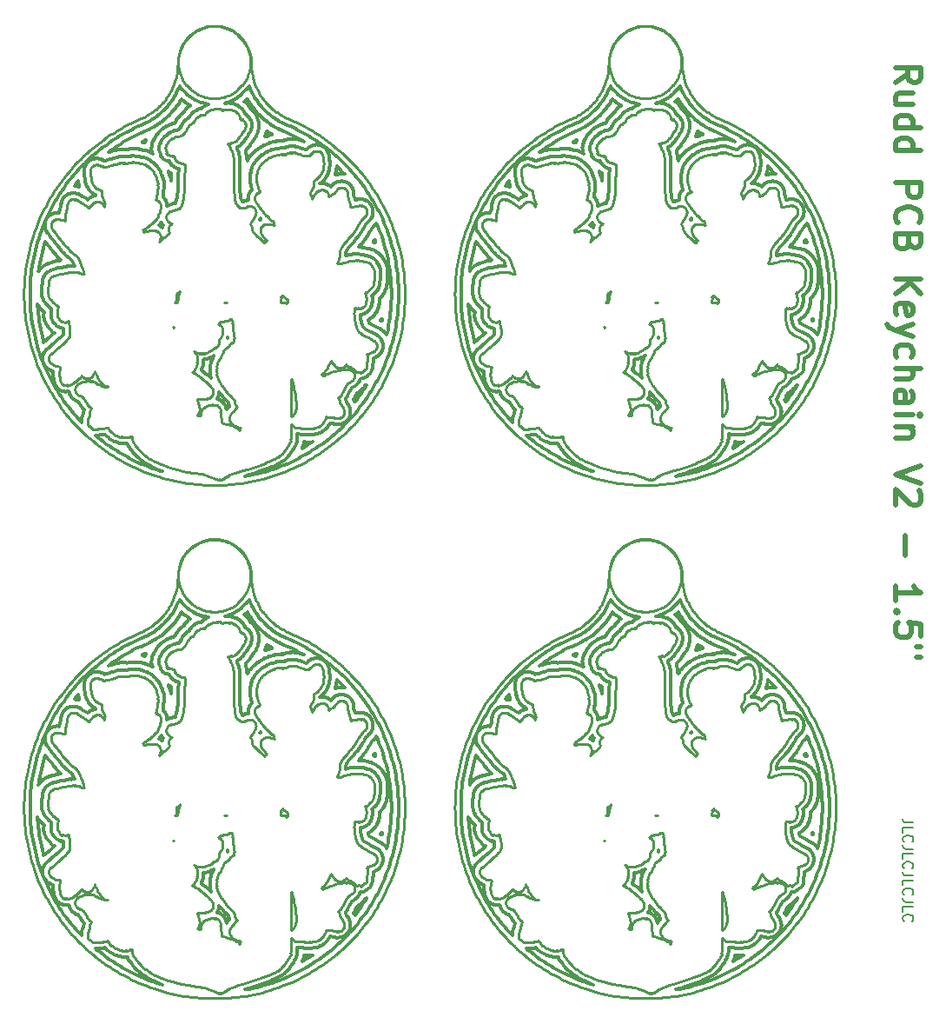
<source format=gto>
%MOIN*%
%OFA0B0*%
%FSLAX46Y46*%
%IPPOS*%
%LPD*%
%ADD10C,0.00984251968503937*%
%ADD11C,0.011811023622047244*%
%ADD12C,0.013779527559055118*%
%ADD13C,0.015748031496062992*%
%ADD24C,0.00984251968503937*%
%ADD25C,0.011811023622047244*%
%ADD26C,0.013779527559055118*%
%ADD27C,0.015748031496062992*%
%ADD28C,0.00984251968503937*%
%ADD29C,0.011811023622047244*%
%ADD30C,0.013779527559055118*%
%ADD31C,0.015748031496062992*%
%ADD32C,0.00984251968503937*%
%ADD33C,0.011811023622047244*%
%ADD34C,0.013779527559055118*%
%ADD35C,0.015748031496062992*%
%ADD36C,0.005905511811023622*%
%ADD37C,0.01968503937007874*%
D10*
X0001148500Y0002066399D02*
X0001164500Y0002066800D01*
X0001180600Y0002067500D01*
X0001196600Y0002068499D01*
X0001212600Y0002069900D01*
X0001228600Y0002071699D01*
X0001244500Y0002073799D01*
X0001260400Y0002076299D01*
X0001276199Y0002079100D01*
X0001292000Y0002082199D01*
X0001307700Y0002085700D01*
X0001323300Y0002089600D01*
X0001338800Y0002093799D01*
X0001354199Y0002098300D01*
X0001369500Y0002103200D01*
X0001384700Y0002108400D01*
X0001399800Y0002113900D01*
X0001414800Y0002119800D01*
X0001429600Y0002126000D01*
X0001444300Y0002132500D01*
X0001458800Y0002139300D01*
X0001473200Y0002146500D01*
X0001487400Y0002154000D01*
X0001501500Y0002161800D01*
X0001515400Y0002169800D01*
X0001529100Y0002178200D01*
X0001542599Y0002186900D01*
X0001555900Y0002195900D01*
X0001569000Y0002205200D01*
X0001581899Y0002214800D01*
X0001594600Y0002224600D01*
X0001607100Y0002234700D01*
X0001619400Y0002245100D01*
X0001631400Y0002255800D01*
X0001643200Y0002266700D01*
X0001654699Y0002277900D01*
X0001666000Y0002289300D01*
X0001677000Y0002301000D01*
X0001687800Y0002312900D01*
X0001698300Y0002325000D01*
X0001708600Y0002337400D01*
X0001718500Y0002350000D01*
X0001728200Y0002362800D01*
X0001737600Y0002375900D01*
X0001746800Y0002389100D01*
X0001755600Y0002402500D01*
X0001764099Y0002416100D01*
X0001772300Y0002430000D01*
X0001780300Y0002443900D01*
X0001787899Y0002458100D01*
X0001795200Y0002472400D01*
X0001802200Y0002486900D01*
X0001808800Y0002501500D01*
X0001815200Y0002516200D01*
X0001821200Y0002531099D01*
X0001826900Y0002546200D01*
X0001832200Y0002561300D01*
X0001837200Y0002576600D01*
X0001841900Y0002592000D01*
X0001846300Y0002607400D01*
X0001850300Y0002623000D01*
X0001853900Y0002638600D01*
X0001857200Y0002654400D01*
X0001860200Y0002670099D01*
X0001862800Y0002685999D01*
X0001865100Y0002701900D01*
X0001867000Y0002717900D01*
X0001868600Y0002733900D01*
X0001869800Y0002749899D01*
X0001870700Y0002765900D01*
X0001871200Y0002781999D01*
X0001871300Y0002798100D01*
X0001871100Y0002814100D01*
X0001870600Y0002830200D01*
X0001869700Y0002846200D01*
X0001868400Y0002862200D01*
X0001866800Y0002878200D01*
X0001864900Y0002894200D01*
X0001862600Y0002910100D01*
X0001859900Y0002925900D01*
X0001856900Y0002941700D01*
X0001853600Y0002957400D01*
X0001849900Y0002973100D01*
X0001845800Y0002988600D01*
X0001841500Y0003004100D01*
X0001836800Y0003019400D01*
X0001831700Y0003034700D01*
X0001826300Y0003049800D01*
X0001820600Y0003064800D01*
X0001814500Y0003079700D01*
X0001808200Y0003094499D01*
X0001801500Y0003109100D01*
X0001794499Y0003123500D01*
X0001787100Y0003137800D01*
X0001779500Y0003152000D01*
X0001771500Y0003165900D01*
X0001763299Y0003179699D01*
X0001754700Y0003193300D01*
X0001745899Y0003206700D01*
X0001736700Y0003219900D01*
X0001727299Y0003232900D01*
X0001717600Y0003245700D01*
X0001707600Y0003258300D01*
X0001697299Y0003270700D01*
X0001686800Y0003282800D01*
X0001675900Y0003294700D01*
X0001664900Y0003306300D01*
X0001653600Y0003317700D01*
X0001642000Y0003328900D01*
X0001630200Y0003339800D01*
X0001618099Y0003350400D01*
X0001605899Y0003360800D01*
X0001593400Y0003370900D01*
X0001580700Y0003380700D01*
X0001567700Y0003390300D01*
X0001554600Y0003399500D01*
X0001541200Y0003408500D01*
X0001527700Y0003417100D01*
X0001514000Y0003425500D01*
X0001500100Y0003433500D01*
X0001486000Y0003441300D01*
X0001471800Y0003448700D01*
X0001457400Y0003455900D01*
X0001442800Y0003462700D01*
X0001427900Y0003469200D01*
X0001427900Y0003469300D01*
X0001427799Y0003469300D01*
X0001412200Y0003476200D01*
X0001410800Y0003476900D01*
X0001395800Y0003485100D01*
X0001394500Y0003485900D01*
X0001380200Y0003495299D01*
X0001378900Y0003496200D01*
X0001365400Y0003506600D01*
X0001364200Y0003507600D01*
X0001351500Y0003519100D01*
X0001350400Y0003520200D01*
X0001338700Y0003532700D01*
X0001337700Y0003533900D01*
X0001327000Y0003547200D01*
X0001326100Y0003548500D01*
X0001316500Y0003562599D01*
X0001315700Y0003563900D01*
X0001307300Y0003578800D01*
X0001306599Y0003580200D01*
X0001299300Y0003595700D01*
X0001298700Y0003597099D01*
X0001292800Y0003613100D01*
X0001292300Y0003614600D01*
X0001287599Y0003631100D01*
X0001287200Y0003632600D01*
X0001283900Y0003649300D01*
X0001283600Y0003650900D01*
X0001281599Y0003667800D01*
X0001281500Y0003669400D01*
X0001280800Y0003686300D01*
X0001280000Y0003701900D01*
X0001277700Y0003716400D01*
X0001273900Y0003730600D01*
X0001268600Y0003744300D01*
X0001261900Y0003757399D01*
X0001253900Y0003769700D01*
X0001244700Y0003781100D01*
X0001234300Y0003791499D01*
X0001222900Y0003800700D01*
X0001210600Y0003808700D01*
X0001197500Y0003815400D01*
X0001183800Y0003820700D01*
X0001169600Y0003824500D01*
X0001155100Y0003826800D01*
X0001140500Y0003827499D01*
X0001125800Y0003826800D01*
X0001111300Y0003824500D01*
X0001097100Y0003820700D01*
X0001083400Y0003815400D01*
X0001070300Y0003808700D01*
X0001058000Y0003800700D01*
X0001046600Y0003791499D01*
X0001036200Y0003781100D01*
X0001026999Y0003769700D01*
X0001018999Y0003757399D01*
X0001012300Y0003744300D01*
X0001006999Y0003730600D01*
X0001003200Y0003716400D01*
X0001000899Y0003701900D01*
X0001000100Y0003686300D01*
X0000999400Y0003669400D01*
X0000999300Y0003667800D01*
X0000997300Y0003650900D01*
X0000997000Y0003649300D01*
X0000993700Y0003632600D01*
X0000993300Y0003631100D01*
X0000988600Y0003614600D01*
X0000988100Y0003613100D01*
X0000982200Y0003597099D01*
X0000981600Y0003595700D01*
X0000974300Y0003580200D01*
X0000973600Y0003578800D01*
X0000965200Y0003563900D01*
X0000964400Y0003562599D01*
X0000954800Y0003548500D01*
X0000953900Y0003547200D01*
X0000943200Y0003533900D01*
X0000942200Y0003532700D01*
X0000930500Y0003520200D01*
X0000929400Y0003519100D01*
X0000916700Y0003507600D01*
X0000915500Y0003506600D01*
X0000902000Y0003496200D01*
X0000900700Y0003495299D01*
X0000886400Y0003485900D01*
X0000885100Y0003485100D01*
X0000870100Y0003476900D01*
X0000868700Y0003476200D01*
X0000853100Y0003469300D01*
X0000853000Y0003469200D01*
X0000838100Y0003462700D01*
X0000823500Y0003455900D01*
X0000809100Y0003448700D01*
X0000794900Y0003441300D01*
X0000780800Y0003433500D01*
X0000766900Y0003425500D01*
X0000753199Y0003417100D01*
X0000739700Y0003408500D01*
X0000726299Y0003399500D01*
X0000713200Y0003390200D01*
X0000700300Y0003380700D01*
X0000687500Y0003370900D01*
X0000675000Y0003360800D01*
X0000662800Y0003350400D01*
X0000650700Y0003339800D01*
X0000638900Y0003328900D01*
X0000627300Y0003317700D01*
X0000616000Y0003306300D01*
X0000605000Y0003294700D01*
X0000594100Y0003282800D01*
X0000583600Y0003270700D01*
X0000573300Y0003258300D01*
X0000563300Y0003245700D01*
X0000553600Y0003232900D01*
X0000544200Y0003219900D01*
X0000535000Y0003206700D01*
X0000526200Y0003193300D01*
X0000517599Y0003179699D01*
X0000509399Y0003165900D01*
X0000501399Y0003152000D01*
X0000493800Y0003137800D01*
X0000486400Y0003123500D01*
X0000479400Y0003109100D01*
X0000472700Y0003094499D01*
X0000466400Y0003079700D01*
X0000460300Y0003064800D01*
X0000454600Y0003049800D01*
X0000449200Y0003034700D01*
X0000444100Y0003019400D01*
X0000439400Y0003004100D01*
X0000435100Y0002988600D01*
X0000431000Y0002973100D01*
X0000427300Y0002957400D01*
X0000424000Y0002941700D01*
X0000421000Y0002925900D01*
X0000418300Y0002910100D01*
X0000416000Y0002894200D01*
X0000414100Y0002878200D01*
X0000412500Y0002862200D01*
X0000411200Y0002846200D01*
X0000410300Y0002830200D01*
X0000409800Y0002814100D01*
X0000409600Y0002798100D01*
X0000409700Y0002781999D01*
X0000410200Y0002765900D01*
X0000411100Y0002749899D01*
X0000412300Y0002733900D01*
X0000413900Y0002717900D01*
X0000415800Y0002701900D01*
X0000418100Y0002685999D01*
X0000420700Y0002670099D01*
X0000423700Y0002654400D01*
X0000427000Y0002638600D01*
X0000430600Y0002623000D01*
X0000434600Y0002607400D01*
X0000439000Y0002592000D01*
X0000443700Y0002576600D01*
X0000448700Y0002561300D01*
X0000454000Y0002546200D01*
X0000459700Y0002531099D01*
X0000465700Y0002516300D01*
X0000472100Y0002501500D01*
X0000478700Y0002486900D01*
X0000485700Y0002472400D01*
X0000493000Y0002458100D01*
X0000500600Y0002443900D01*
X0000508600Y0002429900D01*
X0000516800Y0002416100D01*
X0000525300Y0002402500D01*
X0000534100Y0002389100D01*
X0000543300Y0002375900D01*
X0000552700Y0002362900D01*
X0000562400Y0002350000D01*
X0000572300Y0002337400D01*
X0000582600Y0002325000D01*
X0000593100Y0002312900D01*
X0000603900Y0002301000D01*
X0000614900Y0002289300D01*
X0000626200Y0002277900D01*
X0000637699Y0002266700D01*
X0000649500Y0002255800D01*
X0000661500Y0002245100D01*
X0000673800Y0002234700D01*
X0000686299Y0002224600D01*
X0000698999Y0002214800D01*
X0000711900Y0002205200D01*
X0000725000Y0002195900D01*
X0000738299Y0002186900D01*
X0000751800Y0002178200D01*
X0000765499Y0002169800D01*
X0000779400Y0002161800D01*
X0000793500Y0002154000D01*
X0000807700Y0002146500D01*
X0000822100Y0002139300D01*
X0000836600Y0002132500D01*
X0000851300Y0002126000D01*
X0000866100Y0002119800D01*
X0000881100Y0002113900D01*
X0000896200Y0002108400D01*
X0000911400Y0002103200D01*
X0000926700Y0002098300D01*
X0000942100Y0002093799D01*
X0000957600Y0002089600D01*
X0000973200Y0002085700D01*
X0000988900Y0002082199D01*
X0001004599Y0002079100D01*
X0001020500Y0002076299D01*
X0001036300Y0002073799D01*
X0001052300Y0002071699D01*
X0001068200Y0002069900D01*
X0001084300Y0002068499D01*
X0001100300Y0002067500D01*
X0001116400Y0002066800D01*
X0001132400Y0002066399D01*
X0001148500Y0002066399D01*
X0001128800Y0003549500D02*
X0001126900Y0003549500D01*
X0001125000Y0003549800D01*
X0001109800Y0003552900D01*
X0001109800Y0003552900D01*
X0001102200Y0003554400D01*
X0001100300Y0003554800D01*
X0001098500Y0003555500D01*
X0001077000Y0003564400D01*
X0001075200Y0003565200D01*
X0001073600Y0003566200D01*
X0001054200Y0003579100D01*
X0001052700Y0003580300D01*
X0001051200Y0003581600D01*
X0001034800Y0003598000D01*
X0001033500Y0003599500D01*
X0001032300Y0003600999D01*
X0001019400Y0003620400D01*
X0001018400Y0003622000D01*
X0001017600Y0003623799D01*
X0001008699Y0003645300D01*
X0001008000Y0003647100D01*
X0001007600Y0003648999D01*
X0001002999Y0003671799D01*
X0001002699Y0003673700D01*
X0001002699Y0003675600D01*
X0001002699Y0003698900D01*
X0001002699Y0003700800D01*
X0001002999Y0003702700D01*
X0001007600Y0003725500D01*
X0001008000Y0003727400D01*
X0001008699Y0003729200D01*
X0001017600Y0003750700D01*
X0001018400Y0003752500D01*
X0001019400Y0003754100D01*
X0001032300Y0003773500D01*
X0001033500Y0003775000D01*
X0001034800Y0003776500D01*
X0001051200Y0003792900D01*
X0001052700Y0003794199D01*
X0001054200Y0003795399D01*
X0001073600Y0003808300D01*
X0001075200Y0003809300D01*
X0001077000Y0003810100D01*
X0001098500Y0003818999D01*
X0001100300Y0003819700D01*
X0001102200Y0003820100D01*
X0001109800Y0003821600D01*
X0001109800Y0003821600D01*
X0001125000Y0003824700D01*
X0001126900Y0003825000D01*
X0001128800Y0003825000D01*
X0001152100Y0003825000D01*
X0001154000Y0003825000D01*
X0001155900Y0003824700D01*
X0001171100Y0003821600D01*
X0001178700Y0003820100D01*
X0001180600Y0003819700D01*
X0001182400Y0003818999D01*
X0001203900Y0003810100D01*
X0001205700Y0003809300D01*
X0001207300Y0003808300D01*
X0001226700Y0003795399D01*
X0001228200Y0003794199D01*
X0001229700Y0003792900D01*
X0001246100Y0003776500D01*
X0001247400Y0003775000D01*
X0001248600Y0003773500D01*
X0001261500Y0003754100D01*
X0001262500Y0003752500D01*
X0001263300Y0003750700D01*
X0001272200Y0003729200D01*
X0001272900Y0003727400D01*
X0001273300Y0003725500D01*
X0001277900Y0003702700D01*
X0001278200Y0003700800D01*
X0001278200Y0003698900D01*
X0001278200Y0003675600D01*
X0001278200Y0003673700D01*
X0001277900Y0003671799D01*
X0001273300Y0003648999D01*
X0001272900Y0003647100D01*
X0001272200Y0003645300D01*
X0001263300Y0003623799D01*
X0001262500Y0003622000D01*
X0001261500Y0003620400D01*
X0001248600Y0003600999D01*
X0001247400Y0003599500D01*
X0001246100Y0003598000D01*
X0001229700Y0003581600D01*
X0001228200Y0003580300D01*
X0001226700Y0003579100D01*
X0001207300Y0003566200D01*
X0001205700Y0003565200D01*
X0001203900Y0003564400D01*
X0001182400Y0003555500D01*
X0001180600Y0003554800D01*
X0001178700Y0003554400D01*
X0001171100Y0003552900D01*
X0001171100Y0003552900D01*
X0001155900Y0003549800D01*
X0001154000Y0003549500D01*
X0001152100Y0003549500D01*
X0001128800Y0003549500D01*
X0001164100Y0002085999D02*
X0001162600Y0002087100D01*
X0001162300Y0002086900D01*
X0001161900Y0002086800D01*
X0001161700Y0002087700D01*
X0001161700Y0002087800D01*
X0001161600Y0002087800D01*
X0001161300Y0002087800D01*
X0001159100Y0002089400D01*
X0001159100Y0002089400D01*
X0001158500Y0002086100D01*
X0001157300Y0002086300D01*
X0001154300Y0002087000D01*
X0001154000Y0002087100D01*
X0001153700Y0002087000D01*
X0001151300Y0002087800D01*
X0001150300Y0002088200D01*
X0001145000Y0002090199D01*
X0001144700Y0002090300D01*
X0001137400Y0002093400D01*
X0001137200Y0002093400D01*
X0001129700Y0002096600D01*
X0001119500Y0002100800D01*
X0001110900Y0002103900D01*
X0001102600Y0002106400D01*
X0001093600Y0002108600D01*
X0001082800Y0002110500D01*
X0001069900Y0002112500D01*
X0001059400Y0002113900D01*
X0001059200Y0002113900D01*
X0001038100Y0002117000D01*
X0001037800Y0002117000D01*
X0001036600Y0002117200D01*
X0001036200Y0002117300D01*
X0001017700Y0002120700D01*
X0001016799Y0002120900D01*
X0000999500Y0002124800D01*
X0000998600Y0002125100D01*
X0000981300Y0002130000D01*
X0000980600Y0002130200D01*
X0000962900Y0002136000D01*
X0000962200Y0002136200D01*
X0000937400Y0002145300D01*
X0000936400Y0002145700D01*
X0000915100Y0002154900D01*
X0000914000Y0002155400D01*
X0000912900Y0002156000D01*
X0000912700Y0002156100D01*
X0000894600Y0002165600D01*
X0000892900Y0002166600D01*
X0000877500Y0002176800D01*
X0000875700Y0002178200D01*
X0000862600Y0002189300D01*
X0000861400Y0002190400D01*
X0000860500Y0002191200D01*
X0000859900Y0002191800D01*
X0000848600Y0002204100D01*
X0000847300Y0002205800D01*
X0000839100Y0002216900D01*
X0000838600Y0002217700D01*
X0000828900Y0002232300D01*
X0000827700Y0002234300D01*
X0000827200Y0002235400D01*
X0000826000Y0002238200D01*
X0000825300Y0002241200D01*
X0000825100Y0002242400D01*
X0000824800Y0002245500D01*
X0000824800Y0002253800D01*
X0000819900Y0002251800D01*
X0000816600Y0002253200D01*
X0000814200Y0002250400D01*
X0000803300Y0002248900D01*
X0000801100Y0002250500D01*
X0000799000Y0002248700D01*
X0000787800Y0002249600D01*
X0000785700Y0002251800D01*
X0000782900Y0002250400D01*
X0000768700Y0002254300D01*
X0000766600Y0002257600D01*
X0000762700Y0002256900D01*
X0000751000Y0002263800D01*
X0000749900Y0002267800D01*
X0000745700Y0002268300D01*
X0000736400Y0002278300D01*
X0000734700Y0002280300D01*
X0000733400Y0002282500D01*
X0000730800Y0002287400D01*
X0000728899Y0002286600D01*
X0000727100Y0002285900D01*
X0000725200Y0002285400D01*
X0000716100Y0002283400D01*
X0000714099Y0002284400D01*
X0000712600Y0002282800D01*
X0000700600Y0002281600D01*
X0000700100Y0002282000D01*
X0000699600Y0002281500D01*
X0000692200Y0002281100D01*
X0000692000Y0002281200D01*
X0000691900Y0002281100D01*
X0000673700Y0002280400D01*
X0000660900Y0002291600D01*
X0000656900Y0002291400D01*
X0000656600Y0002294200D01*
X0000655500Y0002294800D01*
X0000655600Y0002296200D01*
X0000653299Y0002298200D01*
X0000654900Y0002300200D01*
X0000654200Y0002301800D01*
X0000653499Y0002304700D01*
X0000653499Y0002304800D01*
X0000654700Y0002310300D01*
X0000653900Y0002318000D01*
X0000656399Y0002321500D01*
X0000656600Y0002321900D01*
X0000658200Y0002326900D01*
X0000659900Y0002334200D01*
X0000660400Y0002336700D01*
X0000660400Y0002337100D01*
X0000660400Y0002337100D01*
X0000663100Y0002350100D01*
X0000663600Y0002351900D01*
X0000666600Y0002361900D01*
X0000666800Y0002362300D01*
X0000666500Y0002362500D01*
X0000664100Y0002364500D01*
X0000663200Y0002365400D01*
X0000662700Y0002366000D01*
X0000652400Y0002377100D01*
X0000651300Y0002378500D01*
X0000650199Y0002380000D01*
X0000643899Y0002390100D01*
X0000643899Y0002390100D01*
X0000637699Y0002400200D01*
X0000633100Y0002405500D01*
X0000630100Y0002407700D01*
X0000630000Y0002407800D01*
X0000626500Y0002408600D01*
X0000626000Y0002408700D01*
X0000623300Y0002409400D01*
X0000621200Y0002410100D01*
X0000619300Y0002410900D01*
X0000618200Y0002411500D01*
X0000615600Y0002413100D01*
X0000613200Y0002415100D01*
X0000612400Y0002416000D01*
X0000610300Y0002418300D01*
X0000608700Y0002421000D01*
X0000608200Y0002422100D01*
X0000607000Y0002424900D01*
X0000606300Y0002427900D01*
X0000606100Y0002429100D01*
X0000605900Y0002431000D01*
X0000605800Y0002432000D01*
X0000605800Y0002434200D01*
X0000606000Y0002436300D01*
X0000606200Y0002437500D01*
X0000606900Y0002440500D01*
X0000608100Y0002443400D01*
X0000608700Y0002444500D01*
X0000610300Y0002447100D01*
X0000612300Y0002449500D01*
X0000613100Y0002450300D01*
X0000614900Y0002451900D01*
X0000616700Y0002453200D01*
X0000619600Y0002455000D01*
X0000621000Y0002455700D01*
X0000622100Y0002456300D01*
X0000623100Y0002456800D01*
X0000628000Y0002458900D01*
X0000629300Y0002459400D01*
X0000635300Y0002461600D01*
X0000636400Y0002462000D01*
X0000642600Y0002463800D01*
X0000644199Y0002464200D01*
X0000649700Y0002465400D01*
X0000650700Y0002465600D01*
X0000651900Y0002465800D01*
X0000652500Y0002465800D01*
X0000653399Y0002466000D01*
X0000654200Y0002465400D01*
X0000654900Y0002466100D01*
X0000661100Y0002466400D01*
X0000663500Y0002464400D01*
X0000664300Y0002464100D01*
X0000667400Y0002465800D01*
X0000672300Y0002464800D01*
X0000674799Y0002464100D01*
X0000677099Y0002463100D01*
X0000678200Y0002462500D01*
X0000678600Y0002462300D01*
X0000684000Y0002459400D01*
X0000685500Y0002458600D01*
X0000687400Y0002457300D01*
X0000692499Y0002454400D01*
X0000699200Y0002451200D01*
X0000707400Y0002447800D01*
X0000707799Y0002447600D01*
X0000719999Y0002444000D01*
X0000727800Y0002443100D01*
X0000730600Y0002443500D01*
X0000730700Y0002444000D01*
X0000730900Y0002445100D01*
X0000721100Y0002444600D01*
X0000715700Y0002449300D01*
X0000715300Y0002449600D01*
X0000709300Y0002455200D01*
X0000709100Y0002457000D01*
X0000707200Y0002457200D01*
X0000702300Y0002462500D01*
X0000700700Y0002464400D01*
X0000696600Y0002470100D01*
X0000695200Y0002472400D01*
X0000691700Y0002479100D01*
X0000692100Y0002481200D01*
X0000690200Y0002482100D01*
X0000686899Y0002490500D01*
X0000686399Y0002491800D01*
X0000683000Y0002502500D01*
X0000682800Y0002503200D01*
X0000682700Y0002503500D01*
X0000682600Y0002503100D01*
X0000681600Y0002500400D01*
X0000680299Y0002497300D01*
X0000679800Y0002496200D01*
X0000679200Y0002495100D01*
X0000679000Y0002494700D01*
X0000676200Y0002489500D01*
X0000675000Y0002487500D01*
X0000672700Y0002484200D01*
X0000670500Y0002481600D01*
X0000669600Y0002480800D01*
X0000667100Y0002478600D01*
X0000666200Y0002478000D01*
X0000666000Y0002478000D01*
X0000664100Y0002476900D01*
X0000663500Y0002476600D01*
X0000660700Y0002475400D01*
X0000657700Y0002474700D01*
X0000656499Y0002474500D01*
X0000653399Y0002474200D01*
X0000650299Y0002474500D01*
X0000649100Y0002474700D01*
X0000646100Y0002475400D01*
X0000644299Y0002476100D01*
X0000643500Y0002476300D01*
X0000640600Y0002477500D01*
X0000640200Y0002477700D01*
X0000637999Y0002479300D01*
X0000637200Y0002479300D01*
X0000635500Y0002480800D01*
X0000634500Y0002481700D01*
X0000633700Y0002482600D01*
X0000632400Y0002484000D01*
X0000631599Y0002484900D01*
X0000629500Y0002482300D01*
X0000628000Y0002480600D01*
X0000627000Y0002479700D01*
X0000623700Y0002476400D01*
X0000622900Y0002475600D01*
X0000615300Y0002468900D01*
X0000614300Y0002468100D01*
X0000606600Y0002462000D01*
X0000605600Y0002461300D01*
X0000598300Y0002456300D01*
X0000596900Y0002455500D01*
X0000590700Y0002452000D01*
X0000587900Y0002452600D01*
X0000586600Y0002450100D01*
X0000582200Y0002448500D01*
X0000580700Y0002449100D01*
X0000579800Y0002448700D01*
X0000576800Y0002448000D01*
X0000575600Y0002447800D01*
X0000575100Y0002451400D01*
X0000574900Y0002451300D01*
X0000574500Y0002449100D01*
X0000574400Y0002449100D01*
X0000571900Y0002449700D01*
X0000568400Y0002447900D01*
X0000566500Y0002448300D01*
X0000564400Y0002449000D01*
X0000562300Y0002449900D01*
X0000561200Y0002450500D01*
X0000558600Y0002452100D01*
X0000556200Y0002454100D01*
X0000555400Y0002455000D01*
X0000553400Y0002457300D01*
X0000551800Y0002460000D01*
X0000551200Y0002461100D01*
X0000550400Y0002462700D01*
X0000549800Y0002464500D01*
X0000548900Y0002467600D01*
X0000548400Y0002469900D01*
X0000547500Y0002475800D01*
X0000547400Y0002475800D01*
X0000547300Y0002477100D01*
X0000547100Y0002478000D01*
X0000546300Y0002485300D01*
X0000546300Y0002485700D01*
X0000546300Y0002485800D01*
X0000546200Y0002487400D01*
X0000546200Y0002487500D01*
X0000546200Y0002487500D01*
X0000546200Y0002487900D01*
X0000546500Y0002503600D01*
X0000546700Y0002506400D01*
X0000546900Y0002507600D01*
X0000547200Y0002509200D01*
X0000549700Y0002519400D01*
X0000549300Y0002519400D01*
X0000548100Y0002519600D01*
X0000547800Y0002519700D01*
X0000537000Y0002521500D01*
X0000534900Y0002522000D01*
X0000532800Y0002522800D01*
X0000524600Y0002526200D01*
X0000523200Y0002526799D01*
X0000522100Y0002527400D01*
X0000520400Y0002528399D01*
X0000520200Y0002528500D01*
X0000520100Y0002528600D01*
X0000515200Y0002531800D01*
X0000513599Y0002532900D01*
X0000512100Y0002534300D01*
X0000511300Y0002535200D01*
X0000509200Y0002537500D01*
X0000507600Y0002540200D01*
X0000507100Y0002541300D01*
X0000505900Y0002544100D01*
X0000505200Y0002547100D01*
X0000505000Y0002548300D01*
X0000504700Y0002551400D01*
X0000505000Y0002554500D01*
X0000505200Y0002555700D01*
X0000505900Y0002558700D01*
X0000507100Y0002561600D01*
X0000507600Y0002562700D01*
X0000509200Y0002565300D01*
X0000511300Y0002567600D01*
X0000512100Y0002568500D01*
X0000513200Y0002569500D01*
X0000543700Y0002595900D01*
X0000556800Y0002607200D01*
X0000567100Y0002616299D01*
X0000574900Y0002623400D01*
X0000579700Y0002628000D01*
X0000582800Y0002631400D01*
X0000584400Y0002633600D01*
X0000584600Y0002633900D01*
X0000585000Y0002635000D01*
X0000585300Y0002636500D01*
X0000586400Y0002645200D01*
X0000586400Y0002658000D01*
X0000585000Y0002673000D01*
X0000582400Y0002688600D01*
X0000581000Y0002694600D01*
X0000569000Y0002689700D01*
X0000557200Y0002694400D01*
X0000554200Y0002692100D01*
X0000551500Y0002695400D01*
X0000548800Y0002695800D01*
X0000547700Y0002698200D01*
X0000543700Y0002699800D01*
X0000544900Y0002703300D01*
X0000536800Y0002713099D01*
X0000538000Y0002729400D01*
X0000538000Y0002729700D01*
X0000538800Y0002738900D01*
X0000538900Y0002739500D01*
X0000539900Y0002748500D01*
X0000540000Y0002749200D01*
X0000540500Y0002752400D01*
X0000540100Y0002752600D01*
X0000540100Y0002752600D01*
X0000539000Y0002753200D01*
X0000537200Y0002754200D01*
X0000535600Y0002755400D01*
X0000525700Y0002763300D01*
X0000524000Y0002764800D01*
X0000523100Y0002765700D01*
X0000522700Y0002766100D01*
X0000514000Y0002775400D01*
X0000512599Y0002777100D01*
X0000508200Y0002782900D01*
X0000506499Y0002785700D01*
X0000505900Y0002786800D01*
X0000505300Y0002788200D01*
X0000503100Y0002793300D01*
X0000504600Y0002797000D01*
X0000504100Y0002797700D01*
X0000501499Y0002800100D01*
X0000500900Y0002806399D01*
X0000500800Y0002808200D01*
X0000500800Y0002809500D01*
X0000500800Y0002809600D01*
X0000500800Y0002819599D01*
X0000501100Y0002822700D01*
X0000501299Y0002823900D01*
X0000502000Y0002826899D01*
X0000503200Y0002829800D01*
X0000503700Y0002830900D01*
X0000505300Y0002833500D01*
X0000505600Y0002833900D01*
X0000505300Y0002834600D01*
X0000504600Y0002836900D01*
X0000504200Y0002838899D01*
X0000504399Y0002839200D01*
X0000504200Y0002839699D01*
X0000504200Y0002845800D01*
X0000504399Y0002846800D01*
X0000505100Y0002849900D01*
X0000506300Y0002852700D01*
X0000506800Y0002853800D01*
X0000508499Y0002856399D01*
X0000509399Y0002857600D01*
X0000510700Y0002859700D01*
X0000512700Y0002862100D01*
X0000513100Y0002862400D01*
X0000517400Y0002865500D01*
X0000517700Y0002866200D01*
X0000520400Y0002867500D01*
X0000522800Y0002868399D01*
X0000528700Y0002870200D01*
X0000529400Y0002870400D01*
X0000537500Y0002872600D01*
X0000538000Y0002872700D01*
X0000547500Y0002874900D01*
X0000547800Y0002875000D01*
X0000557900Y0002877300D01*
X0000558300Y0002877300D01*
X0000568100Y0002879300D01*
X0000568600Y0002879400D01*
X0000577400Y0002880900D01*
X0000577700Y0002881000D01*
X0000578900Y0002881200D01*
X0000579100Y0002881200D01*
X0000581400Y0002881500D01*
X0000581700Y0002881400D01*
X0000581900Y0002881600D01*
X0000592700Y0002882900D01*
X0000593500Y0002882300D01*
X0000594200Y0002883100D01*
X0000602300Y0002883400D01*
X0000603800Y0002882100D01*
X0000605300Y0002883300D01*
X0000611800Y0002882600D01*
X0000612700Y0002882500D01*
X0000613900Y0002882300D01*
X0000616700Y0002881700D01*
X0000622800Y0002879800D01*
X0000625300Y0002878799D01*
X0000631000Y0002876099D01*
X0000632800Y0002875400D01*
X0000633300Y0002875400D01*
X0000639100Y0002875600D01*
X0000640100Y0002875699D01*
X0000640100Y0002875699D01*
X0000640200Y0002875699D01*
X0000639700Y0002877100D01*
X0000639500Y0002877700D01*
X0000637100Y0002885300D01*
X0000633400Y0002896900D01*
X0000628800Y0002909700D01*
X0000624200Y0002921800D01*
X0000621500Y0002928399D01*
X0000615400Y0002942600D01*
X0000604900Y0002949800D01*
X0000604600Y0002950000D01*
X0000599300Y0002953800D01*
X0000598400Y0002954400D01*
X0000593600Y0002958300D01*
X0000592600Y0002959200D01*
X0000587700Y0002963599D01*
X0000587100Y0002964200D01*
X0000586200Y0002965100D01*
X0000586000Y0002965300D01*
X0000580700Y0002970800D01*
X0000580100Y0002971400D01*
X0000573900Y0002978400D01*
X0000573500Y0002978900D01*
X0000566000Y0002987800D01*
X0000565800Y0002988100D01*
X0000556500Y0002999500D01*
X0000556500Y0002999600D01*
X0000550900Y0003006500D01*
X0000550900Y0003006600D01*
X0000542100Y0003017500D01*
X0000542100Y0003017600D01*
X0000534200Y0003027500D01*
X0000534200Y0003027500D01*
X0000527600Y0003036000D01*
X0000527500Y0003036100D01*
X0000522499Y0003042600D01*
X0000522300Y0003042800D01*
X0000519100Y0003047000D01*
X0000518300Y0003048200D01*
X0000517400Y0003049700D01*
X0000516399Y0003051400D01*
X0000515900Y0003052500D01*
X0000514700Y0003055300D01*
X0000514000Y0003058300D01*
X0000513800Y0003059500D01*
X0000513499Y0003062600D01*
X0000513800Y0003065700D01*
X0000514000Y0003066900D01*
X0000514700Y0003069900D01*
X0000515900Y0003072800D01*
X0000516399Y0003073900D01*
X0000518000Y0003076500D01*
X0000520000Y0003078800D01*
X0000520900Y0003079700D01*
X0000523300Y0003081699D01*
X0000525900Y0003083299D01*
X0000527000Y0003083900D01*
X0000529900Y0003085100D01*
X0000532800Y0003085800D01*
X0000534100Y0003085999D01*
X0000536500Y0003086200D01*
X0000539000Y0003086100D01*
X0000541000Y0003085999D01*
X0000542300Y0003085800D01*
X0000543500Y0003085599D01*
X0000544100Y0003085500D01*
X0000549100Y0003084500D01*
X0000549700Y0003084400D01*
X0000556700Y0003082899D01*
X0000556900Y0003082800D01*
X0000559600Y0003082200D01*
X0000567100Y0003080700D01*
X0000569500Y0003080400D01*
X0000567700Y0003086500D01*
X0000567200Y0003088900D01*
X0000567000Y0003090100D01*
X0000566700Y0003093200D01*
X0000567000Y0003096300D01*
X0000567200Y0003097500D01*
X0000567500Y0003099300D01*
X0000572600Y0003119400D01*
X0000574600Y0003127600D01*
X0000575700Y0003133500D01*
X0000576000Y0003135600D01*
X0000576000Y0003135700D01*
X0000576000Y0003138000D01*
X0000576200Y0003140300D01*
X0000576400Y0003142000D01*
X0000576600Y0003143200D01*
X0000577300Y0003146200D01*
X0000578500Y0003149000D01*
X0000579100Y0003150100D01*
X0000580700Y0003152800D01*
X0000582700Y0003155100D01*
X0000583600Y0003156000D01*
X0000585900Y0003158000D01*
X0000588500Y0003159600D01*
X0000589600Y0003160200D01*
X0000592500Y0003161400D01*
X0000595500Y0003162100D01*
X0000596700Y0003162300D01*
X0000599300Y0003162500D01*
X0000601300Y0003162600D01*
X0000603100Y0003160900D01*
X0000603400Y0003161000D01*
X0000603500Y0003161000D01*
X0000603700Y0003162100D01*
X0000604100Y0003162100D01*
X0000607100Y0003161300D01*
X0000609900Y0003160200D01*
X0000610600Y0003159800D01*
X0000610700Y0003159800D01*
X0000613500Y0003158600D01*
X0000614100Y0003158300D01*
X0000617200Y0003156099D01*
X0000617900Y0003156099D01*
X0000619000Y0003155100D01*
X0000619700Y0003154499D01*
X0000623400Y0003151900D01*
X0000629700Y0003148000D01*
X0000634600Y0003145000D01*
X0000634899Y0003144800D01*
X0000643899Y0003139000D01*
X0000644600Y0003138600D01*
X0000653700Y0003132200D01*
X0000654400Y0003131600D01*
X0000658999Y0003128100D01*
X0000664300Y0003134799D01*
X0000664899Y0003135600D01*
X0000669700Y0003141100D01*
X0000670600Y0003142099D01*
X0000671499Y0003143000D01*
X0000671800Y0003143200D01*
X0000675200Y0003146500D01*
X0000676400Y0003147600D01*
X0000676400Y0003147600D01*
X0000678100Y0003148800D01*
X0000679900Y0003149900D01*
X0000681000Y0003150400D01*
X0000682400Y0003151100D01*
X0000683899Y0003151700D01*
X0000686100Y0003152500D01*
X0000688400Y0003153000D01*
X0000689599Y0003153200D01*
X0000692699Y0003153400D01*
X0000695799Y0003153200D01*
X0000697000Y0003153000D01*
X0000700000Y0003152300D01*
X0000702900Y0003151100D01*
X0000703900Y0003150500D01*
X0000706600Y0003148900D01*
X0000708900Y0003146900D01*
X0000709800Y0003145999D01*
X0000711099Y0003144600D01*
X0000712200Y0003143100D01*
X0000715000Y0003139000D01*
X0000716200Y0003137000D01*
X0000716699Y0003135900D01*
X0000716899Y0003135400D01*
X0000717500Y0003134200D01*
X0000717500Y0003134700D01*
X0000717800Y0003136800D01*
X0000718000Y0003138000D01*
X0000718100Y0003139000D01*
X0000719799Y0003146799D01*
X0000719799Y0003147100D01*
X0000719799Y0003147100D01*
X0000719899Y0003147500D01*
X0000719500Y0003148600D01*
X0000719100Y0003149600D01*
X0000718700Y0003150500D01*
X0000713599Y0003163799D01*
X0000712900Y0003166200D01*
X0000709800Y0003178800D01*
X0000709400Y0003180400D01*
X0000709200Y0003181600D01*
X0000709100Y0003183000D01*
X0000708099Y0003194000D01*
X0000708099Y0003194500D01*
X0000705400Y0003195300D01*
X0000699100Y0003197900D01*
X0000697600Y0003198600D01*
X0000691300Y0003201800D01*
X0000691300Y0003201800D01*
X0000690200Y0003202400D01*
X0000688300Y0003203500D01*
X0000686499Y0003204800D01*
X0000682700Y0003208000D01*
X0000681300Y0003209200D01*
X0000680399Y0003210000D01*
X0000678800Y0003212000D01*
X0000677299Y0003214100D01*
X0000674799Y0003218500D01*
X0000674199Y0003219500D01*
X0000673700Y0003220600D01*
X0000672900Y0003222500D01*
X0000671399Y0003226200D01*
X0000670900Y0003227800D01*
X0000669100Y0003234000D01*
X0000668699Y0003235400D01*
X0000667200Y0003242900D01*
X0000667000Y0003243800D01*
X0000666800Y0003245000D01*
X0000666800Y0003245100D01*
X0000665599Y0003252700D01*
X0000665599Y0003252700D01*
X0000665599Y0003252800D01*
X0000665599Y0003252800D01*
X0000665399Y0003253800D01*
X0000664700Y0003260900D01*
X0000664600Y0003262400D01*
X0000664400Y0003267800D01*
X0000664500Y0003269600D01*
X0000664700Y0003271400D01*
X0000664899Y0003272599D01*
X0000664999Y0003273399D01*
X0000665599Y0003276200D01*
X0000666300Y0003278800D01*
X0000667300Y0003281200D01*
X0000667900Y0003282300D01*
X0000669500Y0003284999D01*
X0000671499Y0003287299D01*
X0000672400Y0003288200D01*
X0000674599Y0003290099D01*
X0000677099Y0003291700D01*
X0000677499Y0003291900D01*
X0000677699Y0003291999D01*
X0000678800Y0003292500D01*
X0000681600Y0003293700D01*
X0000684600Y0003294400D01*
X0000685900Y0003294600D01*
X0000688900Y0003294900D01*
X0000692000Y0003294600D01*
X0000693200Y0003294400D01*
X0000696300Y0003293700D01*
X0000698799Y0003292900D01*
X0000700700Y0003292100D01*
X0000705600Y0003290000D01*
X0000706300Y0003289699D01*
X0000709900Y0003287900D01*
X0000715000Y0003285700D01*
X0000717199Y0003285100D01*
X0000719200Y0003285300D01*
X0000726099Y0003286600D01*
X0000735900Y0003289000D01*
X0000746500Y0003291900D01*
X0000756700Y0003295200D01*
X0000759900Y0003296300D01*
X0000760800Y0003296599D01*
X0000773800Y0003300499D01*
X0000776300Y0003301100D01*
X0000777499Y0003301299D01*
X0000778400Y0003301400D01*
X0000789000Y0003302600D01*
X0000791600Y0003300600D01*
X0000794300Y0003302500D01*
X0000803100Y0003301100D01*
X0000803100Y0003301100D01*
X0000804400Y0003300899D01*
X0000806100Y0003300600D01*
X0000806200Y0003300600D01*
X0000808600Y0003301100D01*
X0000809200Y0003301299D01*
X0000820900Y0003303800D01*
X0000822000Y0003304100D01*
X0000823200Y0003304200D01*
X0000825000Y0003304399D01*
X0000826700Y0003304500D01*
X0000839700Y0003304200D01*
X0000842300Y0003303900D01*
X0000843500Y0003303700D01*
X0000844500Y0003303600D01*
X0000859400Y0003300400D01*
X0000860800Y0003300099D01*
X0000861900Y0003299699D01*
X0000862800Y0003299400D01*
X0000871700Y0003296400D01*
X0000874300Y0003295300D01*
X0000875400Y0003294700D01*
X0000875800Y0003294500D01*
X0000882600Y0003290800D01*
X0000884200Y0003289900D01*
X0000885700Y0003288800D01*
X0000892300Y0003283300D01*
X0000893500Y0003282300D01*
X0000895900Y0003279999D01*
X0000896300Y0003279700D01*
X0000897100Y0003278800D01*
X0000897400Y0003278600D01*
X0000902600Y0003273100D01*
X0000904200Y0003271300D01*
X0000908000Y0003266300D01*
X0000909700Y0003263400D01*
X0000912700Y0003257700D01*
X0000912800Y0003257600D01*
X0000913300Y0003256500D01*
X0000914200Y0003254400D01*
X0000917100Y0003246600D01*
X0000917400Y0003245800D01*
X0000918900Y0003241200D01*
X0000919000Y0003241100D01*
X0000924900Y0003222700D01*
X0000922400Y0003217400D01*
X0000925800Y0003212800D01*
X0000923100Y0003192200D01*
X0000922000Y0003191299D01*
X0000922700Y0003190000D01*
X0000918700Y0003168900D01*
X0000918100Y0003166400D01*
X0000916000Y0003160100D01*
X0000918700Y0003159400D01*
X0000921600Y0003158200D01*
X0000922700Y0003157700D01*
X0000925300Y0003156000D01*
X0000927700Y0003154000D01*
X0000928500Y0003153200D01*
X0000930500Y0003150800D01*
X0000932200Y0003148200D01*
X0000932700Y0003147100D01*
X0000933900Y0003144200D01*
X0000934600Y0003141200D01*
X0000934800Y0003140000D01*
X0000935000Y0003137800D01*
X0000935000Y0003135500D01*
X0000934900Y0003133400D01*
X0000934700Y0003131699D01*
X0000934500Y0003130499D01*
X0000934300Y0003129500D01*
X0000933200Y0003124600D01*
X0000933100Y0003123800D01*
X0000931300Y0003116900D01*
X0000931300Y0003116600D01*
X0000930800Y0003115000D01*
X0000930300Y0003113400D01*
X0000925900Y0003101300D01*
X0000925000Y0003099200D01*
X0000924400Y0003098100D01*
X0000923700Y0003096700D01*
X0000917300Y0003086300D01*
X0000915500Y0003083900D01*
X0000914800Y0003083100D01*
X0000914800Y0003083100D01*
X0000905900Y0003073599D01*
X0000905500Y0003073199D01*
X0000904600Y0003072300D01*
X0000902700Y0003070600D01*
X0000890600Y0003061300D01*
X0000889400Y0003060400D01*
X0000884600Y0003057299D01*
X0000874900Y0003050900D01*
X0000866500Y0003044899D01*
X0000866800Y0003043500D01*
X0000867000Y0003042300D01*
X0000867200Y0003041300D01*
X0000867400Y0003039500D01*
X0000867500Y0003037700D01*
X0000867400Y0003036799D01*
X0000873700Y0003038400D01*
X0000874900Y0003038600D01*
X0000882500Y0003040100D01*
X0000883000Y0003040200D01*
X0000884200Y0003040400D01*
X0000884500Y0003040400D01*
X0000892300Y0003041500D01*
X0000892700Y0003041200D01*
X0000893100Y0003041600D01*
X0000900200Y0003042300D01*
X0000900900Y0003041800D01*
X0000901500Y0003042400D01*
X0000906900Y0003042600D01*
X0000907900Y0003041800D01*
X0000910500Y0003042000D01*
X0000911400Y0003041900D01*
X0000911900Y0003042200D01*
X0000914600Y0003041800D01*
X0000917600Y0003041100D01*
X0000920500Y0003039900D01*
X0000921600Y0003039300D01*
X0000924200Y0003037700D01*
X0000926500Y0003035700D01*
X0000927400Y0003034800D01*
X0000929000Y0003033000D01*
X0000930400Y0003031000D01*
X0000930600Y0003030700D01*
X0000931200Y0003029600D01*
X0000931700Y0003028500D01*
X0000932900Y0003025599D01*
X0000933600Y0003022600D01*
X0000933800Y0003021400D01*
X0000934100Y0003018300D01*
X0000933800Y0003015300D01*
X0000933600Y0003013999D01*
X0000933100Y0003011600D01*
X0000932400Y0003009200D01*
X0000932000Y0003008000D01*
X0000930100Y0003002900D01*
X0000930000Y0003002500D01*
X0000928200Y0002998000D01*
X0000929700Y0002999700D01*
X0000930800Y0003001000D01*
X0000931700Y0003001800D01*
X0000932000Y0003002200D01*
X0000945600Y0003015200D01*
X0000946000Y0003015500D01*
X0000946000Y0003015500D01*
X0000946900Y0003016300D01*
X0000963500Y0003029600D01*
X0000964600Y0003030400D01*
X0000969200Y0003033600D01*
X0000968900Y0003034099D01*
X0000967300Y0003036700D01*
X0000966700Y0003037800D01*
X0000965500Y0003040600D01*
X0000964800Y0003043700D01*
X0000964600Y0003044899D01*
X0000964400Y0003047900D01*
X0000964600Y0003051000D01*
X0000964800Y0003052200D01*
X0000965500Y0003055200D01*
X0000966700Y0003058099D01*
X0000967300Y0003059200D01*
X0000968900Y0003061800D01*
X0000970900Y0003064200D01*
X0000971700Y0003065000D01*
X0000974000Y0003067000D01*
X0000976600Y0003068600D01*
X0000976900Y0003068800D01*
X0000969300Y0003072600D01*
X0000969300Y0003072600D01*
X0000968200Y0003073199D01*
X0000965600Y0003074800D01*
X0000963200Y0003076800D01*
X0000962300Y0003077700D01*
X0000960300Y0003080000D01*
X0000958700Y0003082700D01*
X0000958200Y0003083800D01*
X0000957000Y0003086600D01*
X0000956300Y0003089600D01*
X0000956100Y0003090800D01*
X0000955800Y0003093900D01*
X0000956100Y0003097000D01*
X0000956300Y0003098200D01*
X0000957000Y0003101200D01*
X0000958200Y0003104100D01*
X0000958700Y0003105200D01*
X0000960300Y0003107800D01*
X0000962300Y0003110200D01*
X0000963200Y0003111000D01*
X0000965600Y0003113000D01*
X0000968200Y0003114600D01*
X0000969300Y0003115200D01*
X0000971300Y0003116100D01*
X0000973400Y0003116800D01*
X0000980200Y0003118499D01*
X0000993300Y0003121999D01*
X0001001700Y0003125100D01*
X0001005800Y0003127399D01*
X0001008000Y0003129500D01*
X0001010699Y0003133500D01*
X0001013900Y0003141000D01*
X0001018200Y0003153699D01*
X0001018999Y0003156600D01*
X0001020600Y0003162100D01*
X0001021600Y0003167000D01*
X0001022400Y0003171800D01*
X0001023099Y0003179500D01*
X0001023800Y0003189600D01*
X0001024500Y0003203000D01*
X0001024500Y0003203100D01*
X0001024799Y0003210000D01*
X0001025400Y0003225200D01*
X0001026000Y0003241600D01*
X0001026500Y0003257500D01*
X0001026799Y0003272100D01*
X0001027099Y0003283200D01*
X0001027199Y0003295300D01*
X0001027199Y0003295600D01*
X0001024200Y0003296400D01*
X0001023200Y0003296700D01*
X0001016699Y0003298700D01*
X0001015900Y0003299000D01*
X0001009800Y0003301200D01*
X0001008699Y0003301600D01*
X0001003900Y0003303700D01*
X0001002799Y0003304200D01*
X0001001700Y0003304800D01*
X0001000100Y0003305600D01*
X0000997500Y0003307300D01*
X0000995700Y0003308599D01*
X0000994100Y0003310000D01*
X0000993200Y0003310900D01*
X0000991200Y0003313200D01*
X0000989600Y0003315900D01*
X0000989000Y0003317000D01*
X0000987900Y0003319800D01*
X0000987100Y0003322800D01*
X0000986900Y0003324000D01*
X0000986900Y0003324700D01*
X0000986700Y0003325000D01*
X0000984700Y0003327300D01*
X0000983800Y0003328700D01*
X0000981700Y0003327700D01*
X0000964400Y0003334100D01*
X0000960600Y0003332800D01*
X0000959600Y0003335200D01*
X0000958800Y0003335400D01*
X0000958600Y0003336300D01*
X0000955900Y0003337299D01*
X0000957300Y0003341200D01*
X0000950500Y0003358100D01*
X0000953500Y0003365500D01*
X0000954200Y0003367000D01*
X0000954800Y0003368100D01*
X0000955500Y0003369399D01*
X0000961800Y0003379700D01*
X0000963100Y0003381700D01*
X0000964700Y0003383500D01*
X0000965600Y0003384300D01*
X0000966500Y0003385200D01*
X0000975600Y0003393200D01*
X0000977600Y0003394700D01*
X0000979700Y0003395900D01*
X0000980800Y0003396500D01*
X0000981600Y0003396899D01*
X0000992900Y0003402000D01*
X0000994600Y0003402700D01*
X0000996500Y0003403200D01*
X0000999900Y0003404000D01*
X0001000500Y0003404100D01*
X0001011200Y0003406300D01*
X0001017500Y0003408000D01*
X0001018200Y0003408300D01*
X0001022200Y0003413900D01*
X0001023200Y0003415100D01*
X0001027300Y0003420000D01*
X0001028400Y0003421200D01*
X0001029300Y0003422099D01*
X0001031199Y0003423800D01*
X0001031900Y0003424300D01*
X0001032799Y0003427800D01*
X0001033500Y0003429900D01*
X0001034400Y0003431800D01*
X0001034899Y0003432900D01*
X0001035400Y0003433800D01*
X0001038300Y0003438900D01*
X0001039299Y0003440500D01*
X0001040400Y0003442000D01*
X0001044100Y0003446200D01*
X0001045099Y0003447400D01*
X0001046000Y0003448200D01*
X0001047800Y0003449800D01*
X0001049700Y0003451100D01*
X0001053200Y0003453200D01*
X0001054400Y0003453900D01*
X0001055500Y0003454500D01*
X0001058400Y0003455700D01*
X0001061400Y0003456400D01*
X0001061900Y0003456500D01*
X0001062300Y0003458400D01*
X0001063100Y0003460500D01*
X0001065000Y0003465200D01*
X0001065600Y0003466599D01*
X0001066200Y0003467700D01*
X0001067400Y0003469800D01*
X0001069000Y0003471800D01*
X0001071200Y0003474300D01*
X0001072000Y0003475100D01*
X0001072800Y0003476000D01*
X0001075000Y0003477800D01*
X0001077300Y0003479399D01*
X0001083800Y0003482899D01*
X0001084400Y0003483200D01*
X0001085500Y0003483800D01*
X0001088300Y0003484900D01*
X0001091300Y0003485700D01*
X0001092500Y0003485900D01*
X0001094800Y0003486100D01*
X0001102600Y0003486400D01*
X0001103400Y0003485700D01*
X0001104900Y0003488700D01*
X0001105100Y0003489100D01*
X0001105100Y0003489100D01*
X0001106300Y0003490999D01*
X0001107700Y0003492700D01*
X0001108600Y0003493700D01*
X0001109400Y0003494499D01*
X0001110200Y0003495400D01*
X0001112200Y0003497100D01*
X0001114400Y0003498600D01*
X0001117800Y0003500500D01*
X0001118600Y0003500900D01*
X0001119700Y0003501500D01*
X0001121600Y0003502300D01*
X0001127200Y0003504500D01*
X0001128500Y0003504900D01*
X0001135100Y0003507000D01*
X0001136200Y0003507299D01*
X0001142600Y0003508900D01*
X0001144200Y0003509200D01*
X0001145500Y0003509400D01*
X0001145500Y0003509400D01*
X0001150500Y0003510200D01*
X0001151300Y0003509600D01*
X0001151600Y0003509700D01*
X0001152100Y0003509800D01*
X0001152200Y0003508900D01*
X0001153200Y0003508200D01*
X0001155900Y0003510300D01*
X0001158300Y0003510000D01*
X0001159000Y0003509900D01*
X0001160200Y0003509700D01*
X0001163200Y0003509000D01*
X0001166000Y0003507800D01*
X0001167100Y0003507200D01*
X0001169800Y0003505600D01*
X0001171600Y0003504000D01*
X0001178800Y0003506400D01*
X0001181800Y0003507100D01*
X0001183000Y0003507299D01*
X0001185600Y0003507500D01*
X0001195900Y0003507800D01*
X0001199400Y0003504700D01*
X0001203500Y0003506700D01*
X0001212900Y0003503799D01*
X0001216000Y0003502500D01*
X0001217100Y0003502000D01*
X0001218900Y0003500900D01*
X0001222500Y0003498600D01*
X0001223900Y0003497500D01*
X0001225300Y0003496400D01*
X0001229300Y0003492600D01*
X0001229700Y0003492199D01*
X0001230600Y0003491300D01*
X0001232600Y0003489000D01*
X0001234200Y0003486400D01*
X0001234800Y0003485300D01*
X0001236000Y0003482400D01*
X0001236700Y0003479399D01*
X0001236900Y0003478199D01*
X0001236900Y0003478100D01*
X0001237300Y0003475600D01*
X0001237500Y0003472500D01*
X0001237400Y0003471500D01*
X0001239300Y0003470899D01*
X0001241200Y0003470899D01*
X0001244600Y0003467799D01*
X0001245000Y0003468600D01*
X0001245400Y0003468400D01*
X0001247500Y0003467100D01*
X0001248000Y0003468000D01*
X0001248100Y0003467900D01*
X0001250700Y0003466300D01*
X0001253000Y0003464400D01*
X0001253900Y0003463500D01*
X0001255900Y0003461100D01*
X0001257500Y0003458499D01*
X0001258000Y0003457400D01*
X0001258800Y0003455600D01*
X0001259600Y0003455399D01*
X0001259500Y0003454000D01*
X0001260800Y0003452700D01*
X0001259900Y0003451600D01*
X0001259900Y0003451600D01*
X0001260100Y0003450300D01*
X0001259700Y0003450300D01*
X0001260300Y0003447700D01*
X0001260500Y0003446499D01*
X0001260700Y0003443399D01*
X0001260500Y0003440300D01*
X0001260500Y0003440200D01*
X0001259300Y0003440400D01*
X0001259200Y0003439900D01*
X0001258000Y0003437100D01*
X0001257900Y0003436700D01*
X0001257700Y0003436800D01*
X0001256900Y0003429700D01*
X0001254500Y0003427400D01*
X0001253300Y0003425900D01*
X0001250100Y0003421200D01*
X0001246200Y0003414600D01*
X0001245000Y0003412400D01*
X0001244300Y0003411300D01*
X0001236500Y0003399300D01*
X0001235300Y0003397699D01*
X0001233900Y0003396200D01*
X0001233000Y0003395300D01*
X0001232900Y0003395100D01*
X0001224700Y0003387200D01*
X0001222500Y0003385299D01*
X0001219900Y0003383700D01*
X0001218800Y0003383200D01*
X0001218200Y0003382900D01*
X0001209700Y0003378900D01*
X0001204400Y0003380700D01*
X0001200300Y0003376800D01*
X0001192800Y0003376800D01*
X0001196500Y0003370599D01*
X0001197200Y0003369300D01*
X0001197800Y0003368200D01*
X0001198200Y0003367500D01*
X0001205900Y0003350600D01*
X0001206800Y0003348200D01*
X0001212100Y0003331200D01*
X0001212500Y0003329700D01*
X0001212600Y0003329200D01*
X0001212700Y0003328600D01*
X0001214200Y0003320999D01*
X0001214300Y0003320400D01*
X0001214500Y0003319200D01*
X0001214600Y0003318300D01*
X0001215400Y0003311100D01*
X0001215600Y0003309399D01*
X0001215700Y0003301400D01*
X0001215700Y0003300200D01*
X0001215400Y0003290200D01*
X0001215300Y0003289699D01*
X0001214900Y0003282300D01*
X0001213600Y0003257600D01*
X0001213200Y0003234100D01*
X0001213700Y0003212100D01*
X0001214900Y0003192000D01*
X0001216900Y0003175000D01*
X0001219300Y0003161600D01*
X0001222400Y0003151000D01*
X0001222900Y0003149600D01*
X0001228500Y0003139500D01*
X0001233500Y0003133800D01*
X0001237900Y0003131000D01*
X0001244100Y0003129200D01*
X0001248600Y0003128900D01*
X0001255000Y0003129400D01*
X0001259000Y0003130600D01*
X0001259100Y0003130700D01*
X0001263700Y0003132900D01*
X0001266200Y0003133900D01*
X0001268900Y0003134799D01*
X0001271900Y0003135500D01*
X0001273100Y0003135700D01*
X0001276199Y0003135900D01*
X0001279200Y0003135700D01*
X0001280500Y0003135500D01*
X0001283400Y0003134799D01*
X0001286200Y0003133700D01*
X0001286500Y0003133500D01*
X0001286600Y0003133500D01*
X0001287700Y0003132900D01*
X0001290300Y0003131299D01*
X0001292700Y0003129299D01*
X0001293500Y0003128400D01*
X0001295600Y0003126100D01*
X0001297200Y0003123400D01*
X0001297700Y0003122300D01*
X0001298900Y0003119500D01*
X0001299599Y0003116500D01*
X0001299799Y0003115300D01*
X0001300100Y0003112200D01*
X0001299799Y0003109100D01*
X0001299599Y0003107900D01*
X0001299200Y0003106000D01*
X0001298600Y0003104100D01*
X0001297800Y0003101900D01*
X0001297200Y0003100400D01*
X0001295100Y0003095800D01*
X0001294900Y0003095400D01*
X0001292900Y0003091500D01*
X0001292800Y0003091300D01*
X0001292300Y0003090200D01*
X0001291200Y0003088400D01*
X0001284800Y0003078500D01*
X0001283600Y0003076900D01*
X0001282199Y0003075300D01*
X0001281399Y0003074500D01*
X0001280800Y0003073999D01*
X0001276599Y0003070000D01*
X0001276599Y0003070000D01*
X0001277100Y0003069500D01*
X0001279000Y0003066400D01*
X0001279600Y0003065700D01*
X0001280400Y0003064400D01*
X0001281700Y0003063700D01*
X0001282800Y0003060400D01*
X0001283600Y0003057200D01*
X0001283800Y0003056000D01*
X0001284000Y0003053700D01*
X0001284000Y0003053300D01*
X0001284300Y0003050600D01*
X0001285300Y0003045699D01*
X0001286400Y0003041600D01*
X0001287000Y0003039500D01*
X0001287300Y0003038900D01*
X0001287900Y0003037900D01*
X0001289800Y0003035400D01*
X0001293200Y0003031600D01*
X0001297700Y0003027200D01*
X0001305100Y0003020200D01*
X0001314800Y0003011300D01*
X0001327100Y0003000300D01*
X0001327100Y0003000300D01*
X0001327100Y0003000300D01*
X0001332900Y0002995200D01*
X0001334300Y0002997500D01*
X0001336399Y0002999900D01*
X0001337199Y0003000799D01*
X0001339600Y0003002800D01*
X0001341800Y0003004100D01*
X0001340600Y0003005200D01*
X0001340600Y0003005300D01*
X0001339700Y0003006100D01*
X0001339200Y0003006700D01*
X0001332800Y0003013599D01*
X0001332200Y0003014300D01*
X0001326900Y0003020600D01*
X0001326000Y0003021800D01*
X0001322400Y0003026800D01*
X0001320900Y0003029300D01*
X0001320300Y0003030400D01*
X0001319700Y0003031800D01*
X0001318500Y0003034600D01*
X0001317799Y0003036799D01*
X0001317300Y0003039000D01*
X0001317100Y0003040300D01*
X0001316800Y0003043300D01*
X0001317100Y0003046400D01*
X0001317300Y0003047600D01*
X0001317999Y0003050600D01*
X0001319199Y0003053500D01*
X0001319700Y0003054599D01*
X0001321300Y0003057200D01*
X0001323300Y0003059600D01*
X0001324199Y0003060500D01*
X0001326600Y0003062500D01*
X0001329200Y0003064100D01*
X0001330300Y0003064600D01*
X0001332300Y0003065500D01*
X0001334400Y0003066200D01*
X0001336100Y0003066600D01*
X0001337900Y0003067000D01*
X0001339200Y0003067200D01*
X0001341700Y0003067400D01*
X0001344200Y0003067300D01*
X0001348999Y0003066900D01*
X0001350100Y0003066700D01*
X0001351300Y0003066500D01*
X0001351700Y0003066500D01*
X0001358700Y0003065200D01*
X0001359400Y0003065100D01*
X0001367799Y0003063300D01*
X0001368400Y0003063200D01*
X0001370800Y0003062600D01*
X0001369600Y0003065400D01*
X0001368900Y0003068400D01*
X0001368700Y0003069600D01*
X0001368400Y0003072700D01*
X0001368600Y0003075100D01*
X0001364100Y0003078100D01*
X0001362900Y0003078900D01*
X0001351500Y0003087700D01*
X0001350100Y0003089000D01*
X0001340000Y0003098500D01*
X0001339600Y0003098900D01*
X0001338700Y0003099700D01*
X0001337800Y0003100700D01*
X0001327900Y0003111900D01*
X0001327100Y0003112900D01*
X0001317500Y0003125300D01*
X0001317200Y0003125800D01*
X0001310900Y0003134399D01*
X0001310700Y0003134700D01*
X0001305400Y0003142300D01*
X0001305100Y0003142700D01*
X0001301200Y0003148700D01*
X0001300599Y0003149700D01*
X0001298500Y0003153400D01*
X0001298000Y0003154200D01*
X0001297400Y0003155299D01*
X0001296300Y0003158000D01*
X0001296000Y0003158799D01*
X0001295300Y0003162000D01*
X0001295100Y0003163200D01*
X0001294799Y0003166300D01*
X0001295100Y0003169300D01*
X0001295300Y0003170600D01*
X0001296000Y0003173600D01*
X0001297200Y0003176400D01*
X0001297700Y0003177500D01*
X0001299300Y0003180200D01*
X0001301300Y0003182500D01*
X0001302200Y0003183400D01*
X0001304600Y0003185400D01*
X0001307200Y0003187000D01*
X0001308300Y0003187600D01*
X0001308900Y0003187799D01*
X0001310400Y0003188600D01*
X0001312999Y0003189600D01*
X0001315700Y0003190200D01*
X0001316500Y0003190300D01*
X0001313700Y0003195300D01*
X0001313400Y0003195900D01*
X0001312900Y0003197000D01*
X0001312500Y0003197800D01*
X0001308200Y0003207400D01*
X0001307400Y0003209600D01*
X0001304700Y0003218100D01*
X0001304100Y0003220900D01*
X0001302800Y0003229200D01*
X0001303900Y0003231100D01*
X0001302300Y0003232800D01*
X0001302000Y0003240499D01*
X0001302100Y0003242300D01*
X0001302800Y0003255900D01*
X0001303000Y0003258000D01*
X0001303200Y0003259200D01*
X0001303300Y0003260000D01*
X0001305500Y0003270700D01*
X0001305999Y0003272800D01*
X0001306799Y0003274900D01*
X0001310800Y0003283800D01*
X0001311200Y0003284700D01*
X0001311799Y0003285800D01*
X0001312700Y0003287299D01*
X0001313700Y0003288800D01*
X0001319800Y0003296800D01*
X0001321300Y0003298600D01*
X0001323500Y0003300899D01*
X0001323799Y0003301100D01*
X0001324599Y0003302000D01*
X0001325900Y0003303200D01*
X0001336700Y0003312200D01*
X0001339000Y0003313900D01*
X0001351300Y0003321500D01*
X0001352700Y0003322199D01*
X0001353800Y0003322800D01*
X0001354700Y0003323300D01*
X0001367599Y0003328900D01*
X0001370200Y0003329900D01*
X0001382900Y0003333399D01*
X0001385100Y0003333900D01*
X0001386300Y0003334100D01*
X0001387600Y0003334199D01*
X0001399200Y0003335300D01*
X0001402200Y0003332900D01*
X0001405500Y0003334900D01*
X0001412500Y0003333799D01*
X0001414000Y0003334700D01*
X0001415100Y0003335300D01*
X0001415599Y0003335500D01*
X0001421300Y0003338300D01*
X0001423200Y0003339000D01*
X0001424600Y0003339500D01*
X0001425600Y0003339900D01*
X0001428900Y0003340800D01*
X0001431400Y0003341400D01*
X0001432600Y0003341600D01*
X0001432900Y0003341600D01*
X0001436000Y0003342100D01*
X0001438100Y0003340500D01*
X0001440100Y0003342200D01*
X0001443600Y0003342000D01*
X0001445399Y0003341800D01*
X0001446700Y0003341600D01*
X0001447900Y0003341400D01*
X0001452599Y0003340300D01*
X0001454200Y0003339900D01*
X0001460600Y0003337800D01*
X0001461300Y0003337600D01*
X0001470100Y0003334500D01*
X0001470399Y0003334400D01*
X0001482300Y0003330000D01*
X0001487100Y0003328399D01*
X0001488300Y0003328200D01*
X0001492000Y0003328200D01*
X0001497800Y0003328800D01*
X0001503000Y0003329600D01*
X0001504600Y0003330100D01*
X0001504800Y0003330200D01*
X0001508200Y0003333100D01*
X0001508500Y0003333300D01*
X0001517600Y0003341800D01*
X0001519700Y0003343500D01*
X0001522100Y0003344800D01*
X0001523200Y0003345399D01*
X0001526000Y0003346600D01*
X0001529000Y0003347300D01*
X0001530200Y0003347500D01*
X0001533300Y0003347700D01*
X0001536400Y0003347500D01*
X0001537600Y0003347300D01*
X0001540600Y0003346600D01*
X0001543400Y0003345399D01*
X0001544500Y0003344800D01*
X0001547200Y0003343200D01*
X0001549500Y0003341200D01*
X0001550400Y0003340400D01*
X0001552400Y0003338000D01*
X0001554000Y0003335400D01*
X0001554600Y0003334300D01*
X0001555399Y0003332500D01*
X0001556000Y0003330600D01*
X0001557400Y0003325699D01*
X0001557900Y0003323500D01*
X0001558600Y0003319100D01*
X0001558600Y0003319000D01*
X0001558800Y0003317800D01*
X0001558900Y0003316300D01*
X0001559500Y0003309399D01*
X0001559600Y0003308500D01*
X0001559900Y0003300499D01*
X0001559900Y0003300099D01*
X0001559900Y0003299900D01*
X0001559900Y0003299200D01*
X0001559700Y0003290200D01*
X0001559400Y0003287500D01*
X0001559200Y0003286300D01*
X0001559200Y0003286200D01*
X0001558100Y0003279300D01*
X0001557699Y0003277400D01*
X0001557100Y0003275600D01*
X0001554700Y0003269200D01*
X0001553900Y0003267500D01*
X0001553000Y0003265500D01*
X0001552800Y0003265299D01*
X0001552300Y0003264200D01*
X0001551000Y0003262100D01*
X0001545000Y0003253200D01*
X0001543900Y0003251600D01*
X0001542599Y0003250200D01*
X0001541700Y0003249400D01*
X0001541400Y0003248999D01*
X0001533500Y0003241500D01*
X0001531900Y0003240200D01*
X0001530200Y0003239000D01*
X0001521400Y0003233700D01*
X0001520700Y0003233300D01*
X0001520800Y0003232600D01*
X0001521000Y0003231300D01*
X0001521700Y0003223000D01*
X0001521800Y0003220600D01*
X0001521500Y0003218200D01*
X0001521300Y0003217000D01*
X0001520700Y0003214200D01*
X0001518000Y0003205700D01*
X0001516800Y0003202499D01*
X0001516200Y0003201400D01*
X0001515700Y0003200400D01*
X0001511600Y0003193500D01*
X0001511500Y0003193400D01*
X0001508800Y0003188900D01*
X0001508600Y0003188400D01*
X0001508600Y0003188199D01*
X0001509400Y0003184300D01*
X0001511600Y0003177300D01*
X0001512999Y0003172900D01*
X0001513300Y0003172000D01*
X0001514400Y0003167900D01*
X0001514800Y0003166300D01*
X0001515200Y0003164100D01*
X0001515500Y0003164900D01*
X0001516100Y0003166099D01*
X0001516700Y0003167200D01*
X0001516700Y0003167200D01*
X0001521200Y0003176100D01*
X0001521300Y0003176199D01*
X0001521300Y0003176199D01*
X0001522900Y0003178899D01*
X0001527000Y0003184400D01*
X0001528900Y0003186700D01*
X0001529800Y0003187500D01*
X0001532100Y0003189500D01*
X0001535400Y0003191900D01*
X0001538100Y0003193500D01*
X0001539200Y0003194100D01*
X0001540100Y0003194600D01*
X0001544100Y0003196300D01*
X0001545000Y0003196700D01*
X0001546800Y0003197400D01*
X0001548799Y0003198000D01*
X0001550800Y0003198400D01*
X0001552000Y0003198600D01*
X0001554999Y0003198900D01*
X0001558100Y0003198600D01*
X0001559300Y0003198400D01*
X0001562300Y0003197700D01*
X0001565200Y0003196500D01*
X0001566300Y0003196000D01*
X0001568900Y0003194400D01*
X0001571300Y0003192300D01*
X0001572100Y0003191500D01*
X0001574200Y0003189100D01*
X0001575800Y0003186500D01*
X0001576300Y0003185400D01*
X0001577500Y0003182500D01*
X0001578200Y0003179500D01*
X0001578400Y0003178300D01*
X0001578500Y0003178000D01*
X0001578700Y0003176300D01*
X0001578900Y0003174200D01*
X0001579000Y0003171400D01*
X0001586100Y0003176199D01*
X0001586200Y0003176300D01*
X0001586400Y0003176400D01*
X0001594800Y0003182300D01*
X0001601300Y0003187500D01*
X0001604100Y0003190400D01*
X0001609000Y0003197600D01*
X0001610100Y0003199000D01*
X0001611300Y0003200400D01*
X0001612200Y0003201300D01*
X0001614600Y0003203299D01*
X0001617200Y0003204899D01*
X0001618299Y0003205500D01*
X0001621200Y0003206600D01*
X0001624200Y0003207400D01*
X0001625400Y0003207599D01*
X0001628400Y0003207800D01*
X0001631500Y0003207599D01*
X0001632700Y0003207400D01*
X0001635700Y0003206600D01*
X0001638600Y0003205500D01*
X0001639700Y0003204899D01*
X0001642299Y0003203299D01*
X0001644700Y0003201300D01*
X0001645600Y0003200400D01*
X0001647600Y0003198100D01*
X0001649200Y0003195400D01*
X0001649700Y0003194300D01*
X0001650900Y0003191500D01*
X0001651600Y0003188500D01*
X0001651800Y0003187300D01*
X0001652100Y0003184200D01*
X0001652100Y0003176900D01*
X0001652500Y0003173600D01*
X0001653900Y0003167900D01*
X0001655700Y0003162800D01*
X0001655700Y0003162600D01*
X0001658700Y0003153900D01*
X0001659200Y0003152300D01*
X0001661500Y0003142800D01*
X0001661900Y0003141299D01*
X0001662800Y0003135800D01*
X0001661800Y0003134200D01*
X0001663200Y0003132800D01*
X0001663300Y0003131400D01*
X0001672000Y0003133500D01*
X0001672400Y0003133600D01*
X0001682700Y0003135800D01*
X0001683200Y0003135900D01*
X0001691600Y0003137500D01*
X0001692200Y0003137700D01*
X0001693400Y0003137800D01*
X0001693900Y0003137900D01*
X0001699500Y0003138700D01*
X0001700500Y0003137900D01*
X0001701400Y0003138800D01*
X0001702200Y0003138900D01*
X0001705200Y0003136300D01*
X0001705500Y0003138500D01*
X0001706400Y0003138400D01*
X0001709400Y0003137700D01*
X0001712300Y0003136500D01*
X0001713400Y0003135900D01*
X0001716000Y0003134300D01*
X0001718400Y0003132300D01*
X0001719200Y0003131400D01*
X0001721200Y0003129100D01*
X0001722900Y0003126500D01*
X0001723400Y0003125400D01*
X0001724600Y0003122500D01*
X0001724800Y0003121900D01*
X0001725000Y0003121300D01*
X0001725700Y0003118300D01*
X0001725900Y0003117100D01*
X0001726100Y0003114000D01*
X0001725900Y0003111000D01*
X0001725800Y0003110200D01*
X0001725000Y0003107200D01*
X0001725000Y0003107200D01*
X0001725100Y0003107000D01*
X0001724600Y0003105800D01*
X0001723800Y0003103900D01*
X0001723200Y0003102800D01*
X0001721899Y0003100600D01*
X0001720400Y0003098600D01*
X0001717500Y0003095400D01*
X0001716800Y0003094600D01*
X0001715900Y0003093699D01*
X0001715699Y0003093500D01*
X0001711000Y0003089000D01*
X0001710800Y0003088800D01*
X0001704300Y0003081800D01*
X0001697299Y0003071500D01*
X0001692900Y0003064000D01*
X0001687800Y0003054800D01*
X0001687500Y0003054300D01*
X0001682900Y0003046600D01*
X0001682400Y0003045800D01*
X0001677700Y0003038800D01*
X0001677100Y0003037900D01*
X0001671900Y0003031000D01*
X0001671300Y0003030300D01*
X0001665000Y0003022600D01*
X0001664600Y0003022200D01*
X0001656500Y0003013100D01*
X0001656300Y0003012799D01*
X0001647200Y0003002800D01*
X0001637600Y0002991900D01*
X0001631100Y0002983500D01*
X0001627300Y0002977199D01*
X0001624800Y0002971300D01*
X0001622700Y0002963300D01*
X0001621000Y0002953199D01*
X0001620800Y0002951900D01*
X0001620700Y0002951400D01*
X0001620500Y0002950200D01*
X0001620400Y0002949600D01*
X0001616600Y0002930000D01*
X0001616000Y0002927500D01*
X0001611900Y0002915400D01*
X0001617200Y0002915199D01*
X0001625200Y0002916300D01*
X0001637900Y0002919700D01*
X0001638700Y0002919900D01*
X0001639200Y0002920100D01*
X0001654600Y0002924300D01*
X0001656300Y0002924700D01*
X0001669600Y0002927199D01*
X0001670100Y0002927300D01*
X0001671300Y0002927500D01*
X0001673400Y0002927700D01*
X0001685900Y0002928300D01*
X0001687200Y0002927100D01*
X0001688600Y0002928300D01*
X0001701500Y0002927100D01*
X0001702800Y0002926900D01*
X0001704000Y0002926700D01*
X0001704900Y0002926600D01*
X0001719400Y0002923600D01*
X0001720500Y0002923400D01*
X0001730400Y0002920800D01*
X0001731500Y0002919000D01*
X0001734200Y0002917900D01*
X0001735300Y0002917300D01*
X0001737900Y0002915700D01*
X0001740200Y0002913700D01*
X0001741100Y0002912800D01*
X0001743100Y0002910500D01*
X0001744700Y0002907900D01*
X0001745299Y0002906800D01*
X0001746500Y0002903900D01*
X0001746500Y0002903599D01*
X0001746800Y0002903400D01*
X0001747700Y0002902500D01*
X0001749700Y0002900099D01*
X0001751299Y0002897500D01*
X0001751899Y0002896400D01*
X0001753100Y0002893600D01*
X0001753800Y0002890600D01*
X0001754000Y0002889300D01*
X0001754200Y0002887500D01*
X0001754200Y0002885700D01*
X0001753600Y0002863400D01*
X0001753600Y0002863400D01*
X0001753600Y0002863299D01*
X0001753300Y0002853500D01*
X0001753300Y0002852800D01*
X0001752900Y0002846200D01*
X0001752700Y0002844300D01*
X0001752500Y0002843100D01*
X0001752400Y0002842900D01*
X0001751699Y0002838400D01*
X0001751200Y0002836300D01*
X0001750500Y0002834200D01*
X0001749200Y0002831000D01*
X0001748500Y0002829600D01*
X0001748000Y0002828500D01*
X0001747100Y0002827100D01*
X0001746099Y0002825600D01*
X0001744100Y0002822900D01*
X0001742800Y0002821400D01*
X0001741100Y0002819500D01*
X0001740600Y0002819000D01*
X0001739699Y0002818100D01*
X0001739099Y0002817500D01*
X0001733000Y0002812000D01*
X0001731500Y0002810700D01*
X0001729900Y0002809600D01*
X0001723500Y0002805700D01*
X0001722300Y0002805100D01*
X0001721200Y0002804500D01*
X0001718900Y0002803500D01*
X0001721200Y0002797000D01*
X0001721699Y0002795300D01*
X0001722000Y0002793700D01*
X0001722200Y0002792400D01*
X0001722300Y0002791600D01*
X0001723600Y0002780400D01*
X0001723800Y0002778300D01*
X0001723700Y0002776300D01*
X0001723100Y0002770500D01*
X0001723000Y0002769199D01*
X0001722800Y0002768000D01*
X0001722300Y0002766000D01*
X0001721000Y0002761100D01*
X0001720400Y0002759199D01*
X0001719600Y0002757300D01*
X0001719000Y0002756200D01*
X0001717400Y0002753600D01*
X0001715400Y0002751300D01*
X0001714500Y0002750400D01*
X0001713600Y0002749499D01*
X0001711800Y0002747900D01*
X0001711000Y0002748000D01*
X0001708800Y0002746399D01*
X0001708400Y0002746200D01*
X0001705600Y0002745000D01*
X0001704600Y0002744799D01*
X0001702100Y0002743800D01*
X0001699100Y0002743000D01*
X0001698000Y0002742899D01*
X0001697900Y0002743900D01*
X0001695200Y0002744100D01*
X0001694700Y0002744200D01*
X0001694400Y0002744500D01*
X0001691600Y0002742800D01*
X0001689900Y0002743100D01*
X0001689100Y0002743300D01*
X0001682700Y0002744799D01*
X0001679800Y0002744500D01*
X0001679000Y0002739700D01*
X0001678800Y0002739000D01*
X0001678100Y0002735199D01*
X0001676900Y0002729200D01*
X0001676500Y0002726100D01*
X0001676399Y0002723100D01*
X0001676600Y0002719100D01*
X0001677500Y0002712800D01*
X0001679000Y0002703700D01*
X0001679000Y0002703700D01*
X0001679000Y0002703700D01*
X0001679299Y0002702100D01*
X0001682500Y0002685199D01*
X0001685700Y0002672399D01*
X0001688600Y0002663300D01*
X0001691099Y0002658200D01*
X0001692000Y0002656800D01*
X0001694300Y0002654400D01*
X0001699900Y0002649999D01*
X0001709099Y0002643900D01*
X0001722100Y0002636399D01*
X0001731700Y0002631200D01*
X0001752200Y0002620400D01*
X0001754700Y0002618800D01*
X0001756900Y0002616900D01*
X0001757800Y0002616000D01*
X0001759800Y0002613700D01*
X0001761400Y0002611000D01*
X0001762000Y0002609900D01*
X0001763200Y0002607100D01*
X0001763899Y0002604100D01*
X0001764099Y0002602900D01*
X0001764299Y0002599800D01*
X0001764099Y0002596700D01*
X0001763899Y0002595500D01*
X0001763200Y0002592500D01*
X0001762000Y0002589599D01*
X0001761400Y0002588500D01*
X0001759800Y0002585900D01*
X0001757800Y0002583500D01*
X0001756900Y0002582700D01*
X0001754600Y0002580700D01*
X0001752000Y0002579099D01*
X0001750900Y0002578500D01*
X0001749200Y0002577700D01*
X0001741600Y0002574700D01*
X0001740400Y0002574300D01*
X0001727400Y0002570000D01*
X0001725700Y0002569600D01*
X0001725900Y0002568600D01*
X0001726000Y0002567800D01*
X0001726600Y0002562300D01*
X0001726800Y0002560400D01*
X0001726899Y0002552300D01*
X0001726899Y0002551900D01*
X0001726899Y0002549200D01*
X0001726800Y0002548800D01*
X0001726600Y0002539800D01*
X0001726500Y0002539199D01*
X0001726000Y0002530699D01*
X0001726000Y0002529900D01*
X0001725300Y0002523500D01*
X0001725200Y0002523400D01*
X0001725000Y0002521300D01*
X0001725000Y0002521200D01*
X0001725000Y0002521200D01*
X0001725000Y0002521200D01*
X0001724800Y0002520000D01*
X0001724700Y0002519500D01*
X0001723300Y0002512100D01*
X0001717800Y0002508300D01*
X0001715699Y0002506500D01*
X0001713100Y0002504800D01*
X0001712300Y0002504500D01*
X0001712000Y0002504200D01*
X0001712000Y0002500100D01*
X0001707900Y0002499900D01*
X0001706300Y0002498200D01*
X0001704100Y0002498700D01*
X0001700600Y0002496300D01*
X0001698200Y0002499700D01*
X0001684400Y0002499400D01*
X0001675100Y0002508100D01*
X0001670100Y0002512200D01*
X0001669600Y0002512500D01*
X0001668300Y0002512800D01*
X0001663200Y0002514500D01*
X0001661200Y0002518200D01*
X0001660800Y0002518500D01*
X0001660600Y0002518600D01*
X0001659400Y0002518900D01*
X0001655700Y0002518600D01*
X0001650200Y0002523200D01*
X0001648899Y0002524400D01*
X0001648000Y0002525300D01*
X0001647400Y0002525900D01*
X0001647200Y0002526200D01*
X0001647100Y0002526200D01*
X0001645500Y0002527999D01*
X0001643200Y0002525200D01*
X0001642100Y0002524100D01*
X0001641300Y0002523200D01*
X0001640200Y0002522200D01*
X0001637500Y0002519800D01*
X0001635600Y0002518400D01*
X0001633600Y0002517200D01*
X0001632500Y0002516700D01*
X0001630000Y0002515600D01*
X0001627400Y0002514900D01*
X0001626800Y0002514800D01*
X0001626700Y0002514800D01*
X0001626100Y0002514700D01*
X0001625400Y0002514600D01*
X0001622300Y0002514300D01*
X0001619200Y0002514600D01*
X0001618000Y0002514800D01*
X0001615000Y0002515500D01*
X0001612200Y0002516700D01*
X0001611100Y0002517200D01*
X0001608400Y0002518800D01*
X0001607000Y0002520000D01*
X0001606299Y0002520000D01*
X0001604100Y0002521900D01*
X0001604100Y0002522500D01*
X0001602500Y0002524700D01*
X0001601200Y0002524900D01*
X0001597599Y0002529300D01*
X0001596900Y0002530200D01*
X0001592600Y0002536100D01*
X0001592300Y0002536600D01*
X0001591599Y0002537500D01*
X0001591300Y0002537900D01*
X0001587200Y0002544200D01*
X0001583800Y0002536800D01*
X0001583600Y0002536300D01*
X0001579500Y0002527800D01*
X0001578400Y0002527400D01*
X0001578700Y0002526300D01*
X0001574400Y0002518000D01*
X0001574200Y0002517500D01*
X0001570200Y0002510300D01*
X0001569800Y0002509600D01*
X0001566500Y0002504300D01*
X0001565000Y0002502100D01*
X0001563000Y0002499600D01*
X0001562900Y0002499600D01*
X0001561600Y0002498000D01*
X0001560700Y0002497200D01*
X0001558400Y0002495200D01*
X0001557400Y0002494600D01*
X0001557400Y0002494500D01*
X0001557400Y0002494500D01*
X0001557300Y0002494500D01*
X0001555700Y0002493600D01*
X0001554700Y0002493000D01*
X0001552900Y0002492300D01*
X0001553700Y0002484500D01*
X0001561500Y0002487500D01*
X0001570200Y0002491300D01*
X0001570500Y0002491400D01*
X0001585000Y0002497400D01*
X0001586300Y0002497900D01*
X0001601200Y0002502900D01*
X0001602500Y0002503300D01*
X0001616900Y0002507000D01*
X0001618499Y0002507300D01*
X0001631500Y0002509600D01*
X0001631700Y0002509600D01*
X0001632900Y0002509800D01*
X0001635100Y0002510000D01*
X0001645600Y0002510500D01*
X0001646700Y0002509600D01*
X0001647800Y0002510500D01*
X0001648499Y0002510400D01*
X0001648699Y0002510400D01*
X0001656900Y0002509800D01*
X0001658500Y0002509600D01*
X0001659700Y0002509400D01*
X0001662700Y0002508700D01*
X0001665600Y0002507500D01*
X0001666699Y0002507000D01*
X0001669300Y0002505400D01*
X0001671700Y0002503400D01*
X0001672499Y0002502500D01*
X0001674500Y0002500100D01*
X0001676200Y0002497500D01*
X0001676700Y0002496400D01*
X0001677900Y0002493600D01*
X0001678600Y0002490500D01*
X0001678800Y0002489300D01*
X0001679000Y0002486200D01*
X0001678800Y0002483200D01*
X0001678600Y0002482000D01*
X0001677900Y0002478900D01*
X0001676700Y0002476100D01*
X0001676200Y0002475000D01*
X0001674500Y0002472400D01*
X0001672499Y0002470000D01*
X0001671700Y0002469100D01*
X0001670100Y0002467700D01*
X0001668300Y0002466500D01*
X0001659100Y0002460600D01*
X0001652400Y0002454900D01*
X0001645400Y0002445900D01*
X0001637600Y0002432300D01*
X0001634300Y0002425500D01*
X0001631200Y0002418600D01*
X0001629000Y0002417700D01*
X0001629400Y0002415300D01*
X0001626600Y0002411000D01*
X0001625400Y0002409200D01*
X0001623900Y0002407600D01*
X0001623100Y0002406800D01*
X0001621700Y0002405500D01*
X0001618299Y0002402700D01*
X0001616500Y0002401400D01*
X0001615700Y0002400900D01*
X0001618700Y0002395300D01*
X0001618800Y0002395100D01*
X0001619300Y0002394000D01*
X0001620400Y0002391400D01*
X0001623000Y0002383800D01*
X0001625600Y0002376600D01*
X0001628100Y0002371500D01*
X0001630299Y0002368000D01*
X0001633200Y0002364000D01*
X0001633700Y0002363300D01*
X0001633700Y0002363300D01*
X0001634400Y0002362200D01*
X0001636200Y0002359100D01*
X0001636100Y0002358500D01*
X0001636800Y0002357400D01*
X0001637300Y0002356300D01*
X0001638500Y0002353500D01*
X0001639200Y0002350500D01*
X0001639300Y0002349900D01*
X0001639400Y0002349500D01*
X0001639400Y0002349400D01*
X0001639500Y0002348700D01*
X0001639400Y0002348600D01*
X0001639600Y0002346900D01*
X0001639300Y0002343800D01*
X0001639100Y0002342600D01*
X0001638400Y0002339600D01*
X0001637200Y0002336800D01*
X0001636699Y0002335700D01*
X0001635100Y0002333000D01*
X0001633100Y0002330700D01*
X0001632200Y0002329800D01*
X0001629900Y0002327800D01*
X0001627200Y0002326200D01*
X0001626100Y0002325600D01*
X0001623300Y0002324500D01*
X0001622200Y0002324200D01*
X0001621100Y0002323800D01*
X0001618099Y0002323000D01*
X0001617900Y0002323000D01*
X0001617700Y0002324300D01*
X0001615700Y0002322600D01*
X0001613500Y0002322600D01*
X0001610800Y0002322900D01*
X0001609500Y0002323000D01*
X0001608900Y0002323200D01*
X0001604100Y0002324100D01*
X0001603100Y0002324300D01*
X0001598900Y0002325300D01*
X0001593100Y0002326500D01*
X0001585399Y0002327300D01*
X0001578000Y0002327600D01*
X0001569600Y0002327900D01*
X0001568400Y0002328000D01*
X0001567900Y0002325800D01*
X0001567199Y0002323700D01*
X0001563400Y0002314500D01*
X0001562700Y0002313000D01*
X0001562200Y0002311900D01*
X0001560600Y0002309300D01*
X0001555900Y0002302700D01*
X0001553800Y0002300300D01*
X0001552900Y0002299400D01*
X0001551000Y0002297700D01*
X0001543400Y0002291900D01*
X0001541900Y0002290900D01*
X0001540300Y0002290000D01*
X0001539200Y0002289400D01*
X0001537100Y0002288500D01*
X0001526600Y0002284600D01*
X0001523500Y0002286000D01*
X0001521200Y0002283400D01*
X0001508600Y0002281700D01*
X0001506900Y0002283100D01*
X0001505100Y0002281600D01*
X0001491100Y0002282200D01*
X0001489000Y0002282400D01*
X0001484600Y0002283100D01*
X0001475799Y0002284300D01*
X0001467000Y0002285200D01*
X0001461300Y0002285500D01*
X0001450000Y0002285600D01*
X0001436100Y0002298800D01*
X0001436100Y0002245100D01*
X0001431900Y0002240600D01*
X0001433799Y0002235000D01*
X0001429000Y0002225500D01*
X0001427599Y0002225000D01*
X0001427900Y0002223500D01*
X0001423100Y0002215200D01*
X0001422400Y0002214000D01*
X0001416300Y0002205000D01*
X0001415700Y0002204100D01*
X0001409100Y0002195500D01*
X0001408300Y0002194500D01*
X0001402000Y0002187300D01*
X0001399900Y0002187000D01*
X0001399600Y0002184900D01*
X0001394700Y0002180300D01*
X0001393300Y0002179100D01*
X0001391799Y0002178100D01*
X0001383400Y0002172800D01*
X0001382000Y0002172000D01*
X0001370300Y0002166000D01*
X0001370200Y0002165900D01*
X0001369100Y0002165300D01*
X0001368300Y0002165000D01*
X0001353900Y0002158400D01*
X0001353200Y0002158100D01*
X0001336599Y0002151200D01*
X0001336100Y0002151000D01*
X0001317799Y0002144000D01*
X0001317400Y0002143800D01*
X0001298000Y0002137000D01*
X0001297500Y0002136800D01*
X0001277700Y0002130300D01*
X0001277400Y0002130200D01*
X0001269399Y0002127800D01*
X0001269399Y0002127800D01*
X0001249100Y0002121600D01*
X0001232400Y0002116400D01*
X0001218800Y0002112000D01*
X0001208000Y0002108300D01*
X0001199800Y0002105100D01*
X0001193900Y0002102500D01*
X0001190200Y0002100500D01*
X0001186800Y0002098400D01*
X0001183300Y0002095600D01*
X0001183100Y0002095500D01*
X0001178900Y0002092200D01*
X0001176400Y0002090700D01*
X0001173300Y0002089000D01*
X0001173000Y0002089100D01*
X0001172400Y0002088699D01*
X0001171300Y0002088099D01*
X0001168500Y0002086900D01*
X0001165500Y0002086199D01*
X0001164700Y0002086100D01*
X0001164700Y0002086199D01*
X0001164500Y0002086100D01*
X0001164100Y0002085999D01*
X0000989500Y0002767000D02*
X0000996800Y0002767100D01*
X0000997900Y0002767100D01*
X0001001100Y0002784300D01*
X0001001400Y0002785800D01*
X0001006000Y0002802899D01*
X0001006599Y0002804800D01*
X0001008799Y0002810700D01*
X0001008200Y0002809900D01*
X0001007200Y0002808500D01*
X0001006000Y0002807199D01*
X0001005100Y0002806300D01*
X0001002699Y0002804300D01*
X0001000100Y0002802700D01*
X0000999000Y0002802100D01*
X0000998800Y0002802000D01*
X0000998400Y0002801900D01*
X0000998300Y0002801900D01*
X0000996100Y0002801000D01*
X0000994700Y0002800600D01*
X0000994700Y0002799000D01*
X0000994700Y0002798600D01*
X0000994500Y0002789900D01*
X0000994500Y0002789300D01*
X0000994200Y0002782900D01*
X0000994100Y0002781300D01*
X0000993600Y0002777900D01*
X0000993500Y0002777800D01*
X0000993400Y0002777100D01*
X0000993200Y0002775900D01*
X0000992500Y0002772900D01*
X0000991600Y0002770700D01*
X0000991600Y0002770600D01*
X0000991500Y0002770300D01*
X0000991400Y0002770300D01*
X0000991300Y0002770100D01*
X0000990900Y0002769199D01*
X0000989500Y0002767000D01*
X0001418800Y0002761899D02*
X0001419300Y0002762800D01*
X0001422100Y0002768600D01*
X0001422500Y0002769800D01*
X0001422100Y0002773100D01*
X0001421999Y0002776500D01*
X0001422100Y0002778000D01*
X0001421199Y0002778400D01*
X0001420100Y0002779000D01*
X0001417600Y0002780500D01*
X0001409199Y0002786500D01*
X0001406700Y0002788600D01*
X0001405800Y0002789500D01*
X0001405500Y0002789700D01*
X0001404300Y0002791000D01*
X0001403300Y0002792100D01*
X0001402600Y0002793000D01*
X0001397599Y0002788700D01*
X0001396600Y0002788200D01*
X0001395900Y0002787900D01*
X0001396200Y0002786500D01*
X0001396400Y0002785300D01*
X0001396600Y0002782600D01*
X0001396500Y0002780000D01*
X0001396100Y0002776400D01*
X0001396000Y0002775500D01*
X0001395800Y0002774300D01*
X0001395200Y0002771700D01*
X0001394300Y0002769300D01*
X0001393200Y0002766899D01*
X0001412400Y0002766899D01*
X0001417300Y0002762400D01*
X0001417900Y0002762900D01*
X0001418800Y0002761899D01*
X0001189300Y0002766899D02*
X0001188200Y0002767200D01*
X0001185900Y0002767400D01*
X0001181100Y0002767200D01*
X0001179000Y0002766899D01*
X0001189300Y0002766899D01*
X0001236900Y0002275800D02*
X0001237400Y0002277900D01*
X0001238600Y0002280700D01*
X0001239100Y0002281800D01*
X0001240800Y0002284600D01*
X0001241700Y0002285800D01*
X0001241700Y0002285800D01*
X0001239700Y0002285900D01*
X0001237500Y0002286200D01*
X0001236300Y0002286400D01*
X0001235100Y0002286600D01*
X0001228500Y0002288000D01*
X0001226600Y0002288500D01*
X0001224800Y0002289200D01*
X0001220100Y0002291300D01*
X0001219100Y0002291800D01*
X0001218000Y0002292300D01*
X0001216400Y0002293200D01*
X0001214900Y0002294300D01*
X0001209600Y0002298400D01*
X0001207700Y0002300100D01*
X0001206800Y0002300900D01*
X0001204800Y0002303300D01*
X0001203200Y0002305900D01*
X0001202600Y0002307000D01*
X0001202300Y0002307700D01*
X0001200400Y0002311800D01*
X0001199400Y0002314400D01*
X0001198800Y0002317000D01*
X0001198600Y0002318300D01*
X0001198300Y0002321300D01*
X0001198600Y0002324400D01*
X0001198800Y0002325600D01*
X0001199500Y0002328600D01*
X0001201000Y0002333400D01*
X0001202200Y0002336200D01*
X0001202800Y0002337300D01*
X0001204000Y0002339300D01*
X0001205400Y0002341200D01*
X0001210500Y0002347100D01*
X0001211400Y0002348100D01*
X0001212300Y0002349000D01*
X0001212800Y0002349500D01*
X0001214600Y0002351100D01*
X0001217800Y0002354300D01*
X0001218900Y0002355800D01*
X0001219200Y0002356300D01*
X0001219700Y0002357400D01*
X0001221200Y0002359900D01*
X0001222100Y0002361100D01*
X0001224200Y0002363600D01*
X0001225100Y0002364400D01*
X0001226600Y0002365800D01*
X0001223700Y0002370600D01*
X0001223000Y0002371900D01*
X0001222400Y0002373000D01*
X0001221500Y0002375000D01*
X0001219300Y0002380800D01*
X0001218500Y0002383700D01*
X0001217500Y0002388300D01*
X0001217400Y0002388700D01*
X0001216100Y0002395600D01*
X0001215400Y0002396100D01*
X0001213400Y0002397500D01*
X0001209200Y0002400900D01*
X0001207700Y0002402300D01*
X0001206800Y0002403200D01*
X0001206700Y0002403300D01*
X0001200800Y0002409200D01*
X0001200800Y0002409200D01*
X0001200200Y0002409900D01*
X0001193100Y0002417800D01*
X0001193100Y0002417800D01*
X0001192700Y0002418300D01*
X0001185100Y0002427300D01*
X0001184800Y0002427700D01*
X0001177200Y0002437300D01*
X0001176900Y0002437700D01*
X0001170000Y0002447000D01*
X0001169500Y0002447700D01*
X0001163800Y0002456000D01*
X0001163300Y0002456800D01*
X0001161200Y0002460000D01*
X0001161600Y0002462000D01*
X0001161400Y0002462500D01*
X0001159500Y0002463300D01*
X0001153500Y0002476400D01*
X0001152800Y0002478200D01*
X0001152200Y0002480100D01*
X0001148900Y0002494000D01*
X0001150500Y0002496800D01*
X0001148200Y0002499100D01*
X0001147800Y0002512800D01*
X0001150100Y0002515500D01*
X0001148300Y0002518500D01*
X0001150800Y0002531099D01*
X0001151300Y0002532900D01*
X0001151900Y0002534700D01*
X0001153600Y0002538900D01*
X0001154300Y0002540399D01*
X0001154900Y0002541500D01*
X0001154900Y0002541500D01*
X0001156300Y0002544400D01*
X0001156300Y0002544400D01*
X0001156300Y0002544400D01*
X0001158000Y0002547000D01*
X0001159900Y0002549400D01*
X0001160800Y0002550200D01*
X0001162500Y0002551800D01*
X0001164200Y0002552900D01*
X0001165100Y0002556500D01*
X0001165700Y0002558200D01*
X0001167200Y0002562200D01*
X0001168100Y0002564300D01*
X0001168700Y0002565400D01*
X0001169500Y0002566900D01*
X0001170500Y0002568299D01*
X0001171900Y0002570200D01*
X0001173100Y0002571500D01*
X0001173200Y0002573300D01*
X0001173400Y0002574600D01*
X0001174100Y0002577599D01*
X0001175300Y0002580400D01*
X0001175900Y0002581500D01*
X0001177500Y0002584100D01*
X0001179500Y0002586500D01*
X0001180400Y0002587300D01*
X0001182700Y0002589400D01*
X0001185400Y0002591000D01*
X0001186500Y0002591499D01*
X0001188000Y0002592200D01*
X0001188600Y0002592900D01*
X0001189500Y0002593700D01*
X0001191800Y0002595700D01*
X0001194500Y0002597400D01*
X0001195600Y0002597900D01*
X0001196300Y0002598200D01*
X0001196800Y0002599400D01*
X0001197600Y0002601199D01*
X0001198100Y0002602300D01*
X0001198900Y0002603700D01*
X0001199500Y0002604600D01*
X0001200800Y0002606500D01*
X0001202300Y0002608200D01*
X0001203200Y0002609000D01*
X0001205500Y0002611100D01*
X0001208200Y0002612700D01*
X0001209300Y0002613199D01*
X0001212100Y0002614400D01*
X0001214400Y0002615000D01*
X0001214600Y0002616100D01*
X0001216100Y0002624500D01*
X0001216600Y0002631200D01*
X0001216300Y0002635999D01*
X0001215300Y0002641300D01*
X0001215200Y0002641800D01*
X0001214100Y0002648100D01*
X0001214100Y0002648200D01*
X0001213900Y0002649400D01*
X0001213700Y0002650800D01*
X0001213000Y0002659200D01*
X0001213000Y0002660300D01*
X0001212800Y0002667500D01*
X0001212400Y0002675100D01*
X0001211800Y0002678400D01*
X0001211300Y0002679800D01*
X0001210800Y0002681300D01*
X0001208900Y0002688400D01*
X0001210800Y0002692200D01*
X0001208000Y0002695400D01*
X0001208100Y0002700900D01*
X0001207000Y0002701099D01*
X0001204500Y0002701700D01*
X0001202100Y0002702600D01*
X0001201700Y0002702800D01*
X0001201300Y0002702400D01*
X0001198900Y0002700400D01*
X0001196300Y0002698799D01*
X0001195200Y0002698200D01*
X0001193600Y0002697500D01*
X0001191900Y0002696900D01*
X0001189900Y0002696300D01*
X0001188000Y0002695800D01*
X0001182900Y0002694800D01*
X0001182400Y0002694700D01*
X0001175200Y0002693500D01*
X0001174300Y0002694000D01*
X0001173700Y0002693300D01*
X0001171100Y0002692900D01*
X0001163300Y0002691600D01*
X0001161800Y0002691100D01*
X0001160700Y0002689200D01*
X0001159300Y0002687200D01*
X0001157700Y0002685400D01*
X0001156900Y0002684600D01*
X0001156000Y0002683800D01*
X0001158600Y0002682700D01*
X0001159700Y0002682099D01*
X0001162300Y0002680500D01*
X0001164700Y0002678500D01*
X0001165500Y0002677700D01*
X0001167500Y0002675400D01*
X0001168400Y0002673999D01*
X0001168500Y0002673900D01*
X0001169100Y0002672799D01*
X0001169100Y0002672799D01*
X0001170300Y0002669900D01*
X0001171100Y0002666800D01*
X0001171300Y0002665600D01*
X0001171500Y0002662500D01*
X0001171300Y0002659400D01*
X0001171100Y0002658200D01*
X0001170300Y0002655200D01*
X0001170300Y0002655100D01*
X0001170900Y0002652800D01*
X0001171100Y0002651600D01*
X0001171300Y0002648500D01*
X0001171100Y0002645400D01*
X0001170900Y0002644200D01*
X0001170300Y0002641500D01*
X0001169300Y0002638900D01*
X0001168600Y0002637400D01*
X0001168300Y0002636799D01*
X0001167700Y0002635700D01*
X0001166200Y0002633299D01*
X0001164400Y0002631100D01*
X0001163600Y0002630200D01*
X0001163300Y0002629900D01*
X0001162400Y0002629000D01*
X0001160300Y0002627200D01*
X0001158000Y0002625700D01*
X0001158300Y0002624799D01*
X0001159100Y0002621800D01*
X0001159300Y0002620600D01*
X0001159500Y0002617500D01*
X0001159300Y0002614400D01*
X0001159100Y0002613199D01*
X0001158600Y0002611100D01*
X0001158000Y0002609100D01*
X0001156900Y0002606400D01*
X0001156100Y0002604699D01*
X0001155600Y0002603600D01*
X0001153900Y0002601000D01*
X0001151900Y0002598600D01*
X0001151100Y0002597800D01*
X0001148700Y0002595700D01*
X0001146100Y0002594100D01*
X0001145000Y0002593600D01*
X0001143300Y0002592800D01*
X0001140600Y0002591800D01*
X0001140300Y0002591600D01*
X0001138200Y0002590000D01*
X0001138000Y0002589800D01*
X0001136100Y0002588200D01*
X0001130800Y0002584200D01*
X0001128300Y0002582600D01*
X0001120800Y0002578600D01*
X0001118900Y0002579099D01*
X0001118000Y0002577199D01*
X0001109800Y0002573800D01*
X0001107700Y0002573100D01*
X0001100300Y0002571000D01*
X0001097800Y0002572200D01*
X0001095900Y0002570100D01*
X0001092600Y0002569800D01*
X0001089200Y0002572400D01*
X0001085500Y0002570200D01*
X0001079800Y0002571200D01*
X0001078100Y0002571600D01*
X0001076500Y0002572200D01*
X0001069400Y0002574799D01*
X0001067500Y0002575700D01*
X0001066400Y0002576300D01*
X0001066100Y0002576399D01*
X0001061000Y0002579099D01*
X0001063500Y0002576900D01*
X0001063800Y0002574700D01*
X0001063900Y0002574500D01*
X0001064500Y0002573400D01*
X0001064600Y0002573100D01*
X0001067500Y0002572500D01*
X0001070700Y0002568100D01*
X0001072200Y0002565600D01*
X0001072700Y0002564500D01*
X0001073700Y0002562400D01*
X0001074100Y0002561300D01*
X0001074600Y0002559500D01*
X0001075000Y0002557600D01*
X0001075200Y0002556400D01*
X0001075400Y0002554400D01*
X0001075800Y0002548200D01*
X0001075800Y0002546300D01*
X0001075600Y0002544400D01*
X0001074400Y0002536100D01*
X0001072700Y0002534600D01*
X0001073800Y0002532600D01*
X0001071400Y0002523800D01*
X0001070700Y0002521500D01*
X0001067500Y0002513600D01*
X0001066500Y0002513100D01*
X0001065800Y0002510900D01*
X0001065900Y0002510300D01*
X0001064600Y0002508000D01*
X0001063600Y0002506400D01*
X0001062500Y0002504900D01*
X0001058600Y0002500300D01*
X0001056300Y0002500000D01*
X0001056200Y0002498100D01*
X0001060600Y0002496400D01*
X0001062300Y0002495600D01*
X0001063400Y0002495000D01*
X0001063600Y0002494900D01*
X0001067800Y0002492700D01*
X0001069000Y0002492000D01*
X0001077000Y0002487100D01*
X0001078000Y0002486400D01*
X0001087700Y0002479500D01*
X0001088300Y0002479000D01*
X0001098600Y0002471000D01*
X0001099100Y0002470600D01*
X0001108900Y0002462400D01*
X0001109600Y0002461800D01*
X0001117700Y0002454300D01*
X0001118200Y0002453700D01*
X0001119100Y0002452900D01*
X0001119300Y0002452600D01*
X0001122500Y0002449400D01*
X0001123100Y0002448600D01*
X0001127700Y0002443400D01*
X0001129300Y0002441300D01*
X0001131700Y0002437500D01*
X0001132800Y0002435700D01*
X0001133300Y0002434600D01*
X0001134500Y0002431700D01*
X0001135200Y0002428700D01*
X0001135400Y0002427500D01*
X0001135700Y0002424700D01*
X0001135700Y0002422200D01*
X0001135500Y0002418800D01*
X0001135300Y0002417600D01*
X0001134600Y0002414600D01*
X0001133400Y0002411800D01*
X0001132800Y0002410700D01*
X0001131200Y0002408000D01*
X0001129200Y0002405700D01*
X0001128300Y0002404800D01*
X0001126300Y0002403100D01*
X0001124100Y0002401600D01*
X0001121400Y0002400100D01*
X0001120600Y0002400200D01*
X0001115600Y0002398600D01*
X0001115200Y0002398500D01*
X0001113300Y0002398400D01*
X0001112000Y0002396900D01*
X0001106200Y0002396100D01*
X0001105200Y0002396900D01*
X0001104200Y0002396000D01*
X0001095000Y0002395700D01*
X0001094700Y0002395900D01*
X0001094400Y0002395700D01*
X0001085600Y0002395600D01*
X0001085500Y0002395700D01*
X0001085500Y0002395600D01*
X0001076000Y0002395600D01*
X0001076300Y0002393500D01*
X0001079000Y0002381900D01*
X0001079200Y0002381200D01*
X0001079200Y0002381100D01*
X0001081500Y0002372600D01*
X0001081800Y0002371600D01*
X0001083000Y0002366000D01*
X0001082000Y0002364100D01*
X0001082200Y0002363100D01*
X0001083600Y0002361700D01*
X0001083800Y0002357900D01*
X0001083800Y0002355800D01*
X0001083600Y0002353800D01*
X0001083400Y0002352500D01*
X0001083000Y0002350800D01*
X0001082300Y0002347900D01*
X0001081600Y0002345700D01*
X0001080800Y0002343900D01*
X0001080800Y0002343900D01*
X0001079700Y0002341700D01*
X0001079700Y0002341600D01*
X0001079100Y0002340500D01*
X0001077700Y0002338200D01*
X0001076100Y0002336100D01*
X0001073500Y0002333300D01*
X0001076000Y0002333200D01*
X0001077500Y0002333000D01*
X0001081500Y0002332400D01*
X0001087500Y0002331600D01*
X0001088100Y0002331600D01*
X0001088200Y0002333300D01*
X0001088200Y0002334200D01*
X0001088600Y0002340300D01*
X0001088800Y0002342000D01*
X0001089000Y0002343200D01*
X0001089300Y0002344700D01*
X0001090200Y0002348400D01*
X0001090900Y0002350700D01*
X0001091800Y0002352800D01*
X0001092400Y0002353900D01*
X0001093200Y0002355400D01*
X0001094200Y0002356800D01*
X0001095800Y0002359000D01*
X0001097600Y0002361000D01*
X0001098500Y0002361900D01*
X0001100800Y0002363800D01*
X0001103300Y0002365400D01*
X0001105900Y0002366800D01*
X0001106000Y0002366900D01*
X0001107100Y0002367400D01*
X0001109300Y0002368400D01*
X0001111000Y0002369000D01*
X0001112200Y0002369400D01*
X0001118700Y0002371300D01*
X0001119900Y0002371600D01*
X0001127100Y0002373300D01*
X0001128000Y0002373400D01*
X0001128500Y0002373500D01*
X0001129000Y0002373600D01*
X0001130200Y0002373800D01*
X0001130500Y0002373800D01*
X0001135400Y0002374500D01*
X0001136300Y0002373900D01*
X0001137000Y0002374000D01*
X0001137100Y0002373500D01*
X0001140000Y0002372800D01*
X0001141400Y0002372200D01*
X0001144600Y0002373900D01*
X0001146500Y0002373300D01*
X0001148400Y0002372700D01*
X0001150200Y0002371900D01*
X0001151300Y0002371300D01*
X0001154000Y0002369700D01*
X0001156300Y0002367700D01*
X0001157200Y0002366800D01*
X0001159200Y0002364500D01*
X0001160800Y0002361800D01*
X0001161400Y0002360700D01*
X0001162600Y0002357900D01*
X0001163300Y0002354900D01*
X0001163500Y0002353700D01*
X0001163700Y0002350900D01*
X0001163600Y0002348100D01*
X0001163300Y0002346100D01*
X0001163200Y0002345500D01*
X0001163100Y0002344700D01*
X0001163300Y0002343300D01*
X0001164200Y0002338900D01*
X0001164400Y0002338000D01*
X0001164600Y0002336800D01*
X0001164700Y0002336400D01*
X0001165700Y0002328900D01*
X0001165800Y0002328200D01*
X0001166700Y0002319300D01*
X0001166700Y0002318900D01*
X0001167000Y0002314500D01*
X0001167000Y0002314300D01*
X0001167600Y0002306700D01*
X0001169200Y0002305800D01*
X0001175000Y0002303600D01*
X0001185100Y0002300700D01*
X0001191300Y0002299200D01*
X0001191500Y0002299100D01*
X0001204100Y0002295900D01*
X0001205800Y0002295400D01*
X0001215000Y0002292200D01*
X0001217400Y0002291100D01*
X0001218500Y0002290600D01*
X0001219500Y0002290000D01*
X0001226100Y0002286200D01*
X0001228200Y0002284800D01*
X0001230100Y0002283100D01*
X0001231000Y0002282200D01*
X0001231600Y0002281700D01*
X0001236200Y0002276600D01*
X0001236900Y0002275800D01*
X0000984100Y0002669900D02*
X0000984300Y0002670800D01*
X0000984500Y0002672100D01*
X0000984600Y0002672600D01*
X0000984300Y0002672700D01*
X0000984200Y0002672700D01*
X0000982200Y0002671900D01*
X0000981300Y0002671700D01*
X0000983300Y0002670500D01*
X0000984100Y0002669900D01*
X0001436100Y0002328200D02*
X0001441100Y0002332600D01*
X0001445100Y0002336900D01*
X0001448100Y0002341900D01*
X0001451500Y0002350800D01*
X0001452399Y0002353900D01*
X0001453800Y0002359700D01*
X0001454500Y0002365300D01*
X0001454600Y0002373000D01*
X0001454100Y0002382800D01*
X0001452599Y0002395200D01*
X0001450300Y0002409500D01*
X0001446900Y0002428400D01*
X0001446399Y0002431000D01*
X0001446399Y0002431100D01*
X0001443800Y0002444700D01*
X0001443800Y0002444900D01*
X0001441500Y0002457500D01*
X0001441500Y0002457700D01*
X0001439599Y0002468800D01*
X0001439500Y0002469100D01*
X0001439399Y0002470300D01*
X0001439300Y0002470300D01*
X0001438900Y0002473100D01*
X0001436700Y0002473700D01*
X0001436100Y0002473900D01*
X0001436100Y0002328200D01*
D11*
X0000679400Y0003181300D02*
X0000678300Y0003181900D01*
X0000676400Y0003183000D01*
X0000674199Y0003184500D01*
X0000672400Y0003185800D01*
X0000671399Y0003186600D01*
X0000667600Y0003189800D01*
X0000666700Y0003190499D01*
X0000665399Y0003191699D01*
X0000664600Y0003192499D01*
X0000663700Y0003193300D01*
X0000662700Y0003194500D01*
X0000661000Y0003196400D01*
X0000659099Y0003198800D01*
X0000657700Y0003200900D01*
X0000656900Y0003202200D01*
X0000654300Y0003206700D01*
X0000654000Y0003207199D01*
X0000653499Y0003208200D01*
X0000653199Y0003208700D01*
X0000652600Y0003209800D01*
X0000652100Y0003211000D01*
X0000651300Y0003212800D01*
X0000650800Y0003214000D01*
X0000649300Y0003217800D01*
X0000649000Y0003218700D01*
X0000648500Y0003220300D01*
X0000648200Y0003221300D01*
X0000646400Y0003227400D01*
X0000646200Y0003228300D01*
X0000645800Y0003229700D01*
X0000645600Y0003230600D01*
X0000643999Y0003238000D01*
X0000643899Y0003238600D01*
X0000643799Y0003239500D01*
X0000643699Y0003240099D01*
X0000643500Y0003241299D01*
X0000643500Y0003241299D01*
X0000643500Y0003241400D01*
X0000642300Y0003248999D01*
X0000642300Y0003248999D01*
X0000642200Y0003249100D01*
X0000642200Y0003249200D01*
X0000642400Y0003249700D01*
X0000642200Y0003249700D01*
X0000642000Y0003250700D01*
X0000642000Y0003251299D01*
X0000641199Y0003258400D01*
X0000641099Y0003259300D01*
X0000640999Y0003260800D01*
X0000640999Y0003261700D01*
X0000640799Y0003267100D01*
X0000640799Y0003268200D01*
X0000640899Y0003270000D01*
X0000640999Y0003272200D01*
X0000641199Y0003274000D01*
X0000641299Y0003275100D01*
X0000641500Y0003276300D01*
X0000641600Y0003276800D01*
X0000641800Y0003277600D01*
X0000641900Y0003278099D01*
X0000642400Y0003280800D01*
X0000642800Y0003282400D01*
X0000643500Y0003284999D01*
X0000644600Y0003288000D01*
X0000645600Y0003290500D01*
X0000646300Y0003291999D01*
X0000646899Y0003293100D01*
X0000647800Y0003294700D01*
X0000649400Y0003297300D01*
X0000651500Y0003300300D01*
X0000653600Y0003302700D01*
X0000654800Y0003304000D01*
X0000655700Y0003304900D01*
X0000657000Y0003306100D01*
X0000659199Y0003308000D01*
X0000662099Y0003310100D01*
X0000664600Y0003311699D01*
X0000666100Y0003312600D01*
X0000666500Y0003312800D01*
X0000666600Y0003312800D01*
X0000666800Y0003313000D01*
X0000667000Y0003313000D01*
X0000668099Y0003313600D01*
X0000669700Y0003314400D01*
X0000672600Y0003315500D01*
X0000676100Y0003316700D01*
X0000679100Y0003317400D01*
X0000681000Y0003317800D01*
X0000682200Y0003318000D01*
X0000684000Y0003318200D01*
X0000687100Y0003318400D01*
X0000690800Y0003318400D01*
X0000693900Y0003318200D01*
X0000695699Y0003318000D01*
X0000696900Y0003317800D01*
X0000698799Y0003317400D01*
X0000701799Y0003316700D01*
X0000703600Y0003316200D01*
X0000706200Y0003315300D01*
X0000707300Y0003314900D01*
X0000709200Y0003314200D01*
X0000710300Y0003313699D01*
X0000715200Y0003311600D01*
X0000715600Y0003311400D01*
X0000716200Y0003311100D01*
X0000716599Y0003310900D01*
X0000719599Y0003309399D01*
X0000721100Y0003309700D01*
X0000730000Y0003311900D01*
X0000739700Y0003314600D01*
X0000749200Y0003317600D01*
X0000752000Y0003318600D01*
X0000752600Y0003318800D01*
X0000753499Y0003319100D01*
X0000754000Y0003319300D01*
X0000767000Y0003323100D01*
X0000768499Y0003323600D01*
X0000771100Y0003324099D01*
X0000772600Y0003324400D01*
X0000773900Y0003324600D01*
X0000774300Y0003324700D01*
X0000775200Y0003324800D01*
X0000775700Y0003324899D01*
X0000786300Y0003326099D01*
X0000792200Y0003325600D01*
X0000797900Y0003325900D01*
X0000805500Y0003324700D01*
X0000815800Y0003326900D01*
X0000816500Y0003327100D01*
X0000817600Y0003327300D01*
X0000818300Y0003327400D01*
X0000819500Y0003327600D01*
X0000820600Y0003327700D01*
X0000822300Y0003327900D01*
X0000824400Y0003328100D01*
X0000826200Y0003328100D01*
X0000827300Y0003328100D01*
X0000840200Y0003327800D01*
X0000841800Y0003327700D01*
X0000844400Y0003327500D01*
X0000846000Y0003327300D01*
X0000847200Y0003327100D01*
X0000847800Y0003327000D01*
X0000848800Y0003326800D01*
X0000849400Y0003326700D01*
X0000864300Y0003323500D01*
X0000865200Y0003323300D01*
X0000866500Y0003323000D01*
X0000867400Y0003322700D01*
X0000868500Y0003322400D01*
X0000869000Y0003322300D01*
X0000869900Y0003322000D01*
X0000870500Y0003321799D01*
X0000879400Y0003318700D01*
X0000880900Y0003318100D01*
X0000883500Y0003317100D01*
X0000885000Y0003316300D01*
X0000886100Y0003315800D01*
X0000886400Y0003315700D01*
X0000886800Y0003315400D01*
X0000887000Y0003315300D01*
X0000893800Y0003311600D01*
X0000894800Y0003311100D01*
X0000896400Y0003310100D01*
X0000898300Y0003308900D01*
X0000899800Y0003307700D01*
X0000900700Y0003307100D01*
X0000907300Y0003301600D01*
X0000908000Y0003301000D01*
X0000909100Y0003300000D01*
X0000909800Y0003299400D01*
X0000912200Y0003297100D01*
X0000912400Y0003296900D01*
X0000912800Y0003296599D01*
X0000913000Y0003296400D01*
X0000913800Y0003295500D01*
X0000914000Y0003295400D01*
X0000914200Y0003295100D01*
X0000914400Y0003295000D01*
X0000919600Y0003289500D01*
X0000920600Y0003288400D01*
X0000922200Y0003286600D01*
X0000923100Y0003285500D01*
X0000926800Y0003280500D01*
X0000928000Y0003278800D01*
X0000929700Y0003276000D01*
X0000930700Y0003274300D01*
X0000933700Y0003268500D01*
X0000933700Y0003268400D01*
X0000933800Y0003268400D01*
X0000933800Y0003268300D01*
X0000934400Y0003267200D01*
X0000935000Y0003266000D01*
X0000935900Y0003263900D01*
X0000936400Y0003262700D01*
X0000939300Y0003254800D01*
X0000939400Y0003254400D01*
X0000939700Y0003253600D01*
X0000939900Y0003253200D01*
X0000941400Y0003248500D01*
X0000941400Y0003248400D01*
X0000941500Y0003248300D01*
X0000941500Y0003248300D01*
X0000947400Y0003229900D01*
X0000948400Y0003221200D01*
X0000948100Y0003220000D01*
X0000948700Y0003218800D01*
X0000949200Y0003209700D01*
X0000946500Y0003189100D01*
X0000945900Y0003187400D01*
X0000945900Y0003185600D01*
X0000943300Y0003171700D01*
X0000944400Y0003170700D01*
X0000945200Y0003169900D01*
X0000946500Y0003168499D01*
X0000948500Y0003166200D01*
X0000950700Y0003163100D01*
X0000952300Y0003160500D01*
X0000953200Y0003158900D01*
X0000953800Y0003157800D01*
X0000954500Y0003156099D01*
X0000955700Y0003153300D01*
X0000956900Y0003149700D01*
X0000957600Y0003146799D01*
X0000958000Y0003144900D01*
X0000958100Y0003143699D01*
X0000958300Y0003142400D01*
X0000958500Y0003140200D01*
X0000958700Y0003137500D01*
X0000958600Y0003136300D01*
X0000959800Y0003136800D01*
X0000961800Y0003137700D01*
X0000964300Y0003138600D01*
X0000966400Y0003139300D01*
X0000967700Y0003139700D01*
X0000974200Y0003141299D01*
X0000986100Y0003144600D01*
X0000990400Y0003146100D01*
X0000991900Y0003149500D01*
X0000995700Y0003160900D01*
X0000996400Y0003163200D01*
X0000997600Y0003167800D01*
X0000998400Y0003171300D01*
X0000998900Y0003174800D01*
X0000999600Y0003181500D01*
X0001000200Y0003191000D01*
X0001000899Y0003204200D01*
X0001001200Y0003211000D01*
X0001001800Y0003226000D01*
X0001002400Y0003242300D01*
X0001002799Y0003258300D01*
X0001003200Y0003272599D01*
X0001003300Y0003278400D01*
X0001001700Y0003279000D01*
X0001001100Y0003279200D01*
X0000999900Y0003279700D01*
X0000999300Y0003279900D01*
X0000994500Y0003282000D01*
X0000993800Y0003282300D01*
X0000992700Y0003282800D01*
X0000992100Y0003283200D01*
X0000991000Y0003283700D01*
X0000990000Y0003284200D01*
X0000988500Y0003285100D01*
X0000987500Y0003285700D01*
X0000984900Y0003287299D01*
X0000983800Y0003288000D01*
X0000982100Y0003289299D01*
X0000980000Y0003290900D01*
X0000978400Y0003292400D01*
X0000977400Y0003293300D01*
X0000976500Y0003294200D01*
X0000975300Y0003295600D01*
X0000973300Y0003297900D01*
X0000971100Y0003300899D01*
X0000969500Y0003303500D01*
X0000968500Y0003305200D01*
X0000968000Y0003306300D01*
X0000967200Y0003307900D01*
X0000959100Y0003310900D01*
X0000950700Y0003311300D01*
X0000945600Y0003316700D01*
X0000942300Y0003318400D01*
X0000940500Y0003321799D01*
X0000934600Y0003327200D01*
X0000934100Y0003335400D01*
X0000928600Y0003349400D01*
X0000926900Y0003358199D01*
X0000928600Y0003367000D01*
X0000931600Y0003374400D01*
X0000932000Y0003375300D01*
X0000932700Y0003376800D01*
X0000933200Y0003377700D01*
X0000933700Y0003378800D01*
X0000934100Y0003379600D01*
X0000934900Y0003380900D01*
X0000935300Y0003381700D01*
X0000941600Y0003392000D01*
X0000942400Y0003393200D01*
X0000943700Y0003395100D01*
X0000945500Y0003397400D01*
X0000947000Y0003399100D01*
X0000948000Y0003400200D01*
X0000948900Y0003401000D01*
X0000949400Y0003401600D01*
X0000950400Y0003402500D01*
X0000950900Y0003403000D01*
X0000960100Y0003411000D01*
X0000961200Y0003411900D01*
X0000963100Y0003413400D01*
X0000965600Y0003415000D01*
X0000967700Y0003416300D01*
X0000969000Y0003417000D01*
X0000970100Y0003417500D01*
X0000970600Y0003417799D01*
X0000971400Y0003418199D01*
X0000971900Y0003418500D01*
X0000983200Y0003423500D01*
X0000984200Y0003424000D01*
X0000986000Y0003424600D01*
X0000988100Y0003425400D01*
X0000989900Y0003425900D01*
X0000991000Y0003426200D01*
X0000994500Y0003427000D01*
X0000994800Y0003427100D01*
X0000995400Y0003427200D01*
X0000995700Y0003427300D01*
X0001004000Y0003429000D01*
X0001004500Y0003429600D01*
X0001005100Y0003430300D01*
X0001009300Y0003435200D01*
X0001009900Y0003436000D01*
X0001010999Y0003437200D01*
X0001011900Y0003439400D01*
X0001012799Y0003441400D01*
X0001013300Y0003442599D01*
X0001013900Y0003443700D01*
X0001014100Y0003444200D01*
X0001014600Y0003445000D01*
X0001014799Y0003445500D01*
X0001017800Y0003450600D01*
X0001018300Y0003451600D01*
X0001019300Y0003453100D01*
X0001020600Y0003454999D01*
X0001021800Y0003456500D01*
X0001022500Y0003457300D01*
X0001026200Y0003461600D01*
X0001026799Y0003462300D01*
X0001027800Y0003463400D01*
X0001028400Y0003464100D01*
X0001029300Y0003464900D01*
X0001030400Y0003465900D01*
X0001032100Y0003467500D01*
X0001034400Y0003469200D01*
X0001036300Y0003470600D01*
X0001037500Y0003471299D01*
X0001040899Y0003473400D01*
X0001041700Y0003473900D01*
X0001042899Y0003474600D01*
X0001043400Y0003474800D01*
X0001043500Y0003475100D01*
X0001044200Y0003476500D01*
X0001044600Y0003477300D01*
X0001045099Y0003478400D01*
X0001045800Y0003479700D01*
X0001047099Y0003481900D01*
X0001048800Y0003484300D01*
X0001050300Y0003486300D01*
X0001051300Y0003487500D01*
X0001053500Y0003489900D01*
X0001053900Y0003490400D01*
X0001054800Y0003491300D01*
X0001055300Y0003491799D01*
X0001056100Y0003492700D01*
X0001057400Y0003493800D01*
X0001059500Y0003495699D01*
X0001062200Y0003497700D01*
X0001064500Y0003499200D01*
X0001066000Y0003500100D01*
X0001072500Y0003503600D01*
X0001072800Y0003503799D01*
X0001073300Y0003504100D01*
X0001073600Y0003504300D01*
X0001074700Y0003504800D01*
X0001076400Y0003505600D01*
X0001079300Y0003506800D01*
X0001082800Y0003507900D01*
X0001085800Y0003508600D01*
X0001087600Y0003509000D01*
X0001088800Y0003509200D01*
X0001090200Y0003509400D01*
X0001091000Y0003509400D01*
X0001091400Y0003509900D01*
X0001092200Y0003510700D01*
X0001092700Y0003511200D01*
X0001093500Y0003512100D01*
X0001094700Y0003513100D01*
X0001096700Y0003514900D01*
X0001099200Y0003516800D01*
X0001101300Y0003518200D01*
X0001102700Y0003519100D01*
X0001106100Y0003521000D01*
X0001106600Y0003521300D01*
X0001107400Y0003521700D01*
X0001107900Y0003522000D01*
X0001109000Y0003522500D01*
X0001110100Y0003523100D01*
X0001112000Y0003523900D01*
X0001113100Y0003524400D01*
X0001118700Y0003526500D01*
X0001119500Y0003526800D01*
X0001119500Y0003526800D01*
X0001105200Y0003529700D01*
X0001105200Y0003529700D01*
X0001097500Y0003531200D01*
X0001096400Y0003531500D01*
X0001094500Y0003531900D01*
X0001092300Y0003532600D01*
X0001090500Y0003533300D01*
X0001089400Y0003533700D01*
X0001067900Y0003542600D01*
X0001066900Y0003543000D01*
X0001065100Y0003543900D01*
X0001063100Y0003545000D01*
X0001061400Y0003546000D01*
X0001060400Y0003546600D01*
X0001041099Y0003559500D01*
X0001040200Y0003560200D01*
X0001038600Y0003561300D01*
X0001036800Y0003562800D01*
X0001035400Y0003564100D01*
X0001034500Y0003564900D01*
X0001018100Y0003581300D01*
X0001017300Y0003582200D01*
X0001016000Y0003583600D01*
X0001014500Y0003585400D01*
X0001013400Y0003586999D01*
X0001012699Y0003587900D01*
X0001007100Y0003596300D01*
X0001004300Y0003588900D01*
X0001003900Y0003588000D01*
X0001003300Y0003586600D01*
X0001002999Y0003585700D01*
X0000995700Y0003570200D01*
X0000995300Y0003569400D01*
X0000994600Y0003568000D01*
X0000994200Y0003567200D01*
X0000985700Y0003552300D01*
X0000985300Y0003551500D01*
X0000984400Y0003550200D01*
X0000983900Y0003549400D01*
X0000974300Y0003535200D01*
X0000973800Y0003534500D01*
X0000972900Y0003533200D01*
X0000972300Y0003532500D01*
X0000961600Y0003519100D01*
X0000961000Y0003518400D01*
X0000960000Y0003517200D01*
X0000959400Y0003516500D01*
X0000947700Y0003504100D01*
X0000947000Y0003503399D01*
X0000945900Y0003502300D01*
X0000945200Y0003501600D01*
X0000932600Y0003490199D01*
X0000931900Y0003489500D01*
X0000930700Y0003488500D01*
X0000930000Y0003488000D01*
X0000916400Y0003477500D01*
X0000915700Y0003476900D01*
X0000914400Y0003476000D01*
X0000913600Y0003475500D01*
X0000899300Y0003466199D01*
X0000898500Y0003465700D01*
X0000897200Y0003464900D01*
X0000896400Y0003464400D01*
X0000881400Y0003456200D01*
X0000880600Y0003455799D01*
X0000879200Y0003455100D01*
X0000878300Y0003454700D01*
X0000862700Y0003447700D01*
X0000862600Y0003447700D01*
X0000862600Y0003447600D01*
X0000862500Y0003447600D01*
X0000847900Y0003441200D01*
X0000833800Y0003434600D01*
X0000819900Y0003427700D01*
X0000806000Y0003420500D01*
X0000792500Y0003413000D01*
X0000779000Y0003405200D01*
X0000765700Y0003397100D01*
X0000752600Y0003388700D01*
X0000739700Y0003380000D01*
X0000727000Y0003371100D01*
X0000714500Y0003361900D01*
X0000702200Y0003352400D01*
X0000690100Y0003342600D01*
X0000678200Y0003332600D01*
X0000666500Y0003322199D01*
X0000655100Y0003311699D01*
X0000643899Y0003300899D01*
X0000633000Y0003289900D01*
X0000622300Y0003278600D01*
X0000611800Y0003267100D01*
X0000601600Y0003255400D01*
X0000591700Y0003243400D01*
X0000582000Y0003231199D01*
X0000572600Y0003218900D01*
X0000563500Y0003206300D01*
X0000554600Y0003193500D01*
X0000546000Y0003180499D01*
X0000537700Y0003167299D01*
X0000529800Y0003154000D01*
X0000522100Y0003140500D01*
X0000514700Y0003126800D01*
X0000507600Y0003113000D01*
X0000500800Y0003099000D01*
X0000494300Y0003084900D01*
X0000488100Y0003070600D01*
X0000482300Y0003056200D01*
X0000476800Y0003041600D01*
X0000471500Y0003027000D01*
X0000466700Y0003012300D01*
X0000462100Y0002997400D01*
X0000457900Y0002982400D01*
X0000454000Y0002967400D01*
X0000450400Y0002952200D01*
X0000447100Y0002937000D01*
X0000444200Y0002921800D01*
X0000441700Y0002906400D01*
X0000439400Y0002891000D01*
X0000437500Y0002875600D01*
X0000436000Y0002860100D01*
X0000434800Y0002844600D01*
X0000433900Y0002829100D01*
X0000433400Y0002813600D01*
X0000433200Y0002798000D01*
X0000433300Y0002782500D01*
X0000433800Y0002766899D01*
X0000434700Y0002751400D01*
X0000435800Y0002735900D01*
X0000437400Y0002720399D01*
X0000439200Y0002705000D01*
X0000441400Y0002689600D01*
X0000444000Y0002674300D01*
X0000446800Y0002659000D01*
X0000450000Y0002643800D01*
X0000453600Y0002628600D01*
X0000457400Y0002613599D01*
X0000461700Y0002598600D01*
X0000466200Y0002583700D01*
X0000471000Y0002568900D01*
X0000476200Y0002554300D01*
X0000481700Y0002539700D01*
X0000487500Y0002525300D01*
X0000493700Y0002511100D01*
X0000500100Y0002496900D01*
X0000506900Y0002482900D01*
X0000513900Y0002469000D01*
X0000521300Y0002455400D01*
X0000529000Y0002441800D01*
X0000536900Y0002428500D01*
X0000545200Y0002415300D01*
X0000553700Y0002402300D01*
X0000562600Y0002389500D01*
X0000571700Y0002376900D01*
X0000581000Y0002364500D01*
X0000590700Y0002352300D01*
X0000600600Y0002340300D01*
X0000610800Y0002328600D01*
X0000621200Y0002317000D01*
X0000630100Y0002307600D01*
X0000630500Y0002310100D01*
X0000630800Y0002311600D01*
X0000630400Y0002315300D01*
X0000631000Y0002324100D01*
X0000634799Y0002332000D01*
X0000635199Y0002332500D01*
X0000635400Y0002333100D01*
X0000636800Y0002339100D01*
X0000637100Y0002341000D01*
X0000637200Y0002341300D01*
X0000637300Y0002341600D01*
X0000637300Y0002341600D01*
X0000637300Y0002341800D01*
X0000640000Y0002354800D01*
X0000640100Y0002355600D01*
X0000635099Y0002361100D01*
X0000634300Y0002361900D01*
X0000633200Y0002363300D01*
X0000631799Y0002365100D01*
X0000630800Y0002366600D01*
X0000630200Y0002367500D01*
X0000623900Y0002377600D01*
X0000623900Y0002377600D01*
X0000623800Y0002377700D01*
X0000623800Y0002377700D01*
X0000618600Y0002386200D01*
X0000618500Y0002386200D01*
X0000617400Y0002386500D01*
X0000616100Y0002386900D01*
X0000614100Y0002387500D01*
X0000611700Y0002388500D01*
X0000609700Y0002389300D01*
X0000608500Y0002389900D01*
X0000607400Y0002390400D01*
X0000605800Y0002391300D01*
X0000603200Y0002393000D01*
X0000600200Y0002395100D01*
X0000597900Y0002397100D01*
X0000596500Y0002398400D01*
X0000595700Y0002399200D01*
X0000594400Y0002400600D01*
X0000592400Y0002403000D01*
X0000590200Y0002406000D01*
X0000588600Y0002408600D01*
X0000587700Y0002410200D01*
X0000587100Y0002411300D01*
X0000586300Y0002413000D01*
X0000585200Y0002415900D01*
X0000584000Y0002419400D01*
X0000583300Y0002422400D01*
X0000582900Y0002424200D01*
X0000582800Y0002425100D01*
X0000581400Y0002424900D01*
X0000581400Y0002424900D01*
X0000580500Y0002424700D01*
X0000579300Y0002424500D01*
X0000574900Y0002425600D01*
X0000571300Y0002424400D01*
X0000562700Y0002425000D01*
X0000560900Y0002425400D01*
X0000559600Y0002425800D01*
X0000557400Y0002426400D01*
X0000554900Y0002427400D01*
X0000552800Y0002428300D01*
X0000551600Y0002428900D01*
X0000550500Y0002429400D01*
X0000548900Y0002430300D01*
X0000546200Y0002432000D01*
X0000543200Y0002434100D01*
X0000540900Y0002436200D01*
X0000539500Y0002437400D01*
X0000538700Y0002438300D01*
X0000537400Y0002439600D01*
X0000535400Y0002442000D01*
X0000533200Y0002445000D01*
X0000531600Y0002447600D01*
X0000530700Y0002449200D01*
X0000530100Y0002450300D01*
X0000529700Y0002451300D01*
X0000528900Y0002453000D01*
X0000528100Y0002455100D01*
X0000527500Y0002456800D01*
X0000527200Y0002457900D01*
X0000526300Y0002461000D01*
X0000525900Y0002462400D01*
X0000525400Y0002464700D01*
X0000525100Y0002466100D01*
X0000524100Y0002472000D01*
X0000524100Y0002472000D01*
X0000524100Y0002472100D01*
X0000524100Y0002472100D01*
X0000523900Y0002473400D01*
X0000523800Y0002473900D01*
X0000523700Y0002474900D01*
X0000523599Y0002475500D01*
X0000522800Y0002482800D01*
X0000522800Y0002483000D01*
X0000522800Y0002483500D01*
X0000522800Y0002483700D01*
X0000522700Y0002483800D01*
X0000522700Y0002485000D01*
X0000522599Y0002486500D01*
X0000522700Y0002486500D01*
X0000522700Y0002486700D01*
X0000522599Y0002486700D01*
X0000522599Y0002487000D01*
X0000522599Y0002488200D01*
X0000522800Y0002501400D01*
X0000515499Y0002504400D01*
X0000514599Y0002504800D01*
X0000513300Y0002505400D01*
X0000512499Y0002505800D01*
X0000511399Y0002506300D01*
X0000510300Y0002506900D01*
X0000508600Y0002507900D01*
X0000507600Y0002508500D01*
X0000507399Y0002508700D01*
X0000507300Y0002508700D01*
X0000507200Y0002508800D01*
X0000507100Y0002508800D01*
X0000502299Y0002512000D01*
X0000501299Y0002512700D01*
X0000499700Y0002513900D01*
X0000497800Y0002515400D01*
X0000496300Y0002516800D01*
X0000495400Y0002517600D01*
X0000494600Y0002518500D01*
X0000493300Y0002519800D01*
X0000491300Y0002522200D01*
X0000489100Y0002525200D01*
X0000487500Y0002527800D01*
X0000486600Y0002529400D01*
X0000486000Y0002530500D01*
X0000485200Y0002532200D01*
X0000484100Y0002535100D01*
X0000482900Y0002538600D01*
X0000482200Y0002541600D01*
X0000481800Y0002543400D01*
X0000481600Y0002544600D01*
X0000481400Y0002546500D01*
X0000481200Y0002549600D01*
X0000481200Y0002553300D01*
X0000481400Y0002556299D01*
X0000481600Y0002558200D01*
X0000481800Y0002559400D01*
X0000482200Y0002561200D01*
X0000482900Y0002564200D01*
X0000484100Y0002567700D01*
X0000485200Y0002570600D01*
X0000486000Y0002572300D01*
X0000486600Y0002573400D01*
X0000487500Y0002575000D01*
X0000489100Y0002577599D01*
X0000491300Y0002580600D01*
X0000493300Y0002583000D01*
X0000494600Y0002584400D01*
X0000495400Y0002585200D01*
X0000496000Y0002585800D01*
X0000497100Y0002586799D01*
X0000497700Y0002587400D01*
X0000528200Y0002613700D01*
X0000541300Y0002625100D01*
X0000551400Y0002633900D01*
X0000558700Y0002640600D01*
X0000562500Y0002644300D01*
X0000562800Y0002646600D01*
X0000562800Y0002656800D01*
X0000561800Y0002667400D01*
X0000560300Y0002667700D01*
X0000555300Y0002669699D01*
X0000551500Y0002668700D01*
X0000541600Y0002673999D01*
X0000534900Y0002676600D01*
X0000530400Y0002682200D01*
X0000522200Y0002689900D01*
X0000522000Y0002693900D01*
X0000518599Y0002697999D01*
X0000514300Y0002705900D01*
X0000513300Y0002714800D01*
X0000514399Y0002731100D01*
X0000514399Y0002731300D01*
X0000514499Y0002731600D01*
X0000514499Y0002731800D01*
X0000515300Y0002741000D01*
X0000515300Y0002741300D01*
X0000515300Y0002741300D01*
X0000510900Y0002744900D01*
X0000509900Y0002745700D01*
X0000508300Y0002747199D01*
X0000507300Y0002748100D01*
X0000506399Y0002749000D01*
X0000506200Y0002749200D01*
X0000505800Y0002749600D01*
X0000505499Y0002749899D01*
X0000496800Y0002759199D01*
X0000495900Y0002760200D01*
X0000494500Y0002761899D01*
X0000493600Y0002762900D01*
X0000489300Y0002768800D01*
X0000488200Y0002770399D01*
X0000486400Y0002773200D01*
X0000485400Y0002775000D01*
X0000484900Y0002776100D01*
X0000484500Y0002776900D01*
X0000483800Y0002778300D01*
X0000483400Y0002779200D01*
X0000481300Y0002784200D01*
X0000479800Y0002791500D01*
X0000478000Y0002797800D01*
X0000477400Y0002804100D01*
X0000477300Y0002805200D01*
X0000477200Y0002806900D01*
X0000477200Y0002807999D01*
X0000477200Y0002809300D01*
X0000477200Y0002809400D01*
X0000477200Y0002809500D01*
X0000477200Y0002819599D01*
X0000477300Y0002821500D01*
X0000477500Y0002824500D01*
X0000477700Y0002826400D01*
X0000477900Y0002827600D01*
X0000478300Y0002829400D01*
X0000479000Y0002832399D01*
X0000480200Y0002835900D01*
X0000480800Y0002837400D01*
X0000480600Y0002839699D01*
X0000480600Y0002845800D01*
X0000480900Y0002849500D01*
X0000481000Y0002850500D01*
X0000481400Y0002852400D01*
X0000482100Y0002855400D01*
X0000483300Y0002858900D01*
X0000484500Y0002861800D01*
X0000485200Y0002863500D01*
X0000485800Y0002864499D01*
X0000486700Y0002866200D01*
X0000488300Y0002868799D01*
X0000490100Y0002871200D01*
X0000490600Y0002872100D01*
X0000492800Y0002875100D01*
X0000494800Y0002877400D01*
X0000496000Y0002878799D01*
X0000496400Y0002879100D01*
X0000499200Y0002881500D01*
X0000500800Y0002882700D01*
X0000500900Y0002882900D01*
X0000507800Y0002887699D01*
X0000510600Y0002888899D01*
X0000512000Y0002889500D01*
X0000514399Y0002890500D01*
X0000515900Y0002891000D01*
X0000521700Y0002892799D01*
X0000522200Y0002892900D01*
X0000522900Y0002893100D01*
X0000523400Y0002893200D01*
X0000531500Y0002895400D01*
X0000531800Y0002895500D01*
X0000532200Y0002895600D01*
X0000532500Y0002895600D01*
X0000542000Y0002897900D01*
X0000542200Y0002898000D01*
X0000542500Y0002898000D01*
X0000542800Y0002898100D01*
X0000552800Y0002900300D01*
X0000553100Y0002900400D01*
X0000553400Y0002900400D01*
X0000553700Y0002900499D01*
X0000563500Y0002902500D01*
X0000563800Y0002902500D01*
X0000564300Y0002902600D01*
X0000564600Y0002902700D01*
X0000573300Y0002904200D01*
X0000573500Y0002904200D01*
X0000573800Y0002904300D01*
X0000574000Y0002904300D01*
X0000575200Y0002904500D01*
X0000575300Y0002904500D01*
X0000575500Y0002904500D01*
X0000575600Y0002904600D01*
X0000577900Y0002904900D01*
X0000578500Y0002904900D01*
X0000579000Y0002905100D01*
X0000589800Y0002906400D01*
X0000591400Y0002906300D01*
X0000593100Y0002906700D01*
X0000601200Y0002907000D01*
X0000604500Y0002906500D01*
X0000604700Y0002906600D01*
X0000602300Y0002913100D01*
X0000599700Y0002919200D01*
X0000596400Y0002927000D01*
X0000591500Y0002930300D01*
X0000591300Y0002930500D01*
X0000591000Y0002930700D01*
X0000590800Y0002930800D01*
X0000585600Y0002934600D01*
X0000585000Y0002934900D01*
X0000584200Y0002935600D01*
X0000583700Y0002936000D01*
X0000578800Y0002939800D01*
X0000578200Y0002940399D01*
X0000577200Y0002941199D01*
X0000576600Y0002941800D01*
X0000571800Y0002946200D01*
X0000571400Y0002946600D01*
X0000570700Y0002947100D01*
X0000570400Y0002947500D01*
X0000569500Y0002948400D01*
X0000569400Y0002948499D01*
X0000569100Y0002948700D01*
X0000569000Y0002948899D01*
X0000563700Y0002954400D01*
X0000563300Y0002954800D01*
X0000562700Y0002955400D01*
X0000562400Y0002955800D01*
X0000556200Y0002962800D01*
X0000556000Y0002963000D01*
X0000555600Y0002963400D01*
X0000555400Y0002963700D01*
X0000547900Y0002972700D01*
X0000547800Y0002972800D01*
X0000547600Y0002973000D01*
X0000547500Y0002973200D01*
X0000538200Y0002984600D01*
X0000538200Y0002984600D01*
X0000538100Y0002984700D01*
X0000538100Y0002984800D01*
X0000532500Y0002991700D01*
X0000532500Y0002991700D01*
X0000532400Y0002991800D01*
X0000532400Y0002991800D01*
X0000523599Y0003002800D01*
X0000523599Y0003002800D01*
X0000523499Y0003002900D01*
X0000523499Y0003002900D01*
X0000515700Y0003012799D01*
X0000515700Y0003012799D01*
X0000515599Y0003012900D01*
X0000515599Y0003013000D01*
X0000509000Y0003021400D01*
X0000508900Y0003021400D01*
X0000508900Y0003021500D01*
X0000508800Y0003021600D01*
X0000503800Y0003028200D01*
X0000503600Y0003028300D01*
X0000503399Y0003028600D01*
X0000503299Y0003028700D01*
X0000500200Y0003032899D01*
X0000499700Y0003033600D01*
X0000498900Y0003034800D01*
X0000498400Y0003035500D01*
X0000497400Y0003037000D01*
X0000496900Y0003037999D01*
X0000495900Y0003039600D01*
X0000495400Y0003040600D01*
X0000494800Y0003041700D01*
X0000494000Y0003043400D01*
X0000492900Y0003046300D01*
X0000491700Y0003049800D01*
X0000491000Y0003052800D01*
X0000490600Y0003054599D01*
X0000490400Y0003055800D01*
X0000490200Y0003057699D01*
X0000490000Y0003060800D01*
X0000490000Y0003064500D01*
X0000490200Y0003067500D01*
X0000490400Y0003069400D01*
X0000490600Y0003070600D01*
X0000491000Y0003072400D01*
X0000491700Y0003075400D01*
X0000492900Y0003078900D01*
X0000494000Y0003081800D01*
X0000494800Y0003083500D01*
X0000495400Y0003084600D01*
X0000496300Y0003086200D01*
X0000497900Y0003088800D01*
X0000500100Y0003091800D01*
X0000502100Y0003094200D01*
X0000503299Y0003095500D01*
X0000504200Y0003096400D01*
X0000505499Y0003097700D01*
X0000507900Y0003099700D01*
X0000510900Y0003101900D01*
X0000513599Y0003103500D01*
X0000515200Y0003104400D01*
X0000516300Y0003105000D01*
X0000518000Y0003105699D01*
X0000520800Y0003106899D01*
X0000524300Y0003108000D01*
X0000527300Y0003108800D01*
X0000529200Y0003109100D01*
X0000530400Y0003109300D01*
X0000531800Y0003109500D01*
X0000534300Y0003109700D01*
X0000537200Y0003109800D01*
X0000539700Y0003109800D01*
X0000541200Y0003109700D01*
X0000543200Y0003109500D01*
X0000544000Y0003109400D01*
X0000545200Y0003109200D01*
X0000545700Y0003109200D01*
X0000549700Y0003125000D01*
X0000551500Y0003132500D01*
X0000552400Y0003137300D01*
X0000552400Y0003137400D01*
X0000552400Y0003138300D01*
X0000552500Y0003139700D01*
X0000552700Y0003142000D01*
X0000552800Y0003143000D01*
X0000552900Y0003144700D01*
X0000553100Y0003145700D01*
X0000553300Y0003146900D01*
X0000553600Y0003148700D01*
X0000554400Y0003151700D01*
X0000555500Y0003155200D01*
X0000556700Y0003158100D01*
X0000557500Y0003159800D01*
X0000558000Y0003160800D01*
X0000558900Y0003162500D01*
X0000560500Y0003165100D01*
X0000562700Y0003168099D01*
X0000564700Y0003170500D01*
X0000566000Y0003171800D01*
X0000566900Y0003172700D01*
X0000568200Y0003174000D01*
X0000570600Y0003176000D01*
X0000573600Y0003178099D01*
X0000576200Y0003179699D01*
X0000577800Y0003180700D01*
X0000578900Y0003181200D01*
X0000580600Y0003182000D01*
X0000583400Y0003183199D01*
X0000587000Y0003184300D01*
X0000590000Y0003185000D01*
X0000591800Y0003185400D01*
X0000593000Y0003185600D01*
X0000594500Y0003185800D01*
X0000597100Y0003186000D01*
X0000598600Y0003186100D01*
X0000600600Y0003186200D01*
X0000606400Y0003185200D01*
X0000607400Y0003185500D01*
X0000607800Y0003185400D01*
X0000609600Y0003185000D01*
X0000612600Y0003184300D01*
X0000616100Y0003183199D01*
X0000619000Y0003182000D01*
X0000620000Y0003181500D01*
X0000622500Y0003180499D01*
X0000624200Y0003179699D01*
X0000624800Y0003179400D01*
X0000628000Y0003177500D01*
X0000631000Y0003175300D01*
X0000631000Y0003175200D01*
X0000633000Y0003173900D01*
X0000633000Y0003174000D01*
X0000636400Y0003171700D01*
X0000642200Y0003168000D01*
X0000646899Y0003165200D01*
X0000647099Y0003165000D01*
X0000647399Y0003164800D01*
X0000647600Y0003164700D01*
X0000655100Y0003159900D01*
X0000655200Y0003160100D01*
X0000655300Y0003160200D01*
X0000658799Y0003163500D01*
X0000659499Y0003164200D01*
X0000660700Y0003165200D01*
X0000661400Y0003165900D01*
X0000661400Y0003165900D01*
X0000662399Y0003166600D01*
X0000664100Y0003167900D01*
X0000666200Y0003169300D01*
X0000668099Y0003170300D01*
X0000669200Y0003170900D01*
X0000670300Y0003171500D01*
X0000671099Y0003171900D01*
X0000672500Y0003172500D01*
X0000673300Y0003172900D01*
X0000674799Y0003173500D01*
X0000676200Y0003174000D01*
X0000678400Y0003174800D01*
X0000681100Y0003175600D01*
X0000683299Y0003176100D01*
X0000684700Y0003176300D01*
X0000685900Y0003176500D01*
X0000686100Y0003176500D01*
X0000686100Y0003176700D01*
X0000685900Y0003177900D01*
X0000685900Y0003178000D01*
X0000680599Y0003180700D01*
X0000680499Y0003180700D01*
X0000679400Y0003181300D01*
X0001259600Y0002100100D02*
X0001271800Y0002102300D01*
X0001287100Y0002105400D01*
X0001302300Y0002108700D01*
X0001317400Y0002112500D01*
X0001332400Y0002116500D01*
X0001347300Y0002120900D01*
X0001362100Y0002125600D01*
X0001376800Y0002130700D01*
X0001391399Y0002136000D01*
X0001405900Y0002141700D01*
X0001420200Y0002147700D01*
X0001434500Y0002154000D01*
X0001448500Y0002160600D01*
X0001462400Y0002167500D01*
X0001476199Y0002174800D01*
X0001489800Y0002182300D01*
X0001503200Y0002190100D01*
X0001516500Y0002198200D01*
X0001529600Y0002206700D01*
X0001542500Y0002215400D01*
X0001555100Y0002224300D01*
X0001567700Y0002233600D01*
X0001580000Y0002243100D01*
X0001592000Y0002252900D01*
X0001603900Y0002263000D01*
X0001615500Y0002273300D01*
X0001626900Y0002283900D01*
X0001638100Y0002294700D01*
X0001649000Y0002305700D01*
X0001659700Y0002317000D01*
X0001670100Y0002328600D01*
X0001680300Y0002340300D01*
X0001690200Y0002352300D01*
X0001699800Y0002364500D01*
X0001709200Y0002376900D01*
X0001718300Y0002389500D01*
X0001727200Y0002402300D01*
X0001735700Y0002415300D01*
X0001744000Y0002428500D01*
X0001751899Y0002441800D01*
X0001759600Y0002455400D01*
X0001766900Y0002469000D01*
X0001774000Y0002482900D01*
X0001780800Y0002496900D01*
X0001787200Y0002511000D01*
X0001793300Y0002525300D01*
X0001799200Y0002539800D01*
X0001804700Y0002554300D01*
X0001809900Y0002568900D01*
X0001814700Y0002583700D01*
X0001819200Y0002598600D01*
X0001823400Y0002613599D01*
X0001827300Y0002628600D01*
X0001830899Y0002643800D01*
X0001834100Y0002659000D01*
X0001836899Y0002674300D01*
X0001839500Y0002689600D01*
X0001841700Y0002705000D01*
X0001843499Y0002720399D01*
X0001845100Y0002735900D01*
X0001846200Y0002751400D01*
X0001847100Y0002766899D01*
X0001847600Y0002782500D01*
X0001847700Y0002798000D01*
X0001847500Y0002813600D01*
X0001847000Y0002829100D01*
X0001846100Y0002844600D01*
X0001844900Y0002860100D01*
X0001843400Y0002875600D01*
X0001841500Y0002891000D01*
X0001839200Y0002906400D01*
X0001836699Y0002921800D01*
X0001833800Y0002937000D01*
X0001830499Y0002952200D01*
X0001826900Y0002967400D01*
X0001823000Y0002982400D01*
X0001818800Y0002997400D01*
X0001814200Y0003012200D01*
X0001809300Y0003027000D01*
X0001804100Y0003041700D01*
X0001798600Y0003056200D01*
X0001792800Y0003070600D01*
X0001786600Y0003084900D01*
X0001780100Y0003099000D01*
X0001773300Y0003113000D01*
X0001766200Y0003126800D01*
X0001758800Y0003140500D01*
X0001751099Y0003154000D01*
X0001743100Y0003167400D01*
X0001734900Y0003180499D01*
X0001726300Y0003193500D01*
X0001717400Y0003206300D01*
X0001708300Y0003218800D01*
X0001698900Y0003231300D01*
X0001689200Y0003243400D01*
X0001679299Y0003255400D01*
X0001669100Y0003267100D01*
X0001658600Y0003278600D01*
X0001647900Y0003289900D01*
X0001637000Y0003300899D01*
X0001625800Y0003311699D01*
X0001614400Y0003322300D01*
X0001602700Y0003332500D01*
X0001590800Y0003342600D01*
X0001578700Y0003352400D01*
X0001566400Y0003361800D01*
X0001553900Y0003371100D01*
X0001541200Y0003380000D01*
X0001528300Y0003388700D01*
X0001515200Y0003397100D01*
X0001501900Y0003405200D01*
X0001488500Y0003413000D01*
X0001474900Y0003420500D01*
X0001461000Y0003427700D01*
X0001447100Y0003434600D01*
X0001433000Y0003441200D01*
X0001418400Y0003447600D01*
X0001418400Y0003447600D01*
X0001418200Y0003447700D01*
X0001402600Y0003454700D01*
X0001401700Y0003455100D01*
X0001400300Y0003455799D01*
X0001399500Y0003456200D01*
X0001384500Y0003464400D01*
X0001383700Y0003464900D01*
X0001382400Y0003465700D01*
X0001381600Y0003466199D01*
X0001367300Y0003475500D01*
X0001366500Y0003476000D01*
X0001365200Y0003476900D01*
X0001364500Y0003477500D01*
X0001350900Y0003487900D01*
X0001350200Y0003488500D01*
X0001348999Y0003489500D01*
X0001348300Y0003490199D01*
X0001335700Y0003501600D01*
X0001335000Y0003502300D01*
X0001333900Y0003503399D01*
X0001333200Y0003504100D01*
X0001321500Y0003516500D01*
X0001320900Y0003517200D01*
X0001319900Y0003518400D01*
X0001319300Y0003519100D01*
X0001308600Y0003532500D01*
X0001308000Y0003533200D01*
X0001307100Y0003534500D01*
X0001306599Y0003535200D01*
X0001297000Y0003549400D01*
X0001296500Y0003550200D01*
X0001295600Y0003551500D01*
X0001295200Y0003552300D01*
X0001286700Y0003567200D01*
X0001286300Y0003568000D01*
X0001285600Y0003569400D01*
X0001285200Y0003570200D01*
X0001277900Y0003585700D01*
X0001277600Y0003586600D01*
X0001277000Y0003588000D01*
X0001276599Y0003588900D01*
X0001273800Y0003596300D01*
X0001268200Y0003587900D01*
X0001267500Y0003586999D01*
X0001266400Y0003585400D01*
X0001264900Y0003583600D01*
X0001263599Y0003582200D01*
X0001262800Y0003581300D01*
X0001246400Y0003564900D01*
X0001245500Y0003564100D01*
X0001244100Y0003562800D01*
X0001242300Y0003561300D01*
X0001240700Y0003560200D01*
X0001239800Y0003559500D01*
X0001220500Y0003546600D01*
X0001219500Y0003546000D01*
X0001217800Y0003545000D01*
X0001215800Y0003543900D01*
X0001214000Y0003543000D01*
X0001213000Y0003542600D01*
X0001191500Y0003533700D01*
X0001190400Y0003533300D01*
X0001188600Y0003532600D01*
X0001186400Y0003531900D01*
X0001184500Y0003531500D01*
X0001183400Y0003531200D01*
X0001181800Y0003530899D01*
X0001183400Y0003531000D01*
X0001184900Y0003531100D01*
X0001195300Y0003531400D01*
X0001203000Y0003530200D01*
X0001210600Y0003529300D01*
X0001220000Y0003526300D01*
X0001221800Y0003525700D01*
X0001224900Y0003524400D01*
X0001226700Y0003523600D01*
X0001227800Y0003523000D01*
X0001228900Y0003522400D01*
X0001230700Y0003521400D01*
X0001231800Y0003520700D01*
X0001235400Y0003518400D01*
X0001236300Y0003517800D01*
X0001237700Y0003516700D01*
X0001239400Y0003515399D01*
X0001240700Y0003514300D01*
X0001241500Y0003513600D01*
X0001245500Y0003509800D01*
X0001245800Y0003509600D01*
X0001246200Y0003509100D01*
X0001246400Y0003508900D01*
X0001247300Y0003508000D01*
X0001248600Y0003506700D01*
X0001250600Y0003504300D01*
X0001252700Y0003501300D01*
X0001254300Y0003498700D01*
X0001255200Y0003497100D01*
X0001255800Y0003496000D01*
X0001256600Y0003494300D01*
X0001257800Y0003491399D01*
X0001258600Y0003489000D01*
X0001258800Y0003489000D01*
X0001258900Y0003488900D01*
X0001260500Y0003488000D01*
X0001263100Y0003486400D01*
X0001266000Y0003484300D01*
X0001268400Y0003482300D01*
X0001269700Y0003481100D01*
X0001270600Y0003480199D01*
X0001271800Y0003478800D01*
X0001273800Y0003476500D01*
X0001275999Y0003473500D01*
X0001277600Y0003470800D01*
X0001278500Y0003469200D01*
X0001279000Y0003468900D01*
X0001279300Y0003467600D01*
X0001279900Y0003466400D01*
X0001280600Y0003464600D01*
X0001280200Y0003464400D01*
X0001280800Y0003462000D01*
X0001284400Y0003454599D01*
X0001283500Y0003451800D01*
X0001283600Y0003451400D01*
X0001283800Y0003450200D01*
X0001284000Y0003448400D01*
X0001284300Y0003445299D01*
X0001284300Y0003441500D01*
X0001284000Y0003438400D01*
X0001283800Y0003436600D01*
X0001283800Y0003436500D01*
X0001281799Y0003433200D01*
X0001281000Y0003430900D01*
X0001280700Y0003430199D01*
X0001280400Y0003427200D01*
X0001278100Y0003419100D01*
X0001273000Y0003412400D01*
X0001272100Y0003411500D01*
X0001270100Y0003408600D01*
X0001266600Y0003402700D01*
X0001265600Y0003400900D01*
X0001265200Y0003400200D01*
X0001264500Y0003399000D01*
X0001264100Y0003398300D01*
X0001256200Y0003386400D01*
X0001255600Y0003385400D01*
X0001254400Y0003383700D01*
X0001252800Y0003381799D01*
X0001251500Y0003380300D01*
X0001250600Y0003379500D01*
X0001249700Y0003378600D01*
X0001249600Y0003378500D01*
X0001249500Y0003378300D01*
X0001249400Y0003378200D01*
X0001241200Y0003370300D01*
X0001239900Y0003369100D01*
X0001237600Y0003367200D01*
X0001234800Y0003365100D01*
X0001232200Y0003363600D01*
X0001230700Y0003362700D01*
X0001229600Y0003362099D01*
X0001229200Y0003362000D01*
X0001228600Y0003361699D01*
X0001228300Y0003361500D01*
X0001227100Y0003361000D01*
X0001227400Y0003360400D01*
X0001228000Y0003359000D01*
X0001228900Y0003356600D01*
X0001229400Y0003355200D01*
X0001234600Y0003338200D01*
X0001234900Y0003337299D01*
X0001235300Y0003335800D01*
X0001235500Y0003334900D01*
X0001235600Y0003334400D01*
X0001235700Y0003334000D01*
X0001235800Y0003333500D01*
X0001235900Y0003333100D01*
X0001237400Y0003325500D01*
X0001237500Y0003325100D01*
X0001237600Y0003324499D01*
X0001237600Y0003324099D01*
X0001237800Y0003322900D01*
X0001237900Y0003322300D01*
X0001238000Y0003321500D01*
X0001238100Y0003320900D01*
X0001238900Y0003313800D01*
X0001239000Y0003312700D01*
X0001239100Y0003311000D01*
X0001239200Y0003310000D01*
X0001239400Y0003302000D01*
X0001239400Y0003301299D01*
X0001239400Y0003300000D01*
X0001239300Y0003299300D01*
X0001239000Y0003289299D01*
X0001239000Y0003289000D01*
X0001238900Y0003288499D01*
X0001238900Y0003288200D01*
X0001238500Y0003280900D01*
X0001237200Y0003256800D01*
X0001236800Y0003234200D01*
X0001237300Y0003213100D01*
X0001238500Y0003194100D01*
X0001240300Y0003178400D01*
X0001242300Y0003167000D01*
X0001244500Y0003159400D01*
X0001248000Y0003153100D01*
X0001248400Y0003152600D01*
X0001248500Y0003152600D01*
X0001250500Y0003152700D01*
X0001253300Y0003154099D01*
X0001254800Y0003154800D01*
X0001257400Y0003155800D01*
X0001258900Y0003156400D01*
X0001261600Y0003157300D01*
X0001263399Y0003157800D01*
X0001266400Y0003158500D01*
X0001268200Y0003158799D01*
X0001269399Y0003159000D01*
X0001271200Y0003159300D01*
X0001271800Y0003159300D01*
X0001271700Y0003159500D01*
X0001271500Y0003161400D01*
X0001271300Y0003164400D01*
X0001271300Y0003168099D01*
X0001271500Y0003171199D01*
X0001271700Y0003173000D01*
X0001271900Y0003174200D01*
X0001272300Y0003176100D01*
X0001273000Y0003179100D01*
X0001274200Y0003182600D01*
X0001275300Y0003185500D01*
X0001276100Y0003187200D01*
X0001276700Y0003188300D01*
X0001277600Y0003189900D01*
X0001279200Y0003192499D01*
X0001281399Y0003195500D01*
X0001283400Y0003197800D01*
X0001284600Y0003199200D01*
X0001285500Y0003200100D01*
X0001285700Y0003200199D01*
X0001285300Y0003201200D01*
X0001284800Y0003202600D01*
X0001282199Y0003211100D01*
X0001281700Y0003212800D01*
X0001281100Y0003215500D01*
X0001280700Y0003217200D01*
X0001279400Y0003225500D01*
X0001279500Y0003228499D01*
X0001278700Y0003231900D01*
X0001278400Y0003239600D01*
X0001278400Y0003240700D01*
X0001278400Y0003242500D01*
X0001278500Y0003243500D01*
X0001279200Y0003257100D01*
X0001279300Y0003258400D01*
X0001279500Y0003260400D01*
X0001279700Y0003261700D01*
X0001279800Y0003262899D01*
X0001279900Y0003263400D01*
X0001280100Y0003264200D01*
X0001280200Y0003264600D01*
X0001282300Y0003275400D01*
X0001282599Y0003276700D01*
X0001283200Y0003278800D01*
X0001284000Y0003281300D01*
X0001284700Y0003283300D01*
X0001285200Y0003284500D01*
X0001289200Y0003293400D01*
X0001289500Y0003294000D01*
X0001289900Y0003294900D01*
X0001290200Y0003295400D01*
X0001290700Y0003296500D01*
X0001291300Y0003297500D01*
X0001292100Y0003299000D01*
X0001293200Y0003300800D01*
X0001294199Y0003302200D01*
X0001294900Y0003303100D01*
X0001301000Y0003311100D01*
X0001301900Y0003312200D01*
X0001303300Y0003313900D01*
X0001304300Y0003315000D01*
X0001306500Y0003317300D01*
X0001306700Y0003317500D01*
X0001306900Y0003317700D01*
X0001307100Y0003317900D01*
X0001307900Y0003318700D01*
X0001308700Y0003319400D01*
X0001309900Y0003320600D01*
X0001310700Y0003321200D01*
X0001321500Y0003330300D01*
X0001322900Y0003331400D01*
X0001325199Y0003333100D01*
X0001326700Y0003334100D01*
X0001338900Y0003341600D01*
X0001339700Y0003342100D01*
X0001341100Y0003342800D01*
X0001341900Y0003343300D01*
X0001342999Y0003343800D01*
X0001343600Y0003344100D01*
X0001344600Y0003344600D01*
X0001345200Y0003344900D01*
X0001358000Y0003350499D01*
X0001359600Y0003351200D01*
X0001362300Y0003352100D01*
X0001363900Y0003352600D01*
X0001376600Y0003356200D01*
X0001377900Y0003356500D01*
X0001380100Y0003356999D01*
X0001381400Y0003357200D01*
X0001382600Y0003357399D01*
X0001383400Y0003357500D01*
X0001384599Y0003357700D01*
X0001385399Y0003357799D01*
X0001396999Y0003358800D01*
X0001403700Y0003358199D01*
X0001408300Y0003358199D01*
X0001411200Y0003359600D01*
X0001412300Y0003360100D01*
X0001414100Y0003360800D01*
X0001415300Y0003361299D01*
X0001416700Y0003361800D01*
X0001417300Y0003362000D01*
X0001418300Y0003362300D01*
X0001418900Y0003362499D01*
X0001422199Y0003363500D01*
X0001423700Y0003363900D01*
X0001426200Y0003364400D01*
X0001427700Y0003364700D01*
X0001428900Y0003364900D01*
X0001429100Y0003364900D01*
X0001429400Y0003365000D01*
X0001429600Y0003365000D01*
X0001432600Y0003365500D01*
X0001437000Y0003365200D01*
X0001441600Y0003365800D01*
X0001445200Y0003365600D01*
X0001446300Y0003365500D01*
X0001448100Y0003365300D01*
X0001449100Y0003365100D01*
X0001450400Y0003364900D01*
X0001451100Y0003364800D01*
X0001452399Y0003364600D01*
X0001453100Y0003364400D01*
X0001457799Y0003363300D01*
X0001458800Y0003363100D01*
X0001460300Y0003362700D01*
X0001461300Y0003362400D01*
X0001467700Y0003360400D01*
X0001468100Y0003360200D01*
X0001468800Y0003360000D01*
X0001469200Y0003359900D01*
X0001478100Y0003356700D01*
X0001478200Y0003356700D01*
X0001478500Y0003356600D01*
X0001478600Y0003356500D01*
X0001490100Y0003352300D01*
X0001491200Y0003351900D01*
X0001494100Y0003352200D01*
X0001501600Y0003359100D01*
X0001502900Y0003360200D01*
X0001505000Y0003361900D01*
X0001507600Y0003363700D01*
X0001509900Y0003365100D01*
X0001511300Y0003365900D01*
X0001512399Y0003366500D01*
X0001514100Y0003367200D01*
X0001517000Y0003368400D01*
X0001520500Y0003369600D01*
X0001523500Y0003370300D01*
X0001525300Y0003370599D01*
X0001526500Y0003370800D01*
X0001528400Y0003371000D01*
X0001531400Y0003371300D01*
X0001535200Y0003371300D01*
X0001538200Y0003371000D01*
X0001540100Y0003370800D01*
X0001541300Y0003370599D01*
X0001543100Y0003370300D01*
X0001546100Y0003369600D01*
X0001549600Y0003368400D01*
X0001552500Y0003367200D01*
X0001554200Y0003366500D01*
X0001555300Y0003365900D01*
X0001556900Y0003365000D01*
X0001559500Y0003363400D01*
X0001562500Y0003361200D01*
X0001564900Y0003359200D01*
X0001566200Y0003357900D01*
X0001567100Y0003357100D01*
X0001568400Y0003355700D01*
X0001570400Y0003353400D01*
X0001572600Y0003350300D01*
X0001574200Y0003347700D01*
X0001575100Y0003346100D01*
X0001575600Y0003344999D01*
X0001576100Y0003343900D01*
X0001576900Y0003342100D01*
X0001577800Y0003339900D01*
X0001578400Y0003338099D01*
X0001578800Y0003337000D01*
X0001580100Y0003332000D01*
X0001580500Y0003330700D01*
X0001580900Y0003328600D01*
X0001581200Y0003327300D01*
X0001581899Y0003322800D01*
X0001581899Y0003322800D01*
X0001581899Y0003322700D01*
X0001582100Y0003321500D01*
X0001582200Y0003320600D01*
X0001582400Y0003319100D01*
X0001582500Y0003318200D01*
X0001583100Y0003311300D01*
X0001583100Y0003310800D01*
X0001583100Y0003309900D01*
X0001583200Y0003309399D01*
X0001583500Y0003301400D01*
X0001583500Y0003301100D01*
X0001583500Y0003300700D01*
X0001583500Y0003300400D01*
X0001583500Y0003300200D01*
X0001583500Y0003299800D01*
X0001583500Y0003299100D01*
X0001583500Y0003298700D01*
X0001583300Y0003289600D01*
X0001583200Y0003288000D01*
X0001582900Y0003285399D01*
X0001582800Y0003283800D01*
X0001582600Y0003282600D01*
X0001582500Y0003282500D01*
X0001582500Y0003282400D01*
X0001582500Y0003282300D01*
X0001581400Y0003275400D01*
X0001581200Y0003274300D01*
X0001580700Y0003272400D01*
X0001580100Y0003270200D01*
X0001579500Y0003268300D01*
X0001579199Y0003267200D01*
X0001576800Y0003260900D01*
X0001576300Y0003259800D01*
X0001575600Y0003258100D01*
X0001575100Y0003257100D01*
X0001574200Y0003255200D01*
X0001574100Y0003255000D01*
X0001574000Y0003254700D01*
X0001573900Y0003254500D01*
X0001573300Y0003253400D01*
X0001572600Y0003252200D01*
X0001571400Y0003250100D01*
X0001570600Y0003248900D01*
X0001564600Y0003239900D01*
X0001563900Y0003239000D01*
X0001562800Y0003237500D01*
X0001561399Y0003235800D01*
X0001560100Y0003234400D01*
X0001559300Y0003233500D01*
X0001558400Y0003232700D01*
X0001558200Y0003232500D01*
X0001557900Y0003232100D01*
X0001557699Y0003231900D01*
X0001549800Y0003224400D01*
X0001548799Y0003223600D01*
X0001547200Y0003222200D01*
X0001546500Y0003221700D01*
X0001547100Y0003221800D01*
X0001548300Y0003222000D01*
X0001550100Y0003222200D01*
X0001553200Y0003222400D01*
X0001556900Y0003222400D01*
X0001560000Y0003222200D01*
X0001561800Y0003222000D01*
X0001563000Y0003221800D01*
X0001564800Y0003221400D01*
X0001567900Y0003220700D01*
X0001571400Y0003219500D01*
X0001574200Y0003218400D01*
X0001575899Y0003217600D01*
X0001577000Y0003217000D01*
X0001578600Y0003216099D01*
X0001581300Y0003214499D01*
X0001584300Y0003212300D01*
X0001586600Y0003210300D01*
X0001588000Y0003209100D01*
X0001588099Y0003208900D01*
X0001589400Y0003210800D01*
X0001590100Y0003211700D01*
X0001591200Y0003213200D01*
X0001592600Y0003214899D01*
X0001593899Y0003216300D01*
X0001594600Y0003217100D01*
X0001595500Y0003218000D01*
X0001596900Y0003219199D01*
X0001599200Y0003221300D01*
X0001602200Y0003223400D01*
X0001604900Y0003225000D01*
X0001606500Y0003226000D01*
X0001607600Y0003226499D01*
X0001609300Y0003227299D01*
X0001612099Y0003228499D01*
X0001615599Y0003229600D01*
X0001618600Y0003230300D01*
X0001620500Y0003230700D01*
X0001621700Y0003230900D01*
X0001623500Y0003231100D01*
X0001626600Y0003231400D01*
X0001630299Y0003231400D01*
X0001633400Y0003231100D01*
X0001635200Y0003230900D01*
X0001636400Y0003230700D01*
X0001638300Y0003230300D01*
X0001641300Y0003229600D01*
X0001644800Y0003228499D01*
X0001647600Y0003227299D01*
X0001649300Y0003226499D01*
X0001650400Y0003226000D01*
X0001652000Y0003225000D01*
X0001654699Y0003223400D01*
X0001657700Y0003221300D01*
X0001660000Y0003219199D01*
X0001661400Y0003218000D01*
X0001662300Y0003217100D01*
X0001663500Y0003215800D01*
X0001665500Y0003213400D01*
X0001667700Y0003210400D01*
X0001669300Y0003207800D01*
X0001670200Y0003206100D01*
X0001670800Y0003205000D01*
X0001671600Y0003203400D01*
X0001672699Y0003200500D01*
X0001673900Y0003197000D01*
X0001674600Y0003194000D01*
X0001675000Y0003192200D01*
X0001675200Y0003191000D01*
X0001675400Y0003189100D01*
X0001675600Y0003186000D01*
X0001675700Y0003184200D01*
X0001675700Y0003178300D01*
X0001675700Y0003177900D01*
X0001676500Y0003174700D01*
X0001678000Y0003170600D01*
X0001678000Y0003170500D01*
X0001678100Y0003170300D01*
X0001678100Y0003170200D01*
X0001681100Y0003161500D01*
X0001681400Y0003160600D01*
X0001681600Y0003159700D01*
X0001687200Y0003160700D01*
X0001687500Y0003160800D01*
X0001688200Y0003160900D01*
X0001688500Y0003161000D01*
X0001689700Y0003161200D01*
X0001690000Y0003161200D01*
X0001690500Y0003161300D01*
X0001690800Y0003161300D01*
X0001696400Y0003162100D01*
X0001698400Y0003162000D01*
X0001700500Y0003162400D01*
X0001701300Y0003162500D01*
X0001707700Y0003161500D01*
X0001709200Y0003161900D01*
X0001710100Y0003161700D01*
X0001712000Y0003161400D01*
X0001714899Y0003160700D01*
X0001718500Y0003159500D01*
X0001721299Y0003158300D01*
X0001723000Y0003157600D01*
X0001724100Y0003157000D01*
X0001725700Y0003156099D01*
X0001728400Y0003154499D01*
X0001731400Y0003152300D01*
X0001733699Y0003150300D01*
X0001735100Y0003149000D01*
X0001736000Y0003148100D01*
X0001737200Y0003146799D01*
X0001739200Y0003144400D01*
X0001741400Y0003141400D01*
X0001743000Y0003138800D01*
X0001743900Y0003137200D01*
X0001744500Y0003136100D01*
X0001745200Y0003134399D01*
X0001746400Y0003131600D01*
X0001747600Y0003128000D01*
X0001747600Y0003128000D01*
X0001747900Y0003126900D01*
X0001748700Y0003123900D01*
X0001749000Y0003121999D01*
X0001749200Y0003120800D01*
X0001749400Y0003119000D01*
X0001749700Y0003115900D01*
X0001749700Y0003112200D01*
X0001749400Y0003109100D01*
X0001749200Y0003107299D01*
X0001749100Y0003106499D01*
X0001748700Y0003104700D01*
X0001748000Y0003101700D01*
X0001747400Y0003099700D01*
X0001747200Y0003098600D01*
X0001746700Y0003097300D01*
X0001746200Y0003096200D01*
X0001745400Y0003094300D01*
X0001744900Y0003093200D01*
X0001744300Y0003092100D01*
X0001743600Y0003090700D01*
X0001742200Y0003088500D01*
X0001740500Y0003085999D01*
X0001738900Y0003084000D01*
X0001738000Y0003082800D01*
X0001735100Y0003079600D01*
X0001734600Y0003079100D01*
X0001733899Y0003078400D01*
X0001733499Y0003077900D01*
X0001732600Y0003077000D01*
X0001732500Y0003076900D01*
X0001732200Y0003076700D01*
X0001732100Y0003076600D01*
X0001727699Y0003072300D01*
X0001722800Y0003067000D01*
X0001717300Y0003058899D01*
X0001713400Y0003052300D01*
X0001708400Y0003043300D01*
X0001708300Y0003043000D01*
X0001708000Y0003042500D01*
X0001707800Y0003042200D01*
X0001703200Y0003034499D01*
X0001702899Y0003034000D01*
X0001702300Y0003033200D01*
X0001702000Y0003032700D01*
X0001697400Y0003025700D01*
X0001697000Y0003025199D01*
X0001696400Y0003024300D01*
X0001696000Y0003023700D01*
X0001690800Y0003016800D01*
X0001690400Y0003016300D01*
X0001689800Y0003015600D01*
X0001689500Y0003015200D01*
X0001683100Y0003007500D01*
X0001682900Y0003007300D01*
X0001682500Y0003006800D01*
X0001682300Y0003006500D01*
X0001674300Y0002997400D01*
X0001674100Y0002997299D01*
X0001673900Y0002997100D01*
X0001673800Y0002997000D01*
X0001664800Y0002987100D01*
X0001655900Y0002976900D01*
X0001650600Y0002970100D01*
X0001648400Y0002966400D01*
X0001647200Y0002963599D01*
X0001645800Y0002958300D01*
X0001644300Y0002949699D01*
X0001644200Y0002948800D01*
X0001644200Y0002948499D01*
X0001644100Y0002948000D01*
X0001644100Y0002947800D01*
X0001643900Y0002946500D01*
X0001643800Y0002946100D01*
X0001643800Y0002945800D01*
X0001648200Y0002947100D01*
X0001649300Y0002947400D01*
X0001651000Y0002947699D01*
X0001652000Y0002948000D01*
X0001665300Y0002950400D01*
X0001665600Y0002950500D01*
X0001666100Y0002950500D01*
X0001666400Y0002950600D01*
X0001667600Y0002950800D01*
X0001668800Y0002951000D01*
X0001670900Y0002951200D01*
X0001672200Y0002951300D01*
X0001684699Y0002951900D01*
X0001687700Y0002951500D01*
X0001690800Y0002951800D01*
X0001703600Y0002950600D01*
X0001704400Y0002950500D01*
X0001705700Y0002950400D01*
X0001706500Y0002950300D01*
X0001707700Y0002950100D01*
X0001708200Y0002950000D01*
X0001709099Y0002949800D01*
X0001709600Y0002949699D01*
X0001724100Y0002946800D01*
X0001724800Y0002946600D01*
X0001725800Y0002946400D01*
X0001726500Y0002946200D01*
X0001736400Y0002943600D01*
X0001744400Y0002939700D01*
X0001745499Y0002938600D01*
X0001746000Y0002938400D01*
X0001747600Y0002937500D01*
X0001750200Y0002935800D01*
X0001753200Y0002933700D01*
X0001755600Y0002931700D01*
X0001756900Y0002930400D01*
X0001757800Y0002929500D01*
X0001759100Y0002928200D01*
X0001761100Y0002925800D01*
X0001763200Y0002922800D01*
X0001764900Y0002920200D01*
X0001765800Y0002918600D01*
X0001766300Y0002917500D01*
X0001766800Y0002916500D01*
X0001767700Y0002915500D01*
X0001769899Y0002912499D01*
X0001771500Y0002909800D01*
X0001772400Y0002908200D01*
X0001772900Y0002907100D01*
X0001773700Y0002905400D01*
X0001774900Y0002902600D01*
X0001776000Y0002899100D01*
X0001776800Y0002896100D01*
X0001777100Y0002894200D01*
X0001777300Y0002893000D01*
X0001777500Y0002891999D01*
X0001777700Y0002890200D01*
X0001777800Y0002888000D01*
X0001777800Y0002886200D01*
X0001777800Y0002885100D01*
X0001777300Y0002862800D01*
X0001777300Y0002862800D01*
X0001777200Y0002862600D01*
X0001777000Y0002852800D01*
X0001776900Y0002852400D01*
X0001776900Y0002851699D01*
X0001776900Y0002851299D01*
X0001776499Y0002844600D01*
X0001776400Y0002843500D01*
X0001776200Y0002841700D01*
X0001776000Y0002840600D01*
X0001775800Y0002839400D01*
X0001775800Y0002839299D01*
X0001775800Y0002839000D01*
X0001775699Y0002838899D01*
X0001775000Y0002834400D01*
X0001774700Y0002833100D01*
X0001774200Y0002831000D01*
X0001773500Y0002828400D01*
X0001772800Y0002826400D01*
X0001772300Y0002825100D01*
X0001771000Y0002822000D01*
X0001770600Y0002821100D01*
X0001770000Y0002819700D01*
X0001769600Y0002818900D01*
X0001769000Y0002817800D01*
X0001768500Y0002816900D01*
X0001767700Y0002815400D01*
X0001766600Y0002813700D01*
X0001765600Y0002812300D01*
X0001765000Y0002811500D01*
X0001763000Y0002808700D01*
X0001762200Y0002807800D01*
X0001760900Y0002806200D01*
X0001760100Y0002805300D01*
X0001758400Y0002803400D01*
X0001758099Y0002803100D01*
X0001757600Y0002802600D01*
X0001757299Y0002802300D01*
X0001756400Y0002801400D01*
X0001756000Y0002801100D01*
X0001755400Y0002800500D01*
X0001755100Y0002800100D01*
X0001749000Y0002794600D01*
X0001748100Y0002793800D01*
X0001746600Y0002792500D01*
X0001746099Y0002792100D01*
X0001747100Y0002783100D01*
X0001747200Y0002781900D01*
X0001747300Y0002779800D01*
X0001747400Y0002777400D01*
X0001747300Y0002775300D01*
X0001747200Y0002774100D01*
X0001746700Y0002768300D01*
X0001746600Y0002767600D01*
X0001746400Y0002766300D01*
X0001746300Y0002765500D01*
X0001746099Y0002764300D01*
X0001745899Y0002763100D01*
X0001745400Y0002761000D01*
X0001745099Y0002759800D01*
X0001743800Y0002755000D01*
X0001743500Y0002753800D01*
X0001742900Y0002751900D01*
X0001742000Y0002749600D01*
X0001741200Y0002747700D01*
X0001740600Y0002746600D01*
X0001740099Y0002745500D01*
X0001739200Y0002743900D01*
X0001737500Y0002741300D01*
X0001735400Y0002738300D01*
X0001733400Y0002735900D01*
X0001732100Y0002734600D01*
X0001731200Y0002733700D01*
X0001730700Y0002733199D01*
X0001729800Y0002732300D01*
X0001729200Y0002731800D01*
X0001727400Y0002730200D01*
X0001723800Y0002728100D01*
X0001722700Y0002727300D01*
X0001719500Y0002725300D01*
X0001719200Y0002725200D01*
X0001717500Y0002724400D01*
X0001714600Y0002723199D01*
X0001712800Y0002722600D01*
X0001711200Y0002721900D01*
X0001707600Y0002720799D01*
X0001704600Y0002720100D01*
X0001702800Y0002719700D01*
X0001701700Y0002719500D01*
X0001700400Y0002719900D01*
X0001700900Y0002716400D01*
X0001702300Y0002707700D01*
X0001702600Y0002706300D01*
X0001705600Y0002690200D01*
X0001708400Y0002678900D01*
X0001710600Y0002672100D01*
X0001711000Y0002671300D01*
X0001713600Y0002669200D01*
X0001721499Y0002664100D01*
X0001733699Y0002657100D01*
X0001742900Y0002652100D01*
X0001763299Y0002641200D01*
X0001764800Y0002640299D01*
X0001767300Y0002638800D01*
X0001770099Y0002636700D01*
X0001772400Y0002634800D01*
X0001773600Y0002633600D01*
X0001774500Y0002632700D01*
X0001775800Y0002631400D01*
X0001777800Y0002629000D01*
X0001780000Y0002625999D01*
X0001781600Y0002623400D01*
X0001782499Y0002621700D01*
X0001783000Y0002620600D01*
X0001783800Y0002619000D01*
X0001785000Y0002616100D01*
X0001786100Y0002612600D01*
X0001786900Y0002609600D01*
X0001787200Y0002607800D01*
X0001787400Y0002606600D01*
X0001787600Y0002604699D01*
X0001787899Y0002601599D01*
X0001787899Y0002597900D01*
X0001787600Y0002594800D01*
X0001787400Y0002593000D01*
X0001787200Y0002591800D01*
X0001786900Y0002590000D01*
X0001786100Y0002587000D01*
X0001785000Y0002583500D01*
X0001783800Y0002580600D01*
X0001783000Y0002578900D01*
X0001782499Y0002577800D01*
X0001781600Y0002576200D01*
X0001780000Y0002573600D01*
X0001777800Y0002570600D01*
X0001775800Y0002568200D01*
X0001774500Y0002566800D01*
X0001773600Y0002566000D01*
X0001772300Y0002564700D01*
X0001769899Y0002562700D01*
X0001766900Y0002560500D01*
X0001764299Y0002558900D01*
X0001762700Y0002558000D01*
X0001761600Y0002557500D01*
X0001760600Y0002557000D01*
X0001758900Y0002556200D01*
X0001757899Y0002555800D01*
X0001750500Y0002552799D01*
X0001750500Y0002552700D01*
X0001750500Y0002552399D01*
X0001750500Y0002551900D01*
X0001750500Y0002551599D01*
X0001750500Y0002548900D01*
X0001750500Y0002548700D01*
X0001750500Y0002548300D01*
X0001750500Y0002548100D01*
X0001750200Y0002539100D01*
X0001750200Y0002538700D01*
X0001750100Y0002538100D01*
X0001750100Y0002537700D01*
X0001749600Y0002529300D01*
X0001749600Y0002528799D01*
X0001749500Y0002527900D01*
X0001749500Y0002527500D01*
X0001748800Y0002521100D01*
X0001748600Y0002520400D01*
X0001748500Y0002519400D01*
X0001748300Y0002517600D01*
X0001748300Y0002517500D01*
X0001748300Y0002517400D01*
X0001748300Y0002517400D01*
X0001748100Y0002516200D01*
X0001748000Y0002515900D01*
X0001748000Y0002515500D01*
X0001747900Y0002515200D01*
X0001746500Y0002507700D01*
X0001743100Y0002499200D01*
X0001736800Y0002492700D01*
X0001732300Y0002489600D01*
X0001731000Y0002488500D01*
X0001730900Y0002488400D01*
X0001729000Y0002483600D01*
X0001718800Y0002479100D01*
X0001713700Y0002475800D01*
X0001707500Y0002475500D01*
X0001701000Y0002474000D01*
X0001700900Y0002473400D01*
X0001699700Y0002469900D01*
X0001698500Y0002467100D01*
X0001697800Y0002465400D01*
X0001697200Y0002464300D01*
X0001696300Y0002462700D01*
X0001694700Y0002460000D01*
X0001692500Y0002457000D01*
X0001690500Y0002454700D01*
X0001689200Y0002453300D01*
X0001688400Y0002452400D01*
X0001687400Y0002451600D01*
X0001685800Y0002450100D01*
X0001683900Y0002448500D01*
X0001682100Y0002447300D01*
X0001681100Y0002446600D01*
X0001673200Y0002441600D01*
X0001669600Y0002438500D01*
X0001665000Y0002432600D01*
X0001658600Y0002421400D01*
X0001655700Y0002415400D01*
X0001652600Y0002408700D01*
X0001650600Y0002405900D01*
X0001649300Y0002402600D01*
X0001646500Y0002398300D01*
X0001645800Y0002397200D01*
X0001644500Y0002395400D01*
X0001644200Y0002395000D01*
X0001645300Y0002391700D01*
X0001647500Y0002385700D01*
X0001648800Y0002383000D01*
X0001649800Y0002381300D01*
X0001652300Y0002377900D01*
X0001652600Y0002377500D01*
X0001653100Y0002376800D01*
X0001653400Y0002376400D01*
X0001653400Y0002376400D01*
X0001653800Y0002375700D01*
X0001654499Y0002374600D01*
X0001654899Y0002374000D01*
X0001656700Y0002370800D01*
X0001657300Y0002369100D01*
X0001657800Y0002368100D01*
X0001658400Y0002367000D01*
X0001659200Y0002365400D01*
X0001660400Y0002362500D01*
X0001661500Y0002359000D01*
X0001662200Y0002356000D01*
X0001662600Y0002354200D01*
X0001662700Y0002353600D01*
X0001662800Y0002352700D01*
X0001662900Y0002352400D01*
X0001663000Y0002351700D01*
X0001662900Y0002350400D01*
X0001663000Y0002350400D01*
X0001663100Y0002348700D01*
X0001663100Y0002345000D01*
X0001662900Y0002341900D01*
X0001662700Y0002340100D01*
X0001662500Y0002338900D01*
X0001662100Y0002337100D01*
X0001661400Y0002334100D01*
X0001660200Y0002330600D01*
X0001659100Y0002327700D01*
X0001658300Y0002326000D01*
X0001657700Y0002324900D01*
X0001656800Y0002323300D01*
X0001655200Y0002320700D01*
X0001653000Y0002317700D01*
X0001651000Y0002315300D01*
X0001649800Y0002314000D01*
X0001648899Y0002313100D01*
X0001647500Y0002311900D01*
X0001645200Y0002309900D01*
X0001642200Y0002307700D01*
X0001639600Y0002306100D01*
X0001637900Y0002305200D01*
X0001636900Y0002304600D01*
X0001635200Y0002303800D01*
X0001632300Y0002302600D01*
X0001630299Y0002302000D01*
X0001630200Y0002301900D01*
X0001626600Y0002300800D01*
X0001623600Y0002300100D01*
X0001621799Y0002299700D01*
X0001621600Y0002299700D01*
X0001620700Y0002299900D01*
X0001615300Y0002299000D01*
X0001613100Y0002299000D01*
X0001611400Y0002299100D01*
X0001608700Y0002299300D01*
X0001607000Y0002299500D01*
X0001605800Y0002299700D01*
X0001605500Y0002299800D01*
X0001604900Y0002299900D01*
X0001604500Y0002299900D01*
X0001599700Y0002300900D01*
X0001599000Y0002301000D01*
X0001598000Y0002301200D01*
X0001597399Y0002301400D01*
X0001593899Y0002302200D01*
X0001589500Y0002303100D01*
X0001584500Y0002303600D01*
X0001584200Y0002303200D01*
X0001583800Y0002302300D01*
X0001583200Y0002301200D01*
X0001582400Y0002299600D01*
X0001580800Y0002297000D01*
X0001579800Y0002295500D01*
X0001575000Y0002288900D01*
X0001573800Y0002287400D01*
X0001571800Y0002285000D01*
X0001570500Y0002283600D01*
X0001569600Y0002282700D01*
X0001568500Y0002281700D01*
X0001566600Y0002280000D01*
X0001565400Y0002279000D01*
X0001557699Y0002273100D01*
X0001556900Y0002272500D01*
X0001555399Y0002271500D01*
X0001553600Y0002270300D01*
X0001552000Y0002269400D01*
X0001551100Y0002268900D01*
X0001550000Y0002268400D01*
X0001548700Y0002267800D01*
X0001546500Y0002266800D01*
X0001545200Y0002266300D01*
X0001534700Y0002262500D01*
X0001529100Y0002261500D01*
X0001524300Y0002260000D01*
X0001511700Y0002258300D01*
X0001508000Y0002258500D01*
X0001504100Y0002258000D01*
X0001490100Y0002258600D01*
X0001488799Y0002258700D01*
X0001486800Y0002258900D01*
X0001485500Y0002259000D01*
X0001481100Y0002259700D01*
X0001473000Y0002260900D01*
X0001465300Y0002261600D01*
X0001460500Y0002261900D01*
X0001459700Y0002261900D01*
X0001459700Y0002245100D01*
X0001458100Y0002236500D01*
X0001457100Y0002235000D01*
X0001457300Y0002233200D01*
X0001454800Y0002224300D01*
X0001450000Y0002214900D01*
X0001449000Y0002213500D01*
X0001448400Y0002211800D01*
X0001443600Y0002203500D01*
X0001443200Y0002202700D01*
X0001442400Y0002201500D01*
X0001442000Y0002200800D01*
X0001435900Y0002191800D01*
X0001435500Y0002191300D01*
X0001434800Y0002190300D01*
X0001434399Y0002189800D01*
X0001427900Y0002181200D01*
X0001427399Y0002180600D01*
X0001426600Y0002179600D01*
X0001426100Y0002179000D01*
X0001419900Y0002171800D01*
X0001417400Y0002169900D01*
X0001415599Y0002167500D01*
X0001410700Y0002162900D01*
X0001409900Y0002162200D01*
X0001408500Y0002161100D01*
X0001406800Y0002159800D01*
X0001405300Y0002158700D01*
X0001404400Y0002158100D01*
X0001396000Y0002152900D01*
X0001395200Y0002152300D01*
X0001393700Y0002151500D01*
X0001392800Y0002151000D01*
X0001381100Y0002145000D01*
X0001381000Y0002144900D01*
X0001380900Y0002144900D01*
X0001380900Y0002144900D01*
X0001379799Y0002144300D01*
X0001379300Y0002144100D01*
X0001378599Y0002143700D01*
X0001378100Y0002143500D01*
X0001363700Y0002136900D01*
X0001363300Y0002136700D01*
X0001362700Y0002136500D01*
X0001362300Y0002136300D01*
X0001345700Y0002129400D01*
X0001345400Y0002129300D01*
X0001344800Y0002129100D01*
X0001344500Y0002128900D01*
X0001326300Y0002121900D01*
X0001326000Y0002121800D01*
X0001325500Y0002121700D01*
X0001325199Y0002121600D01*
X0001305900Y0002114700D01*
X0001305599Y0002114600D01*
X0001305200Y0002114400D01*
X0001304900Y0002114400D01*
X0001285000Y0002107900D01*
X0001284800Y0002107800D01*
X0001284500Y0002107700D01*
X0001284300Y0002107600D01*
X0001276399Y0002105200D01*
X0001276300Y0002105200D01*
X0001276199Y0002105200D01*
X0001259600Y0002100100D01*
X0001315200Y0003083200D02*
X0001316900Y0003084200D01*
X0001318500Y0003085100D01*
X0001319500Y0003085700D01*
X0001317500Y0003088000D01*
X0001316500Y0003085900D01*
X0001316400Y0003085599D01*
X0001316200Y0003085199D01*
X0001316000Y0003084900D01*
X0001315200Y0003083200D01*
X0000941200Y0003054200D02*
X0000941300Y0003054700D01*
X0000941400Y0003055900D01*
X0000941800Y0003057699D01*
X0000942500Y0003060700D01*
X0000943400Y0003063500D01*
X0000942400Y0003064700D01*
X0000940200Y0003067700D01*
X0000938600Y0003070300D01*
X0000937700Y0003072000D01*
X0000937100Y0003073100D01*
X0000937000Y0003073300D01*
X0000936400Y0003072500D01*
X0000934700Y0003070099D01*
X0000932400Y0003067300D01*
X0000932100Y0003067000D01*
X0000932000Y0003066900D01*
X0000927800Y0003062399D01*
X0000929500Y0003061700D01*
X0000931200Y0003060900D01*
X0000932300Y0003060400D01*
X0000933900Y0003059500D01*
X0000936500Y0003057800D01*
X0000939500Y0003055700D01*
X0000941200Y0003054200D01*
X0001190900Y0002629600D02*
X0001192800Y0002630900D01*
X0001192900Y0002631400D01*
X0001192800Y0002633100D01*
X0001192600Y0002634000D01*
X0001192300Y0002633000D01*
X0001191300Y0002630500D01*
X0001190900Y0002629600D01*
X0001128900Y0002476000D02*
X0001126000Y0002488600D01*
X0001125700Y0002493400D01*
X0001124600Y0002498300D01*
X0001124200Y0002512100D01*
X0001125100Y0002517800D01*
X0001125200Y0002523100D01*
X0001127600Y0002535600D01*
X0001127900Y0002536700D01*
X0001128300Y0002538500D01*
X0001129000Y0002540700D01*
X0001129600Y0002542500D01*
X0001130000Y0002543499D01*
X0001131700Y0002547700D01*
X0001132100Y0002548700D01*
X0001132800Y0002550200D01*
X0001133300Y0002551100D01*
X0001133800Y0002552200D01*
X0001133800Y0002552300D01*
X0001135300Y0002555099D01*
X0001135300Y0002555200D01*
X0001135300Y0002555200D01*
X0001135300Y0002555200D01*
X0001135300Y0002555200D01*
X0001135300Y0002555200D01*
X0001135300Y0002555200D01*
X0001135300Y0002555200D01*
X0001136200Y0002556800D01*
X0001137800Y0002559400D01*
X0001139700Y0002561900D01*
X0001139500Y0002561800D01*
X0001131900Y0002557800D01*
X0001129400Y0002557000D01*
X0001127000Y0002555400D01*
X0001118800Y0002551999D01*
X0001117600Y0002551500D01*
X0001115500Y0002550799D01*
X0001114200Y0002550400D01*
X0001106900Y0002548300D01*
X0001102500Y0002547900D01*
X0001099400Y0002546900D01*
X0001099400Y0002546400D01*
X0001099300Y0002544100D01*
X0001099100Y0002542200D01*
X0001099000Y0002541100D01*
X0001097800Y0002532800D01*
X0001096900Y0002529900D01*
X0001096600Y0002526500D01*
X0001094300Y0002517700D01*
X0001093900Y0002516300D01*
X0001093100Y0002514000D01*
X0001092600Y0002512600D01*
X0001090200Y0002506700D01*
X0001091100Y0002506000D01*
X0001091800Y0002505600D01*
X0001101400Y0002498700D01*
X0001101800Y0002498400D01*
X0001102500Y0002497900D01*
X0001102900Y0002497600D01*
X0001113100Y0002489700D01*
X0001113400Y0002489400D01*
X0001114000Y0002488900D01*
X0001114400Y0002488600D01*
X0001124100Y0002480500D01*
X0001124500Y0002480100D01*
X0001125200Y0002479500D01*
X0001125600Y0002479100D01*
X0001128900Y0002476000D01*
X0001187000Y0002356000D02*
X0001187500Y0002356600D01*
X0001192600Y0002362500D01*
X0001193100Y0002363100D01*
X0001194100Y0002364200D01*
X0001194700Y0002364800D01*
X0001195600Y0002365700D01*
X0001195900Y0002366000D01*
X0001196400Y0002366400D01*
X0001196600Y0002366700D01*
X0001198100Y0002368100D01*
X0001198700Y0002368600D01*
X0001197200Y0002372500D01*
X0001196700Y0002374200D01*
X0001195800Y0002377100D01*
X0001195400Y0002378800D01*
X0001194600Y0002382300D01*
X0001194300Y0002382600D01*
X0001193400Y0002383400D01*
X0001191900Y0002384700D01*
X0001191000Y0002385600D01*
X0001190100Y0002386500D01*
X0001190000Y0002386600D01*
X0001189900Y0002386700D01*
X0001184000Y0002392600D01*
X0001183800Y0002393100D01*
X0001183700Y0002393000D01*
X0001183000Y0002393700D01*
X0001182600Y0002394200D01*
X0001175500Y0002402100D01*
X0001175500Y0002402100D01*
X0001175300Y0002402300D01*
X0001174600Y0002403100D01*
X0001167000Y0002412100D01*
X0001166800Y0002412400D01*
X0001166500Y0002412800D01*
X0001166300Y0002413100D01*
X0001159300Y0002421900D01*
X0001159300Y0002420500D01*
X0001159000Y0002417100D01*
X0001158800Y0002415100D01*
X0001158600Y0002413900D01*
X0001158200Y0002412100D01*
X0001157500Y0002409100D01*
X0001156400Y0002405600D01*
X0001155200Y0002402700D01*
X0001154400Y0002401000D01*
X0001153900Y0002399900D01*
X0001153000Y0002398300D01*
X0001151800Y0002396400D01*
X0001152600Y0002396100D01*
X0001153800Y0002395800D01*
X0001155700Y0002395200D01*
X0001158000Y0002394300D01*
X0001159900Y0002393500D01*
X0001161000Y0002392900D01*
X0001162100Y0002392400D01*
X0001163700Y0002391500D01*
X0001166300Y0002389900D01*
X0001169300Y0002387700D01*
X0001171700Y0002385700D01*
X0001173000Y0002384400D01*
X0001173900Y0002383500D01*
X0001175200Y0002382200D01*
X0001177200Y0002379800D01*
X0001179400Y0002376800D01*
X0001181000Y0002374200D01*
X0001181900Y0002372600D01*
X0001182400Y0002371500D01*
X0001183200Y0002369800D01*
X0001184400Y0002366900D01*
X0001185500Y0002363400D01*
X0001186300Y0002360400D01*
X0001186600Y0002358600D01*
X0001186800Y0002357400D01*
X0001187000Y0002356000D01*
X0000942100Y0002118400D02*
X0000929300Y0002123100D01*
X0000928600Y0002123300D01*
X0000927600Y0002123800D01*
X0000927000Y0002124000D01*
X0000905800Y0002133200D01*
X0000905100Y0002133500D01*
X0000904000Y0002134000D01*
X0000903300Y0002134300D01*
X0000902200Y0002134900D01*
X0000902100Y0002135000D01*
X0000901800Y0002135100D01*
X0000901700Y0002135200D01*
X0000883600Y0002144700D01*
X0000882600Y0002145300D01*
X0000880900Y0002146300D01*
X0000879900Y0002146900D01*
X0000864500Y0002157100D01*
X0000863400Y0002157900D01*
X0000861500Y0002159300D01*
X0000860400Y0002160100D01*
X0000847300Y0002171200D01*
X0000846600Y0002171900D01*
X0000845400Y0002173000D01*
X0000844700Y0002173700D01*
X0000843800Y0002174500D01*
X0000843400Y0002174900D01*
X0000842800Y0002175500D01*
X0000842500Y0002175900D01*
X0000831200Y0002188200D01*
X0000830400Y0002189200D01*
X0000829000Y0002190800D01*
X0000828200Y0002191900D01*
X0000819999Y0002203000D01*
X0000819700Y0002203400D01*
X0000819200Y0002204200D01*
X0000818900Y0002204600D01*
X0000809200Y0002219300D01*
X0000808500Y0002220400D01*
X0000807300Y0002222400D01*
X0000806700Y0002223600D01*
X0000806100Y0002224700D01*
X0000805700Y0002225500D01*
X0000802000Y0002225700D01*
X0000797200Y0002225200D01*
X0000785900Y0002226100D01*
X0000781500Y0002227300D01*
X0000776800Y0002227600D01*
X0000762499Y0002231500D01*
X0000756399Y0002234400D01*
X0000750700Y0002236500D01*
X0000739000Y0002243400D01*
X0000733400Y0002248400D01*
X0000728300Y0002252200D01*
X0000720900Y0002260300D01*
X0000718100Y0002260200D01*
X0000715000Y0002259300D01*
X0000703000Y0002258100D01*
X0000701899Y0002258200D01*
X0000700800Y0002257900D01*
X0000693300Y0002257500D01*
X0000693100Y0002257600D01*
X0000692799Y0002257500D01*
X0000683799Y0002257200D01*
X0000688900Y0002252900D01*
X0000701000Y0002243100D01*
X0000713200Y0002233600D01*
X0000725699Y0002224300D01*
X0000738399Y0002215400D01*
X0000751300Y0002206700D01*
X0000764400Y0002198200D01*
X0000777699Y0002190100D01*
X0000791100Y0002182300D01*
X0000804700Y0002174800D01*
X0000818500Y0002167500D01*
X0000832400Y0002160600D01*
X0000846400Y0002154000D01*
X0000860700Y0002147700D01*
X0000875000Y0002141700D01*
X0000889500Y0002136000D01*
X0000904100Y0002130700D01*
X0000918800Y0002125600D01*
X0000933600Y0002120900D01*
X0000942100Y0002118400D01*
D12*
X0000903600Y0003337699D02*
X0000902900Y0003339300D01*
X0000902100Y0003341700D01*
X0000901500Y0003344300D01*
X0000899800Y0003353100D01*
X0000899300Y0003358400D01*
X0000899900Y0003363600D01*
X0000901600Y0003372400D01*
X0000902200Y0003374899D01*
X0000903100Y0003377400D01*
X0000906100Y0003384800D01*
X0000906300Y0003385299D01*
X0000906700Y0003386300D01*
X0000907000Y0003386800D01*
X0000907700Y0003388300D01*
X0000907900Y0003388800D01*
X0000908400Y0003389700D01*
X0000908600Y0003390300D01*
X0000909200Y0003391400D01*
X0000909400Y0003391800D01*
X0000909800Y0003392600D01*
X0000910100Y0003393000D01*
X0000910800Y0003394300D01*
X0000911000Y0003394800D01*
X0000911500Y0003395500D01*
X0000911700Y0003396000D01*
X0000918000Y0003406300D01*
X0000918500Y0003406999D01*
X0000919200Y0003408200D01*
X0000919700Y0003408899D01*
X0000921000Y0003410800D01*
X0000922000Y0003412200D01*
X0000923800Y0003414400D01*
X0000924800Y0003415700D01*
X0000926400Y0003417400D01*
X0000927000Y0003418000D01*
X0000927900Y0003419100D01*
X0000928500Y0003419700D01*
X0000929400Y0003420500D01*
X0000929700Y0003420900D01*
X0000930300Y0003421400D01*
X0000930600Y0003421699D01*
X0000931500Y0003422600D01*
X0000931900Y0003422899D01*
X0000932500Y0003423400D01*
X0000932800Y0003423700D01*
X0000941900Y0003431700D01*
X0000942600Y0003432300D01*
X0000943700Y0003433200D01*
X0000944400Y0003433699D01*
X0000946300Y0003435200D01*
X0000947700Y0003436200D01*
X0000950100Y0003437900D01*
X0000951600Y0003438800D01*
X0000953700Y0003440000D01*
X0000954400Y0003440400D01*
X0000955700Y0003441100D01*
X0000956400Y0003441500D01*
X0000957500Y0003442100D01*
X0000957800Y0003442300D01*
X0000958400Y0003442500D01*
X0000958700Y0003442700D01*
X0000959500Y0003443100D01*
X0000959800Y0003443200D01*
X0000960400Y0003443500D01*
X0000960600Y0003443600D01*
X0000971900Y0003448700D01*
X0000972500Y0003448900D01*
X0000973500Y0003449300D01*
X0000974200Y0003449600D01*
X0000975900Y0003450300D01*
X0000977100Y0003450700D01*
X0000979300Y0003451500D01*
X0000980500Y0003451900D01*
X0000982400Y0003452400D01*
X0000983000Y0003452600D01*
X0000984100Y0003452800D01*
X0000984700Y0003453000D01*
X0000988100Y0003453799D01*
X0000988400Y0003454400D01*
X0000988700Y0003455100D01*
X0000989300Y0003456200D01*
X0000989500Y0003456400D01*
X0000989700Y0003456900D01*
X0000989900Y0003457200D01*
X0000990300Y0003458000D01*
X0000990500Y0003458300D01*
X0000990700Y0003458800D01*
X0000990900Y0003459100D01*
X0000993800Y0003464200D01*
X0000994200Y0003464800D01*
X0000994700Y0003465800D01*
X0000995100Y0003466300D01*
X0000996100Y0003467900D01*
X0000996800Y0003469000D01*
X0000998100Y0003470800D01*
X0000998900Y0003471900D01*
X0001000000Y0003473400D01*
X0001000400Y0003473900D01*
X0001001200Y0003474800D01*
X0001001600Y0003475300D01*
X0001005300Y0003479500D01*
X0001005600Y0003480000D01*
X0001006200Y0003480600D01*
X0001006599Y0003481000D01*
X0001007600Y0003482099D01*
X0001008000Y0003482499D01*
X0001008599Y0003483200D01*
X0001008999Y0003483600D01*
X0001009800Y0003484400D01*
X0001010400Y0003485000D01*
X0001011500Y0003486000D01*
X0001012100Y0003486500D01*
X0001013800Y0003488100D01*
X0001015099Y0003489200D01*
X0001017300Y0003490900D01*
X0001018699Y0003491900D01*
X0001020600Y0003493200D01*
X0001021300Y0003493700D01*
X0001022500Y0003494499D01*
X0001022600Y0003494499D01*
X0001023400Y0003495900D01*
X0001024300Y0003497400D01*
X0001026000Y0003499800D01*
X0001027099Y0003501300D01*
X0001028600Y0003503200D01*
X0001029099Y0003503900D01*
X0001030100Y0003505100D01*
X0001030700Y0003505700D01*
X0001032799Y0003508200D01*
X0001033099Y0003508500D01*
X0001033600Y0003509000D01*
X0001033900Y0003509300D01*
X0001034700Y0003510200D01*
X0001034999Y0003510500D01*
X0001035500Y0003511000D01*
X0001035800Y0003511300D01*
X0001036600Y0003512200D01*
X0001037300Y0003512900D01*
X0001038600Y0003514000D01*
X0001039299Y0003514700D01*
X0001041400Y0003516500D01*
X0001042899Y0003517700D01*
X0001045600Y0003519699D01*
X0001047199Y0003520900D01*
X0001048400Y0003521600D01*
X0001047299Y0003522300D01*
X0001046700Y0003522700D01*
X0001045700Y0003523300D01*
X0001045099Y0003523700D01*
X0001025800Y0003536600D01*
X0001025199Y0003537000D01*
X0001024300Y0003537600D01*
X0001023700Y0003538000D01*
X0001022200Y0003539200D01*
X0001021099Y0003540000D01*
X0001019300Y0003541500D01*
X0001018300Y0003542400D01*
X0001016899Y0003543699D01*
X0001016400Y0003544099D01*
X0001015500Y0003544900D01*
X0001015099Y0003545400D01*
X0001014100Y0003546400D01*
X0001009700Y0003538700D01*
X0001009400Y0003538200D01*
X0001008999Y0003537400D01*
X0001008699Y0003537000D01*
X0001007900Y0003535600D01*
X0001007600Y0003535200D01*
X0001006999Y0003534400D01*
X0001006699Y0003533900D01*
X0000997200Y0003519800D01*
X0000996900Y0003519299D01*
X0000996300Y0003518600D01*
X0000996000Y0003518100D01*
X0000995100Y0003516900D01*
X0000994700Y0003516400D01*
X0000994200Y0003515700D01*
X0000993800Y0003515300D01*
X0000983200Y0003501900D01*
X0000982800Y0003501500D01*
X0000982200Y0003500800D01*
X0000981900Y0003500300D01*
X0000980800Y0003499200D01*
X0000980500Y0003498800D01*
X0000979800Y0003498100D01*
X0000979500Y0003497700D01*
X0000967800Y0003485200D01*
X0000967400Y0003484800D01*
X0000966700Y0003484100D01*
X0000966400Y0003483699D01*
X0000965200Y0003482600D01*
X0000964800Y0003482300D01*
X0000964200Y0003481600D01*
X0000963800Y0003481300D01*
X0000951100Y0003469800D01*
X0000950700Y0003469400D01*
X0000950000Y0003468800D01*
X0000949600Y0003468400D01*
X0000948400Y0003467399D01*
X0000948000Y0003467100D01*
X0000947300Y0003466500D01*
X0000946800Y0003466199D01*
X0000933300Y0003455700D01*
X0000932900Y0003455399D01*
X0000932100Y0003454800D01*
X0000931700Y0003454500D01*
X0000930400Y0003453600D01*
X0000930000Y0003453300D01*
X0000929200Y0003452700D01*
X0000928700Y0003452400D01*
X0000914400Y0003443100D01*
X0000914000Y0003442800D01*
X0000913200Y0003442300D01*
X0000912700Y0003442000D01*
X0000911400Y0003441200D01*
X0000910900Y0003440900D01*
X0000910100Y0003440500D01*
X0000909600Y0003440200D01*
X0000894600Y0003432000D01*
X0000894100Y0003431800D01*
X0000893300Y0003431300D01*
X0000892800Y0003431100D01*
X0000891400Y0003430400D01*
X0000890900Y0003430100D01*
X0000890000Y0003429700D01*
X0000889600Y0003429500D01*
X0000874000Y0003422499D01*
X0000873900Y0003422499D01*
X0000873900Y0003422499D01*
X0000873800Y0003422499D01*
X0000873700Y0003422499D01*
X0000873700Y0003422400D01*
X0000873600Y0003422400D01*
X0000859300Y0003416100D01*
X0000845700Y0003409699D01*
X0000832300Y0003403100D01*
X0000819100Y0003396200D01*
X0000806000Y0003389000D01*
X0000793100Y0003381500D01*
X0000780300Y0003373699D01*
X0000767700Y0003365700D01*
X0000755300Y0003357300D01*
X0000743100Y0003348700D01*
X0000733200Y0003341400D01*
X0000740300Y0003343700D01*
X0000742800Y0003344600D01*
X0000743100Y0003344700D01*
X0000743700Y0003344900D01*
X0000743999Y0003344999D01*
X0000744900Y0003345300D01*
X0000745300Y0003345399D01*
X0000745800Y0003345600D01*
X0000746100Y0003345700D01*
X0000759100Y0003349500D01*
X0000759900Y0003349800D01*
X0000761500Y0003350200D01*
X0000762399Y0003350400D01*
X0000765000Y0003351000D01*
X0000765900Y0003351200D01*
X0000767400Y0003351500D01*
X0000768299Y0003351700D01*
X0000769500Y0003351900D01*
X0000769800Y0003351900D01*
X0000770300Y0003352000D01*
X0000770600Y0003352000D01*
X0000771399Y0003352100D01*
X0000771800Y0003352200D01*
X0000772300Y0003352200D01*
X0000772500Y0003352300D01*
X0000783100Y0003353500D01*
X0000785800Y0003353700D01*
X0000788500Y0003353600D01*
X0000792799Y0003353200D01*
X0000796800Y0003353400D01*
X0000799500Y0003353400D01*
X0000802200Y0003353100D01*
X0000804700Y0003352700D01*
X0000809900Y0003353800D01*
X0000810300Y0003353900D01*
X0000811000Y0003354100D01*
X0000811400Y0003354100D01*
X0000812500Y0003354300D01*
X0000812900Y0003354400D01*
X0000813600Y0003354500D01*
X0000813999Y0003354600D01*
X0000815200Y0003354800D01*
X0000815800Y0003354900D01*
X0000816899Y0003355000D01*
X0000817500Y0003355100D01*
X0000819200Y0003355300D01*
X0000820500Y0003355400D01*
X0000822600Y0003355600D01*
X0000823800Y0003355600D01*
X0000825600Y0003355600D01*
X0000826200Y0003355700D01*
X0000827300Y0003355700D01*
X0000827900Y0003355600D01*
X0000840900Y0003355300D01*
X0000841800Y0003355300D01*
X0000843400Y0003355200D01*
X0000844300Y0003355200D01*
X0000846900Y0003354900D01*
X0000847800Y0003354800D01*
X0000849400Y0003354600D01*
X0000850300Y0003354500D01*
X0000851500Y0003354300D01*
X0000851900Y0003354200D01*
X0000852500Y0003354100D01*
X0000852800Y0003354100D01*
X0000853800Y0003353900D01*
X0000854200Y0003353800D01*
X0000854800Y0003353700D01*
X0000855100Y0003353600D01*
X0000870100Y0003350499D01*
X0000870500Y0003350400D01*
X0000871400Y0003350200D01*
X0000871900Y0003350000D01*
X0000873200Y0003349699D01*
X0000873700Y0003349600D01*
X0000874500Y0003349400D01*
X0000875000Y0003349200D01*
X0000876100Y0003348899D01*
X0000876400Y0003348800D01*
X0000877000Y0003348600D01*
X0000877300Y0003348499D01*
X0000878200Y0003348300D01*
X0000878600Y0003348099D01*
X0000879100Y0003348000D01*
X0000879400Y0003347900D01*
X0000888300Y0003344800D01*
X0000889200Y0003344500D01*
X0000890800Y0003343900D01*
X0000891700Y0003343500D01*
X0000894300Y0003342400D01*
X0000895200Y0003342000D01*
X0000896700Y0003341300D01*
X0000897600Y0003340900D01*
X0000898700Y0003340300D01*
X0000898800Y0003340300D01*
X0000899000Y0003340100D01*
X0000899200Y0003340100D01*
X0000899600Y0003339800D01*
X0000899700Y0003339800D01*
X0000900000Y0003339600D01*
X0000900100Y0003339600D01*
X0000903600Y0003337699D01*
X0001266700Y0003310100D02*
X0001267000Y0003310500D01*
X0001267300Y0003311100D01*
X0001268200Y0003312600D01*
X0001268800Y0003313699D01*
X0001269900Y0003315500D01*
X0001270600Y0003316500D01*
X0001271600Y0003317900D01*
X0001272000Y0003318400D01*
X0001272600Y0003319300D01*
X0001272900Y0003319800D01*
X0001279100Y0003327800D01*
X0001279600Y0003328500D01*
X0001280400Y0003329500D01*
X0001280900Y0003330100D01*
X0001282399Y0003331900D01*
X0001283000Y0003332500D01*
X0001283900Y0003333500D01*
X0001284400Y0003334100D01*
X0001286700Y0003336400D01*
X0001286800Y0003336499D01*
X0001286900Y0003336700D01*
X0001287000Y0003336800D01*
X0001287300Y0003337000D01*
X0001287399Y0003337100D01*
X0001287500Y0003337299D01*
X0001287599Y0003337299D01*
X0001288500Y0003338200D01*
X0001288900Y0003338600D01*
X0001289600Y0003339300D01*
X0001290000Y0003339700D01*
X0001291300Y0003340900D01*
X0001291700Y0003341300D01*
X0001292500Y0003342000D01*
X0001293000Y0003342300D01*
X0001303700Y0003351400D01*
X0001304500Y0003352100D01*
X0001305900Y0003353100D01*
X0001306700Y0003353700D01*
X0001309100Y0003355400D01*
X0001309900Y0003356000D01*
X0001311400Y0003356999D01*
X0001312199Y0003357500D01*
X0001324500Y0003365100D01*
X0001324900Y0003365300D01*
X0001325800Y0003365800D01*
X0001326200Y0003366100D01*
X0001327600Y0003366900D01*
X0001328100Y0003367100D01*
X0001329000Y0003367600D01*
X0001329400Y0003367900D01*
X0001330500Y0003368400D01*
X0001330900Y0003368600D01*
X0001331500Y0003368900D01*
X0001331800Y0003369000D01*
X0001332800Y0003369500D01*
X0001333100Y0003369700D01*
X0001333700Y0003369900D01*
X0001334100Y0003370100D01*
X0001346900Y0003375800D01*
X0001347800Y0003376100D01*
X0001349399Y0003376800D01*
X0001350300Y0003377100D01*
X0001353000Y0003378100D01*
X0001354000Y0003378400D01*
X0001355599Y0003378900D01*
X0001356500Y0003379200D01*
X0001369200Y0003382700D01*
X0001369900Y0003382900D01*
X0001371200Y0003383200D01*
X0001372000Y0003383400D01*
X0001374200Y0003383900D01*
X0001375000Y0003384000D01*
X0001376300Y0003384300D01*
X0001377100Y0003384400D01*
X0001378300Y0003384600D01*
X0001378700Y0003384700D01*
X0001379500Y0003384800D01*
X0001379900Y0003384899D01*
X0001381200Y0003385000D01*
X0001381700Y0003385100D01*
X0001382400Y0003385100D01*
X0001382900Y0003385200D01*
X0001394500Y0003386300D01*
X0001397100Y0003386400D01*
X0001399800Y0003386200D01*
X0001402700Y0003386000D01*
X0001403599Y0003386300D01*
X0001404199Y0003386600D01*
X0001405300Y0003387000D01*
X0001406000Y0003387200D01*
X0001407400Y0003387700D01*
X0001407800Y0003387900D01*
X0001408400Y0003388100D01*
X0001408700Y0003388200D01*
X0001409700Y0003388500D01*
X0001410100Y0003388600D01*
X0001410700Y0003388800D01*
X0001411100Y0003388900D01*
X0001414400Y0003389900D01*
X0001415199Y0003390100D01*
X0001416700Y0003390500D01*
X0001417600Y0003390800D01*
X0001420100Y0003391300D01*
X0001420999Y0003391500D01*
X0001422500Y0003391800D01*
X0001423400Y0003392000D01*
X0001424600Y0003392100D01*
X0001424800Y0003392200D01*
X0001424900Y0003392200D01*
X0001424900Y0003392200D01*
X0001425200Y0003392200D01*
X0001425300Y0003392300D01*
X0001425500Y0003392300D01*
X0001425600Y0003392300D01*
X0001428700Y0003392700D01*
X0001431400Y0003393000D01*
X0001434100Y0003393000D01*
X0001436000Y0003392900D01*
X0001438200Y0003393200D01*
X0001440800Y0003393399D01*
X0001443400Y0003393300D01*
X0001447000Y0003393100D01*
X0001447600Y0003393000D01*
X0001448700Y0003392900D01*
X0001449300Y0003392900D01*
X0001451100Y0003392700D01*
X0001451799Y0003392600D01*
X0001452800Y0003392400D01*
X0001453500Y0003392300D01*
X0001454700Y0003392200D01*
X0001455100Y0003392100D01*
X0001455900Y0003391900D01*
X0001456300Y0003391900D01*
X0001457599Y0003391600D01*
X0001457999Y0003391500D01*
X0001458800Y0003391400D01*
X0001459200Y0003391300D01*
X0001463900Y0003390200D01*
X0001464500Y0003390100D01*
X0001465400Y0003389900D01*
X0001466000Y0003389700D01*
X0001467500Y0003389300D01*
X0001468100Y0003389100D01*
X0001469000Y0003388900D01*
X0001469599Y0003388700D01*
X0001475999Y0003386700D01*
X0001476199Y0003386600D01*
X0001476700Y0003386400D01*
X0001476900Y0003386400D01*
X0001477600Y0003386099D01*
X0001477800Y0003386099D01*
X0001478200Y0003385900D01*
X0001478500Y0003385800D01*
X0001483300Y0003384100D01*
X0001474900Y0003389000D01*
X0001461800Y0003396200D01*
X0001448600Y0003403100D01*
X0001435200Y0003409699D01*
X0001421599Y0003416100D01*
X0001407300Y0003422400D01*
X0001407200Y0003422400D01*
X0001406900Y0003422499D01*
X0001391300Y0003429500D01*
X0001390900Y0003429700D01*
X0001390000Y0003430100D01*
X0001389500Y0003430400D01*
X0001388100Y0003431100D01*
X0001387600Y0003431300D01*
X0001386800Y0003431800D01*
X0001386300Y0003432000D01*
X0001371300Y0003440200D01*
X0001370800Y0003440500D01*
X0001370000Y0003440900D01*
X0001369600Y0003441200D01*
X0001368200Y0003442000D01*
X0001367700Y0003442300D01*
X0001366900Y0003442800D01*
X0001366500Y0003443100D01*
X0001352200Y0003452400D01*
X0001351700Y0003452700D01*
X0001351000Y0003453300D01*
X0001350500Y0003453600D01*
X0001349199Y0003454500D01*
X0001348799Y0003454800D01*
X0001347999Y0003455399D01*
X0001347600Y0003455700D01*
X0001334100Y0003466100D01*
X0001333700Y0003466500D01*
X0001332900Y0003467100D01*
X0001332500Y0003467399D01*
X0001331300Y0003468400D01*
X0001330900Y0003468800D01*
X0001330199Y0003469400D01*
X0001329799Y0003469800D01*
X0001317100Y0003481300D01*
X0001316700Y0003481600D01*
X0001316000Y0003482300D01*
X0001315600Y0003482600D01*
X0001314500Y0003483699D01*
X0001314100Y0003484100D01*
X0001313500Y0003484800D01*
X0001313100Y0003485200D01*
X0001301400Y0003497700D01*
X0001301000Y0003498100D01*
X0001300399Y0003498800D01*
X0001300100Y0003499200D01*
X0001299000Y0003500300D01*
X0001298700Y0003500800D01*
X0001298100Y0003501500D01*
X0001297700Y0003501900D01*
X0001287100Y0003515200D01*
X0001286700Y0003515700D01*
X0001286200Y0003516400D01*
X0001285800Y0003516900D01*
X0001284900Y0003518100D01*
X0001284600Y0003518600D01*
X0001284000Y0003519299D01*
X0001283700Y0003519800D01*
X0001274200Y0003533900D01*
X0001273900Y0003534400D01*
X0001273300Y0003535200D01*
X0001273000Y0003535600D01*
X0001272200Y0003537000D01*
X0001271900Y0003537400D01*
X0001271500Y0003538200D01*
X0001271200Y0003538700D01*
X0001266800Y0003546400D01*
X0001265900Y0003545400D01*
X0001265400Y0003544900D01*
X0001264500Y0003544099D01*
X0001263999Y0003543699D01*
X0001262600Y0003542400D01*
X0001261600Y0003541500D01*
X0001259800Y0003540000D01*
X0001258700Y0003539200D01*
X0001257200Y0003538000D01*
X0001256600Y0003537600D01*
X0001256100Y0003537300D01*
X0001256400Y0003537100D01*
X0001257300Y0003536300D01*
X0001258700Y0003535200D01*
X0001259100Y0003534800D01*
X0001259900Y0003534100D01*
X0001260400Y0003533700D01*
X0001264399Y0003529900D01*
X0001264500Y0003529700D01*
X0001264800Y0003529500D01*
X0001265000Y0003529300D01*
X0001265400Y0003528900D01*
X0001265500Y0003528800D01*
X0001265800Y0003528500D01*
X0001265900Y0003528400D01*
X0001266800Y0003527500D01*
X0001267600Y0003526700D01*
X0001268800Y0003525400D01*
X0001269500Y0003524600D01*
X0001271500Y0003522200D01*
X0001272900Y0003520500D01*
X0001275000Y0003517500D01*
X0001276199Y0003515700D01*
X0001277800Y0003513100D01*
X0001278400Y0003512200D01*
X0001279300Y0003510600D01*
X0001279800Y0003509600D01*
X0001280400Y0003508500D01*
X0001280800Y0003507600D01*
X0001282300Y0003506499D01*
X0001284000Y0003505200D01*
X0001286300Y0003503200D01*
X0001287100Y0003502500D01*
X0001288399Y0003501300D01*
X0001289200Y0003500600D01*
X0001290000Y0003499700D01*
X0001290800Y0003498900D01*
X0001292100Y0003497500D01*
X0001292800Y0003496700D01*
X0001294799Y0003494400D01*
X0001296100Y0003492700D01*
X0001298300Y0003489700D01*
X0001299500Y0003487900D01*
X0001301100Y0003485200D01*
X0001301300Y0003485000D01*
X0001301600Y0003484700D01*
X0001302100Y0003483500D01*
X0001302600Y0003482700D01*
X0001302500Y0003482600D01*
X0001304200Y0003479100D01*
X0001304400Y0003479100D01*
X0001304900Y0003478000D01*
X0001305300Y0003477000D01*
X0001306100Y0003475100D01*
X0001306100Y0003473000D01*
X0001309200Y0003466599D01*
X0001311900Y0003456700D01*
X0001311300Y0003452100D01*
X0001311400Y0003451600D01*
X0001311500Y0003450500D01*
X0001311799Y0003447400D01*
X0001311799Y0003445299D01*
X0001311799Y0003441500D01*
X0001311700Y0003439300D01*
X0001311500Y0003436200D01*
X0001311400Y0003435200D01*
X0001311200Y0003433299D01*
X0001311000Y0003432200D01*
X0001311000Y0003432100D01*
X0001309600Y0003426900D01*
X0001307600Y0003422700D01*
X0001307500Y0003421900D01*
X0001306900Y0003419500D01*
X0001304500Y0003411400D01*
X0001302700Y0003406800D01*
X0001300199Y0003402600D01*
X0001295100Y0003395900D01*
X0001293599Y0003394000D01*
X0001293500Y0003393900D01*
X0001293399Y0003393799D01*
X0001290500Y0003388900D01*
X0001289700Y0003387500D01*
X0001289400Y0003387000D01*
X0001289000Y0003386300D01*
X0001288799Y0003385900D01*
X0001288100Y0003384700D01*
X0001287799Y0003384300D01*
X0001287399Y0003383600D01*
X0001287100Y0003383200D01*
X0001279300Y0003371300D01*
X0001278900Y0003370700D01*
X0001278200Y0003369700D01*
X0001277800Y0003369100D01*
X0001276599Y0003367500D01*
X0001275700Y0003366300D01*
X0001274200Y0003364500D01*
X0001273300Y0003363400D01*
X0001271900Y0003361900D01*
X0001271400Y0003361400D01*
X0001270600Y0003360499D01*
X0001270100Y0003360000D01*
X0001269200Y0003359100D01*
X0001269100Y0003359000D01*
X0001269000Y0003358900D01*
X0001269000Y0003358900D01*
X0001268900Y0003358700D01*
X0001268800Y0003358700D01*
X0001268700Y0003358599D01*
X0001268600Y0003358500D01*
X0001260500Y0003350600D01*
X0001259900Y0003350000D01*
X0001261000Y0003346400D01*
X0001261100Y0003345900D01*
X0001261400Y0003344999D01*
X0001261500Y0003344400D01*
X0001261900Y0003342900D01*
X0001262100Y0003342400D01*
X0001262300Y0003341500D01*
X0001262400Y0003340900D01*
X0001262500Y0003340400D01*
X0001262600Y0003340200D01*
X0001262600Y0003339900D01*
X0001262700Y0003339700D01*
X0001262800Y0003339100D01*
X0001262800Y0003338900D01*
X0001262900Y0003338600D01*
X0001263000Y0003338400D01*
X0001264399Y0003330800D01*
X0001264500Y0003330600D01*
X0001264500Y0003330200D01*
X0001264600Y0003329900D01*
X0001264700Y0003329300D01*
X0001264700Y0003329000D01*
X0001264800Y0003328600D01*
X0001264900Y0003328399D01*
X0001265000Y0003327200D01*
X0001265100Y0003326900D01*
X0001265200Y0003326400D01*
X0001265200Y0003326099D01*
X0001265300Y0003325200D01*
X0001265400Y0003324899D01*
X0001265400Y0003324300D01*
X0001265500Y0003324000D01*
X0001266300Y0003316900D01*
X0001266300Y0003316300D01*
X0001266400Y0003315200D01*
X0001266500Y0003314600D01*
X0001266600Y0003312899D01*
X0001266600Y0003312300D01*
X0001266700Y0003311200D01*
X0001266700Y0003310600D01*
X0001266700Y0003310100D01*
X0001603900Y0003254800D02*
X0001607100Y0003255800D01*
X0001609200Y0003256400D01*
X0001612200Y0003257100D01*
X0001613300Y0003257400D01*
X0001615100Y0003257700D01*
X0001616200Y0003257900D01*
X0001617400Y0003258100D01*
X0001618400Y0003258300D01*
X0001620300Y0003258500D01*
X0001621400Y0003258600D01*
X0001624400Y0003258800D01*
X0001626600Y0003258900D01*
X0001630299Y0003258900D01*
X0001632500Y0003258800D01*
X0001635500Y0003258600D01*
X0001636600Y0003258500D01*
X0001638400Y0003258300D01*
X0001639500Y0003258100D01*
X0001640100Y0003258000D01*
X0001638400Y0003259800D01*
X0001628200Y0003270700D01*
X0001617600Y0003281300D01*
X0001610800Y0003287900D01*
X0001610700Y0003286500D01*
X0001610600Y0003285600D01*
X0001610400Y0003282900D01*
X0001610300Y0003282000D01*
X0001610100Y0003280400D01*
X0001610000Y0003279500D01*
X0001609799Y0003278300D01*
X0001609799Y0003278200D01*
X0001609700Y0003278099D01*
X0001609700Y0003278000D01*
X0001609700Y0003277900D01*
X0001609700Y0003277800D01*
X0001609700Y0003277800D01*
X0001608600Y0003270900D01*
X0001608400Y0003270300D01*
X0001608200Y0003269100D01*
X0001608100Y0003268500D01*
X0001607700Y0003266600D01*
X0001607400Y0003265299D01*
X0001606800Y0003263000D01*
X0001606400Y0003261700D01*
X0001605800Y0003259900D01*
X0001605600Y0003259200D01*
X0001605200Y0003258100D01*
X0001604900Y0003257500D01*
X0001603900Y0003254800D01*
X0000974500Y0003234400D02*
X0000974800Y0003243200D01*
X0000975300Y0003259000D01*
X0000975300Y0003260900D01*
X0000974900Y0003261100D01*
X0000974300Y0003261500D01*
X0000973400Y0003262000D01*
X0000972900Y0003262300D01*
X0000970300Y0003264000D01*
X0000969600Y0003264400D01*
X0000968500Y0003265100D01*
X0000967900Y0003265600D01*
X0000966100Y0003266800D01*
X0000964900Y0003267800D01*
X0000963500Y0003268900D01*
X0000965100Y0003264400D01*
X0000965200Y0003264200D01*
X0000965400Y0003263699D01*
X0000965500Y0003263500D01*
X0000965700Y0003262700D01*
X0000965800Y0003262500D01*
X0000966000Y0003262000D01*
X0000966000Y0003261800D01*
X0000967600Y0003257100D01*
X0000967600Y0003257100D01*
X0000967600Y0003257000D01*
X0000967700Y0003256900D01*
X0000967700Y0003256800D01*
X0000967700Y0003256700D01*
X0000973600Y0003238300D01*
X0000974300Y0003235800D01*
X0000974500Y0003234400D01*
X0000622900Y0003210000D02*
X0000622400Y0003211500D01*
X0000622200Y0003212100D01*
X0000621900Y0003213000D01*
X0000621700Y0003213600D01*
X0000619900Y0003219800D01*
X0000619800Y0003220300D01*
X0000619500Y0003221100D01*
X0000619400Y0003221600D01*
X0000619100Y0003223100D01*
X0000618900Y0003223600D01*
X0000618700Y0003224400D01*
X0000618600Y0003224900D01*
X0000617300Y0003231199D01*
X0000613000Y0003226000D01*
X0000603700Y0003214300D01*
X0000603200Y0003213600D01*
X0000605100Y0003213400D01*
X0000607900Y0003212900D01*
X0000611700Y0003212700D01*
X0000612100Y0003212599D01*
X0000613200Y0003212400D01*
X0000615000Y0003212100D01*
X0000616100Y0003211799D01*
X0000619100Y0003211100D01*
X0000621100Y0003210500D01*
X0000622900Y0003210000D01*
X0001802200Y0002642300D02*
X0001804000Y0002649800D01*
X0001807000Y0002664299D01*
X0001809800Y0002679100D01*
X0001812200Y0002693800D01*
X0001814300Y0002708600D01*
X0001816100Y0002723400D01*
X0001817600Y0002738300D01*
X0001818699Y0002753200D01*
X0001819500Y0002768100D01*
X0001820000Y0002783000D01*
X0001820200Y0002798000D01*
X0001820000Y0002812900D01*
X0001819500Y0002827900D01*
X0001818600Y0002842799D01*
X0001817500Y0002857700D01*
X0001816000Y0002872500D01*
X0001814200Y0002887400D01*
X0001812000Y0002902200D01*
X0001809500Y0002916900D01*
X0001806699Y0002931600D01*
X0001803600Y0002946200D01*
X0001800200Y0002960800D01*
X0001796400Y0002975200D01*
X0001792400Y0002989599D01*
X0001788000Y0003003900D01*
X0001783300Y0003018100D01*
X0001778300Y0003032100D01*
X0001773000Y0003046099D01*
X0001767300Y0003059900D01*
X0001763000Y0003070099D01*
X0001762200Y0003069000D01*
X0001760600Y0003067000D01*
X0001760100Y0003066300D01*
X0001759100Y0003065100D01*
X0001758500Y0003064400D01*
X0001755600Y0003061199D01*
X0001755300Y0003060900D01*
X0001754900Y0003060500D01*
X0001754700Y0003060200D01*
X0001753900Y0003059400D01*
X0001753700Y0003059200D01*
X0001753200Y0003058700D01*
X0001753000Y0003058400D01*
X0001752099Y0003057600D01*
X0001752000Y0003057500D01*
X0001751899Y0003057400D01*
X0001751800Y0003057299D01*
X0001751600Y0003057100D01*
X0001751499Y0003057000D01*
X0001751400Y0003056800D01*
X0001751299Y0003056800D01*
X0001747500Y0003053100D01*
X0001744400Y0003049800D01*
X0001740600Y0003044200D01*
X0001737400Y0003038700D01*
X0001732500Y0003029900D01*
X0001732400Y0003029700D01*
X0001732200Y0003029400D01*
X0001732100Y0003029200D01*
X0001731800Y0003028700D01*
X0001731700Y0003028500D01*
X0001731500Y0003028200D01*
X0001731400Y0003028100D01*
X0001726800Y0003020300D01*
X0001726600Y0003020000D01*
X0001726300Y0003019500D01*
X0001726200Y0003019200D01*
X0001725600Y0003018400D01*
X0001725500Y0003018100D01*
X0001725100Y0003017700D01*
X0001725000Y0003017400D01*
X0001720300Y0003010400D01*
X0001720100Y0003010099D01*
X0001719700Y0003009600D01*
X0001719500Y0003009200D01*
X0001718900Y0003008300D01*
X0001718600Y0003008000D01*
X0001718200Y0003007500D01*
X0001718000Y0003007100D01*
X0001712800Y0003000200D01*
X0001712600Y0002999900D01*
X0001712200Y0002999500D01*
X0001712000Y0002999300D01*
X0001711500Y0002998499D01*
X0001711300Y0002998300D01*
X0001710900Y0002997800D01*
X0001710700Y0002997600D01*
X0001704300Y0002989900D01*
X0001704200Y0002989800D01*
X0001704000Y0002989500D01*
X0001703800Y0002989300D01*
X0001703499Y0002988900D01*
X0001703299Y0002988700D01*
X0001703099Y0002988500D01*
X0001703000Y0002988300D01*
X0001694900Y0002979200D01*
X0001694800Y0002979100D01*
X0001694800Y0002979100D01*
X0001706100Y0002978100D01*
X0001706600Y0002978000D01*
X0001707400Y0002977900D01*
X0001707800Y0002977900D01*
X0001709099Y0002977700D01*
X0001709600Y0002977700D01*
X0001710400Y0002977500D01*
X0001710800Y0002977500D01*
X0001712000Y0002977300D01*
X0001712300Y0002977199D01*
X0001712800Y0002977100D01*
X0001713100Y0002977100D01*
X0001714000Y0002976900D01*
X0001714300Y0002976900D01*
X0001714800Y0002976799D01*
X0001715099Y0002976700D01*
X0001729600Y0002973800D01*
X0001730000Y0002973699D01*
X0001730700Y0002973500D01*
X0001731000Y0002973500D01*
X0001732100Y0002973200D01*
X0001732500Y0002973100D01*
X0001733099Y0002973000D01*
X0001733499Y0002972899D01*
X0001743400Y0002970200D01*
X0001745899Y0002969500D01*
X0001748300Y0002968400D01*
X0001756400Y0002964600D01*
X0001760900Y0002961900D01*
X0001761600Y0002961200D01*
X0001762000Y0002961000D01*
X0001764600Y0002959300D01*
X0001766400Y0002958100D01*
X0001769400Y0002956000D01*
X0001771100Y0002954600D01*
X0001773500Y0002952600D01*
X0001774300Y0002951900D01*
X0001775699Y0002950600D01*
X0001776400Y0002949900D01*
X0001777300Y0002949000D01*
X0001778000Y0002948200D01*
X0001779300Y0002946900D01*
X0001780000Y0002946100D01*
X0001782000Y0002943700D01*
X0001783400Y0002942000D01*
X0001785500Y0002939000D01*
X0001786700Y0002937200D01*
X0001788400Y0002934600D01*
X0001788900Y0002933700D01*
X0001789800Y0002932100D01*
X0001790200Y0002931400D01*
X0001792100Y0002928700D01*
X0001793300Y0002926900D01*
X0001795000Y0002924200D01*
X0001795500Y0002923300D01*
X0001796400Y0002921700D01*
X0001796900Y0002920700D01*
X0001797500Y0002919600D01*
X0001798000Y0002918700D01*
X0001798700Y0002917000D01*
X0001799200Y0002915999D01*
X0001800400Y0002913100D01*
X0001801100Y0002911100D01*
X0001802200Y0002907600D01*
X0001802800Y0002905500D01*
X0001803600Y0002902500D01*
X0001803800Y0002901500D01*
X0001804100Y0002899600D01*
X0001804300Y0002898600D01*
X0001804500Y0002897300D01*
X0001804600Y0002896700D01*
X0001804800Y0002895600D01*
X0001804800Y0002895000D01*
X0001805000Y0002893200D01*
X0001805200Y0002891999D01*
X0001805300Y0002889800D01*
X0001805400Y0002888600D01*
X0001805400Y0002886800D01*
X0001805400Y0002886100D01*
X0001805400Y0002885100D01*
X0001805400Y0002884400D01*
X0001804800Y0002862100D01*
X0001804800Y0002862000D01*
X0001804800Y0002862000D01*
X0001804800Y0002861700D01*
X0001804500Y0002851900D01*
X0001804500Y0002851699D01*
X0001804500Y0002851299D01*
X0001804500Y0002851100D01*
X0001804400Y0002850400D01*
X0001804400Y0002850200D01*
X0001804400Y0002849800D01*
X0001804400Y0002849600D01*
X0001804000Y0002842900D01*
X0001803900Y0002842200D01*
X0001803800Y0002841100D01*
X0001803700Y0002840499D01*
X0001803500Y0002838700D01*
X0001803500Y0002838000D01*
X0001803300Y0002836900D01*
X0001803200Y0002836300D01*
X0001803000Y0002835100D01*
X0001803000Y0002835000D01*
X0001803000Y0002834900D01*
X0001803000Y0002834800D01*
X0001802900Y0002834500D01*
X0001802900Y0002834400D01*
X0001802900Y0002834300D01*
X0001802900Y0002834200D01*
X0001802100Y0002829800D01*
X0001802000Y0002829000D01*
X0001801700Y0002827699D01*
X0001801600Y0002827000D01*
X0001801100Y0002824800D01*
X0001800699Y0002823300D01*
X0001800000Y0002820800D01*
X0001799499Y0002819300D01*
X0001798800Y0002817300D01*
X0001798500Y0002816500D01*
X0001798000Y0002815299D01*
X0001797700Y0002814600D01*
X0001796400Y0002811400D01*
X0001796200Y0002810900D01*
X0001795900Y0002810100D01*
X0001795600Y0002809600D01*
X0001795000Y0002808200D01*
X0001794800Y0002807700D01*
X0001794400Y0002806900D01*
X0001794099Y0002806399D01*
X0001793600Y0002805300D01*
X0001793300Y0002804800D01*
X0001792800Y0002803900D01*
X0001792500Y0002803400D01*
X0001791700Y0002801900D01*
X0001791100Y0002800800D01*
X0001790000Y0002799100D01*
X0001789300Y0002798100D01*
X0001788400Y0002796700D01*
X0001788000Y0002796200D01*
X0001787400Y0002795400D01*
X0001787100Y0002794900D01*
X0001785000Y0002792200D01*
X0001784600Y0002791600D01*
X0001783800Y0002790600D01*
X0001783400Y0002790100D01*
X0001782099Y0002788500D01*
X0001781600Y0002788000D01*
X0001780800Y0002787100D01*
X0001780300Y0002786600D01*
X0001778600Y0002784700D01*
X0001778400Y0002784500D01*
X0001778100Y0002784200D01*
X0001777900Y0002783999D01*
X0001777400Y0002783500D01*
X0001777200Y0002783300D01*
X0001776900Y0002783000D01*
X0001776800Y0002782799D01*
X0001775899Y0002781900D01*
X0001775699Y0002781700D01*
X0001775299Y0002781400D01*
X0001775100Y0002781199D01*
X0001774900Y0002780900D01*
X0001774900Y0002780100D01*
X0001774900Y0002777700D01*
X0001774900Y0002776300D01*
X0001774800Y0002774200D01*
X0001774800Y0002773500D01*
X0001774700Y0002772300D01*
X0001774600Y0002771599D01*
X0001774100Y0002765800D01*
X0001774100Y0002765300D01*
X0001774000Y0002764600D01*
X0001773900Y0002764100D01*
X0001773800Y0002762900D01*
X0001773700Y0002762400D01*
X0001773600Y0002761700D01*
X0001773500Y0002761200D01*
X0001773300Y0002759999D01*
X0001773200Y0002759300D01*
X0001773000Y0002757999D01*
X0001772800Y0002757300D01*
X0001772400Y0002755200D01*
X0001772200Y0002754499D01*
X0001771900Y0002753300D01*
X0001771700Y0002752600D01*
X0001770400Y0002747800D01*
X0001770200Y0002747100D01*
X0001769899Y0002745900D01*
X0001769699Y0002745199D01*
X0001769000Y0002743300D01*
X0001768600Y0002742000D01*
X0001767700Y0002739700D01*
X0001767200Y0002738400D01*
X0001766300Y0002736500D01*
X0001766000Y0002735900D01*
X0001765500Y0002734799D01*
X0001765200Y0002734100D01*
X0001764600Y0002733000D01*
X0001764099Y0002732100D01*
X0001763200Y0002730499D01*
X0001762700Y0002729500D01*
X0001761100Y0002726900D01*
X0001759800Y0002725099D01*
X0001757699Y0002722100D01*
X0001756300Y0002720399D01*
X0001754300Y0002718000D01*
X0001753600Y0002717200D01*
X0001752299Y0002715900D01*
X0001751600Y0002715100D01*
X0001750700Y0002714200D01*
X0001750400Y0002713900D01*
X0001749900Y0002713400D01*
X0001749600Y0002713099D01*
X0001748700Y0002712200D01*
X0001748300Y0002711900D01*
X0001747800Y0002711400D01*
X0001747400Y0002711100D01*
X0001745600Y0002709500D01*
X0001743600Y0002707900D01*
X0001741300Y0002706400D01*
X0001738900Y0002705000D01*
X0001738900Y0002705000D01*
X0001737100Y0002703800D01*
X0001733899Y0002701800D01*
X0001732000Y0002700800D01*
X0001731700Y0002700600D01*
X0001732600Y0002695999D01*
X0001734400Y0002688600D01*
X0001736000Y0002687600D01*
X0001747100Y0002681100D01*
X0001755900Y0002676400D01*
X0001776200Y0002665600D01*
X0001777100Y0002665099D01*
X0001778700Y0002664200D01*
X0001779500Y0002663700D01*
X0001782000Y0002662100D01*
X0001783700Y0002660900D01*
X0001786500Y0002658900D01*
X0001788099Y0002657600D01*
X0001790300Y0002655700D01*
X0001791100Y0002655000D01*
X0001792400Y0002653800D01*
X0001793100Y0002653099D01*
X0001794000Y0002652200D01*
X0001794699Y0002651400D01*
X0001796000Y0002650100D01*
X0001796700Y0002649300D01*
X0001798700Y0002646900D01*
X0001800099Y0002645200D01*
X0001802200Y0002642300D01*
X0000516800Y0002967200D02*
X0000516800Y0002967300D01*
X0000516700Y0002967300D01*
X0000516700Y0002967400D01*
X0000516599Y0002967500D01*
X0000516599Y0002967500D01*
X0000511000Y0002974400D01*
X0000511000Y0002974500D01*
X0000511000Y0002974500D01*
X0000511000Y0002974500D01*
X0000510900Y0002974600D01*
X0000510900Y0002974600D01*
X0000510900Y0002974600D01*
X0000510900Y0002974600D01*
X0000502100Y0002985600D01*
X0000502100Y0002985600D01*
X0000502000Y0002985699D01*
X0000502000Y0002985699D01*
X0000501900Y0002985800D01*
X0000501900Y0002985800D01*
X0000494200Y0002995600D01*
X0000494100Y0002995700D01*
X0000494000Y0002995800D01*
X0000494000Y0002995900D01*
X0000493900Y0002996000D01*
X0000493900Y0002996000D01*
X0000493900Y0002996000D01*
X0000491400Y0002999100D01*
X0000488500Y0002989599D01*
X0000484500Y0002975200D01*
X0000480700Y0002960800D01*
X0000477300Y0002946200D01*
X0000474200Y0002931600D01*
X0000471400Y0002916900D01*
X0000468900Y0002902200D01*
X0000466700Y0002887400D01*
X0000466500Y0002885700D01*
X0000467200Y0002886600D01*
X0000468300Y0002888300D01*
X0000470500Y0002891300D01*
X0000471800Y0002893000D01*
X0000473800Y0002895300D01*
X0000474600Y0002896100D01*
X0000475800Y0002897500D01*
X0000476600Y0002898300D01*
X0000476900Y0002898600D01*
X0000478500Y0002900099D01*
X0000481300Y0002902500D01*
X0000483000Y0002903800D01*
X0000484400Y0002904799D01*
X0000485100Y0002905500D01*
X0000492100Y0002910300D01*
X0000494100Y0002911600D01*
X0000496300Y0002912700D01*
X0000499100Y0002914000D01*
X0000499900Y0002914400D01*
X0000501299Y0002914900D01*
X0000502200Y0002915300D01*
X0000504600Y0002916200D01*
X0000505399Y0002916500D01*
X0000506900Y0002917000D01*
X0000507800Y0002917300D01*
X0000513599Y0002919100D01*
X0000513900Y0002919200D01*
X0000514300Y0002919300D01*
X0000514599Y0002919400D01*
X0000515399Y0002919600D01*
X0000515599Y0002919700D01*
X0000516100Y0002919800D01*
X0000516399Y0002919900D01*
X0000524500Y0002922000D01*
X0000524600Y0002922100D01*
X0000524800Y0002922100D01*
X0000525000Y0002922200D01*
X0000525400Y0002922300D01*
X0000525600Y0002922300D01*
X0000525800Y0002922400D01*
X0000526000Y0002922400D01*
X0000535500Y0002924700D01*
X0000535700Y0002924700D01*
X0000535900Y0002924800D01*
X0000536000Y0002924800D01*
X0000536400Y0002924899D01*
X0000536500Y0002924899D01*
X0000536700Y0002925000D01*
X0000536800Y0002925000D01*
X0000546900Y0002927199D01*
X0000547100Y0002927300D01*
X0000547300Y0002927300D01*
X0000547400Y0002927300D01*
X0000547700Y0002927400D01*
X0000547900Y0002927400D01*
X0000548100Y0002927500D01*
X0000548200Y0002927500D01*
X0000550900Y0002927999D01*
X0000550000Y0002929000D01*
X0000549800Y0002929100D01*
X0000549800Y0002929199D01*
X0000549500Y0002929400D01*
X0000549400Y0002929500D01*
X0000549300Y0002929700D01*
X0000549200Y0002929800D01*
X0000543900Y0002935200D01*
X0000543700Y0002935500D01*
X0000543300Y0002935900D01*
X0000543100Y0002936099D01*
X0000542500Y0002936700D01*
X0000542300Y0002936899D01*
X0000542000Y0002937299D01*
X0000541700Y0002937500D01*
X0000535600Y0002944500D01*
X0000535400Y0002944700D01*
X0000535200Y0002944900D01*
X0000535100Y0002945100D01*
X0000534800Y0002945500D01*
X0000534600Y0002945600D01*
X0000534400Y0002945800D01*
X0000534300Y0002946000D01*
X0000526800Y0002955000D01*
X0000526700Y0002955100D01*
X0000526600Y0002955200D01*
X0000526500Y0002955300D01*
X0000526400Y0002955500D01*
X0000526300Y0002955500D01*
X0000526200Y0002955700D01*
X0000526100Y0002955800D01*
X0000516800Y0002967200D01*
X0000516800Y0002967200D01*
X0000486000Y0002613700D02*
X0000510200Y0002634600D01*
X0000523100Y0002645800D01*
X0000527700Y0002649900D01*
X0000524800Y0002651000D01*
X0000518700Y0002654400D01*
X0000513599Y0002659100D01*
X0000510100Y0002663400D01*
X0000503200Y0002670000D01*
X0000497100Y0002678500D01*
X0000496300Y0002681900D01*
X0000495800Y0002682500D01*
X0000494500Y0002684799D01*
X0000490200Y0002692600D01*
X0000488100Y0002697500D01*
X0000487000Y0002702600D01*
X0000485900Y0002711500D01*
X0000485700Y0002714100D01*
X0000485800Y0002716700D01*
X0000486700Y0002729700D01*
X0000486500Y0002729900D01*
X0000486400Y0002730000D01*
X0000486000Y0002730499D01*
X0000485800Y0002730600D01*
X0000485600Y0002730899D01*
X0000485500Y0002731000D01*
X0000476700Y0002740300D01*
X0000476200Y0002740900D01*
X0000475300Y0002741900D01*
X0000474800Y0002742499D01*
X0000473400Y0002744200D01*
X0000472900Y0002744799D01*
X0000472000Y0002745800D01*
X0000471600Y0002746500D01*
X0000467200Y0002752300D01*
X0000466500Y0002753200D01*
X0000465400Y0002754899D01*
X0000464800Y0002755900D01*
X0000463000Y0002758700D01*
X0000462400Y0002759700D01*
X0000461800Y0002760800D01*
X0000462200Y0002753200D01*
X0000463300Y0002738300D01*
X0000464800Y0002723400D01*
X0000466600Y0002708600D01*
X0000468700Y0002693800D01*
X0000471100Y0002679100D01*
X0000473900Y0002664400D01*
X0000476900Y0002649700D01*
X0000480300Y0002635199D01*
X0000484100Y0002620700D01*
X0000486000Y0002613700D01*
X0001680500Y0002384600D02*
X0001687100Y0002393300D01*
X0001695800Y0002405400D01*
X0001704300Y0002417700D01*
X0001712500Y0002430200D01*
X0001720400Y0002442800D01*
X0001725400Y0002451100D01*
X0001722300Y0002449600D01*
X0001720400Y0002449200D01*
X0001720300Y0002449200D01*
X0001719800Y0002448300D01*
X0001718200Y0002445600D01*
X0001717000Y0002443800D01*
X0001714800Y0002440800D01*
X0001713400Y0002439100D01*
X0001711400Y0002436800D01*
X0001710700Y0002436000D01*
X0001709499Y0002434600D01*
X0001708700Y0002433800D01*
X0001707800Y0002432900D01*
X0001707300Y0002432400D01*
X0001706400Y0002431600D01*
X0001705800Y0002431000D01*
X0001704300Y0002429600D01*
X0001703099Y0002428700D01*
X0001701100Y0002427100D01*
X0001699900Y0002426200D01*
X0001698200Y0002424900D01*
X0001697600Y0002424500D01*
X0001696500Y0002423800D01*
X0001695900Y0002423400D01*
X0001689600Y0002419300D01*
X0001689500Y0002419300D01*
X0001687900Y0002417200D01*
X0001683000Y0002408600D01*
X0001680700Y0002403700D01*
X0001677500Y0002397000D01*
X0001676399Y0002394800D01*
X0001675300Y0002393100D01*
X0001675700Y0002392600D01*
X0001675800Y0002392400D01*
X0001676100Y0002391900D01*
X0001676300Y0002391700D01*
X0001676300Y0002391700D01*
X0001676600Y0002391300D01*
X0001677000Y0002390600D01*
X0001677200Y0002390300D01*
X0001677900Y0002389100D01*
X0001678100Y0002388800D01*
X0001678499Y0002388100D01*
X0001678800Y0002387700D01*
X0001680500Y0002384600D01*
X0001476700Y0002206600D02*
X0001489100Y0002213800D01*
X0001501900Y0002221600D01*
X0001514400Y0002229700D01*
X0001516600Y0002231200D01*
X0001515400Y0002231000D01*
X0001512700Y0002230800D01*
X0001510000Y0002230800D01*
X0001509100Y0002230900D01*
X0001508100Y0002230700D01*
X0001505500Y0002230500D01*
X0001502900Y0002230400D01*
X0001488799Y0002231100D01*
X0001488100Y0002231100D01*
X0001486900Y0002231200D01*
X0001486200Y0002231300D01*
X0001485100Y0002231400D01*
X0001484300Y0002228600D01*
X0001483800Y0002225800D01*
X0001481400Y0002216900D01*
X0001480500Y0002214300D01*
X0001479400Y0002211900D01*
X0001476700Y0002206600D01*
D13*
X0001335500Y0003405100D02*
X0001335700Y0003405200D01*
X0001336199Y0003405399D01*
X0001337800Y0003406000D01*
X0001338300Y0003406199D01*
X0001339200Y0003406599D01*
X0001339700Y0003406800D01*
X0001342399Y0003407700D01*
X0001342999Y0003407900D01*
X0001343900Y0003408200D01*
X0001344400Y0003408400D01*
X0001346100Y0003408899D01*
X0001346600Y0003409100D01*
X0001347600Y0003409400D01*
X0001348100Y0003409500D01*
X0001357100Y0003412000D01*
X0001356200Y0003412500D01*
X0001355900Y0003412700D01*
X0001355500Y0003413000D01*
X0001355199Y0003413100D01*
X0001354399Y0003413600D01*
X0001354100Y0003413700D01*
X0001353700Y0003414000D01*
X0001353400Y0003414200D01*
X0001352000Y0003415000D01*
X0001351800Y0003415100D01*
X0001351300Y0003415400D01*
X0001351000Y0003415600D01*
X0001350200Y0003416100D01*
X0001350000Y0003416300D01*
X0001349500Y0003416600D01*
X0001349300Y0003416700D01*
X0001340900Y0003422099D01*
X0001340100Y0003418900D01*
X0001339200Y0003415900D01*
X0001337900Y0003413100D01*
X0001337600Y0003412300D01*
X0001337500Y0003412000D01*
X0001337100Y0003410600D01*
X0001335500Y0003405100D01*
X0000871600Y0003382300D02*
X0000871700Y0003382500D01*
X0000872500Y0003385400D01*
X0000873400Y0003387900D01*
X0000872300Y0003387400D01*
X0000864600Y0003383800D01*
X0000871600Y0003382300D01*
X0001756400Y0002999100D02*
X0001754400Y0003005100D01*
X0001753900Y0003004200D01*
X0001753700Y0003004000D01*
X0001753600Y0003003700D01*
X0001753500Y0003003500D01*
X0001753200Y0003003000D01*
X0001753100Y0003002900D01*
X0001752900Y0003002600D01*
X0001752800Y0003002400D01*
X0001752299Y0003001599D01*
X0001752200Y0003001400D01*
X0001752000Y0003001100D01*
X0001751899Y0003001000D01*
X0001751600Y0003000600D01*
X0001752900Y0003000300D01*
X0001755400Y0002999500D01*
X0001756400Y0002999100D01*
X0001781100Y0002698600D02*
X0001781499Y0002701499D01*
X0001781100Y0002700900D01*
X0001780300Y0002699900D01*
X0001779800Y0002699300D01*
X0001781100Y0002698600D01*
G04 next file*
G04 #@! TF.GenerationSoftware,KiCad,Pcbnew,(5.1.4)-1*
G04 #@! TF.CreationDate,2019-09-21T21:19:18-07:00*
G04 #@! TF.ProjectId,rudd_keychain_v2,72756464-5f6b-4657-9963-6861696e5f76,A*
G04 #@! TF.SameCoordinates,Original*
G04 #@! TF.FileFunction,Legend,Top*
G04 #@! TF.FilePolarity,Positive*
G04 Gerber Fmt 4.6, Leading zero omitted, Abs format (unit mm)*
G04 Created by KiCad (PCBNEW (5.1.4)-1) date 2019-09-21 21:19:18*
G04 APERTURE LIST*
G04 APERTURE END LIST*
G04 next file*
D24*
X0002802000Y0002066399D02*
X0002817999Y0002066800D01*
X0002834100Y0002067500D01*
X0002850100Y0002068499D01*
X0002866100Y0002069900D01*
X0002882100Y0002071699D01*
X0002898000Y0002073799D01*
X0002913900Y0002076299D01*
X0002929700Y0002079100D01*
X0002945500Y0002082199D01*
X0002961200Y0002085700D01*
X0002976799Y0002089600D01*
X0002992300Y0002093799D01*
X0003007700Y0002098300D01*
X0003023000Y0002103200D01*
X0003038200Y0002108400D01*
X0003053300Y0002113900D01*
X0003068300Y0002119800D01*
X0003083100Y0002126000D01*
X0003097800Y0002132500D01*
X0003112300Y0002139300D01*
X0003126700Y0002146500D01*
X0003140900Y0002154000D01*
X0003155000Y0002161800D01*
X0003168900Y0002169800D01*
X0003182600Y0002178200D01*
X0003196100Y0002186900D01*
X0003209400Y0002195900D01*
X0003222500Y0002205200D01*
X0003235400Y0002214800D01*
X0003248100Y0002224600D01*
X0003260599Y0002234700D01*
X0003272900Y0002245100D01*
X0003284900Y0002255800D01*
X0003296700Y0002266700D01*
X0003308200Y0002277900D01*
X0003319500Y0002289300D01*
X0003330500Y0002301000D01*
X0003341300Y0002312900D01*
X0003351800Y0002325000D01*
X0003362099Y0002337400D01*
X0003372000Y0002350000D01*
X0003381700Y0002362800D01*
X0003391100Y0002375900D01*
X0003400300Y0002389100D01*
X0003409100Y0002402500D01*
X0003417600Y0002416100D01*
X0003425800Y0002430000D01*
X0003433800Y0002443900D01*
X0003441400Y0002458100D01*
X0003448700Y0002472400D01*
X0003455700Y0002486900D01*
X0003462300Y0002501500D01*
X0003468700Y0002516200D01*
X0003474700Y0002531099D01*
X0003480400Y0002546200D01*
X0003485700Y0002561300D01*
X0003490700Y0002576600D01*
X0003495400Y0002592000D01*
X0003499800Y0002607400D01*
X0003503799Y0002623000D01*
X0003507400Y0002638600D01*
X0003510700Y0002654400D01*
X0003513700Y0002670099D01*
X0003516300Y0002685999D01*
X0003518600Y0002701900D01*
X0003520500Y0002717900D01*
X0003522100Y0002733900D01*
X0003523300Y0002749899D01*
X0003524200Y0002765900D01*
X0003524700Y0002781999D01*
X0003524800Y0002798100D01*
X0003524600Y0002814100D01*
X0003524100Y0002830200D01*
X0003523200Y0002846200D01*
X0003521900Y0002862200D01*
X0003520300Y0002878200D01*
X0003518400Y0002894200D01*
X0003516100Y0002910100D01*
X0003513400Y0002925900D01*
X0003510400Y0002941700D01*
X0003507100Y0002957400D01*
X0003503399Y0002973100D01*
X0003499300Y0002988600D01*
X0003495000Y0003004100D01*
X0003490300Y0003019400D01*
X0003485200Y0003034700D01*
X0003479799Y0003049800D01*
X0003474100Y0003064800D01*
X0003468000Y0003079700D01*
X0003461700Y0003094499D01*
X0003454999Y0003109100D01*
X0003448000Y0003123500D01*
X0003440600Y0003137800D01*
X0003433000Y0003152000D01*
X0003425000Y0003165900D01*
X0003416800Y0003179699D01*
X0003408200Y0003193300D01*
X0003399400Y0003206700D01*
X0003390200Y0003219900D01*

... [597115 chars truncated]
</source>
